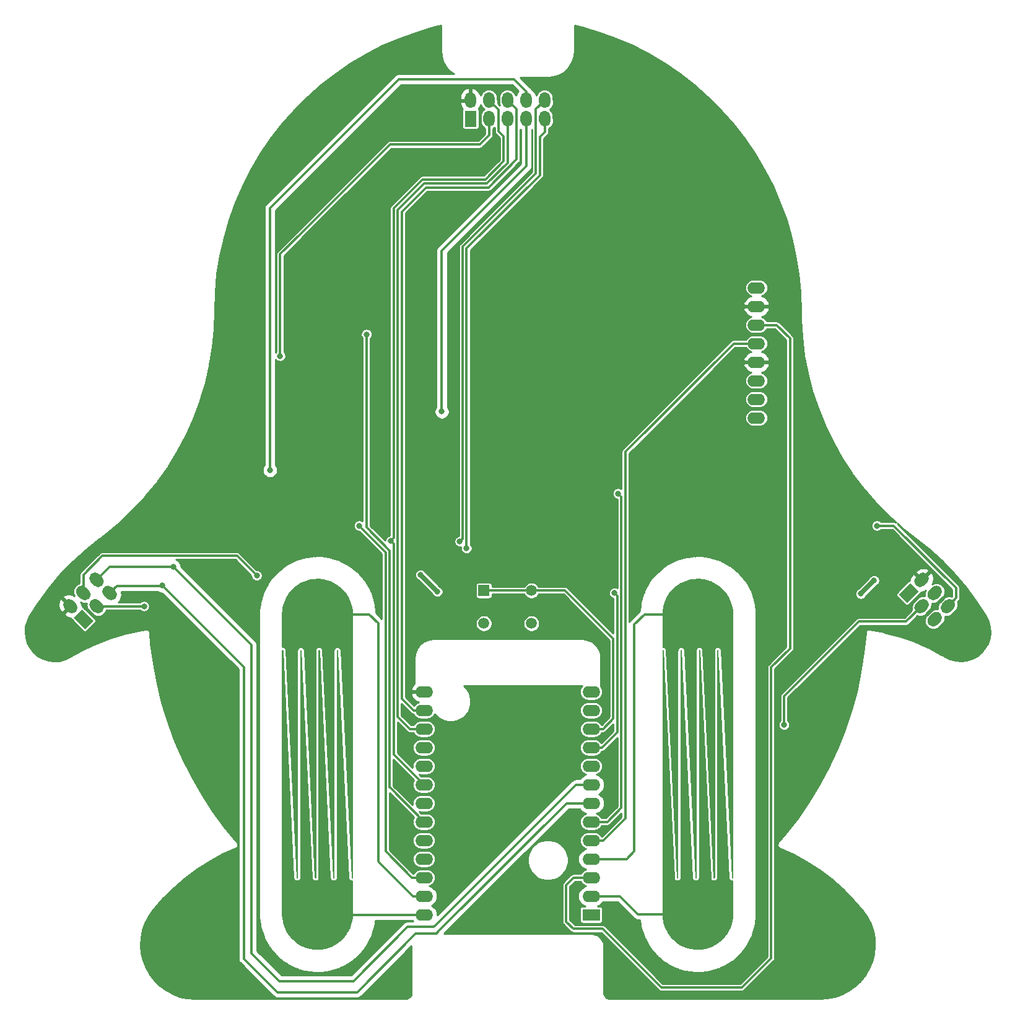
<source format=gbr>
%TF.GenerationSoftware,KiCad,Pcbnew,(5.1.10)-1*%
%TF.CreationDate,2021-11-04T20:19:27+11:00*%
%TF.ProjectId,swag-badge,73776167-2d62-4616-9467-652e6b696361,rev?*%
%TF.SameCoordinates,PX405f7e0PYfa3044a0*%
%TF.FileFunction,Copper,L1,Top*%
%TF.FilePolarity,Positive*%
%FSLAX46Y46*%
G04 Gerber Fmt 4.6, Leading zero omitted, Abs format (unit mm)*
G04 Created by KiCad (PCBNEW (5.1.10)-1) date 2021-11-04 20:19:27*
%MOMM*%
%LPD*%
G01*
G04 APERTURE LIST*
%TA.AperFunction,ComponentPad*%
%ADD10R,1.600000X2.200000*%
%TD*%
%TA.AperFunction,ComponentPad*%
%ADD11C,0.100000*%
%TD*%
%TA.AperFunction,ComponentPad*%
%ADD12O,2.400000X1.600000*%
%TD*%
%TA.AperFunction,SMDPad,CuDef*%
%ADD13C,0.100000*%
%TD*%
%TA.AperFunction,ComponentPad*%
%ADD14C,1.498000*%
%TD*%
%TA.AperFunction,ComponentPad*%
%ADD15R,1.498000X1.498000*%
%TD*%
%TA.AperFunction,ComponentPad*%
%ADD16R,2.400000X1.600000*%
%TD*%
%TA.AperFunction,ViaPad*%
%ADD17C,0.800000*%
%TD*%
%TA.AperFunction,Conductor*%
%ADD18C,0.700000*%
%TD*%
%TA.AperFunction,Conductor*%
%ADD19C,0.300000*%
%TD*%
%TA.AperFunction,Conductor*%
%ADD20C,0.254000*%
%TD*%
%TA.AperFunction,Conductor*%
%ADD21C,0.100000*%
%TD*%
G04 APERTURE END LIST*
%TO.P,P1,1*%
%TO.N,+3V3*%
%TA.AperFunction,ComponentPad*%
G36*
G01*
X-72541610Y124670670D02*
X-72541610Y124670670D01*
G75*
G02*
X-73369043Y125442263I-27920J799513D01*
G01*
X-73389983Y126041897D01*
G75*
G02*
X-72618390Y126869330I799513J27920D01*
G01*
X-72618390Y126869330D01*
G75*
G02*
X-71790957Y126097737I27920J-799513D01*
G01*
X-71770017Y125498103D01*
G75*
G02*
X-72541610Y124670670I-799513J-27920D01*
G01*
G37*
%TD.AperFunction*%
D10*
%TO.P,P1,2*%
%TO.N,GND*%
X-72580000Y123230000D03*
%TO.P,P1,3*%
%TO.N,/GPIO5*%
%TA.AperFunction,ComponentPad*%
G36*
G01*
X-70001610Y124670670D02*
X-70001610Y124670670D01*
G75*
G02*
X-70829043Y125442263I-27920J799513D01*
G01*
X-70849983Y126041897D01*
G75*
G02*
X-70078390Y126869330I799513J27920D01*
G01*
X-70078390Y126869330D01*
G75*
G02*
X-69250957Y126097737I27920J-799513D01*
G01*
X-69230017Y125498103D01*
G75*
G02*
X-70001610Y124670670I-799513J-27920D01*
G01*
G37*
%TD.AperFunction*%
%TO.P,P1,5*%
%TO.N,/GPIO22*%
%TA.AperFunction,ComponentPad*%
G36*
G01*
X-67461610Y124670670D02*
X-67461610Y124670670D01*
G75*
G02*
X-68289043Y125442263I-27920J799513D01*
G01*
X-68309983Y126041897D01*
G75*
G02*
X-67538390Y126869330I799513J27920D01*
G01*
X-67538390Y126869330D01*
G75*
G02*
X-66710957Y126097737I27920J-799513D01*
G01*
X-66690017Y125498103D01*
G75*
G02*
X-67461610Y124670670I-799513J-27920D01*
G01*
G37*
%TD.AperFunction*%
%TO.P,P1,7*%
%TO.N,/GPIO32*%
%TA.AperFunction,ComponentPad*%
G36*
G01*
X-64921610Y124670670D02*
X-64921610Y124670670D01*
G75*
G02*
X-65749043Y125442263I-27920J799513D01*
G01*
X-65769983Y126041897D01*
G75*
G02*
X-64998390Y126869330I799513J27920D01*
G01*
X-64998390Y126869330D01*
G75*
G02*
X-64170957Y126097737I27920J-799513D01*
G01*
X-64150017Y125498103D01*
G75*
G02*
X-64921610Y124670670I-799513J-27920D01*
G01*
G37*
%TD.AperFunction*%
%TO.P,P1,9*%
%TO.N,/GPIO18*%
%TA.AperFunction,ComponentPad*%
G36*
G01*
X-62381610Y124670670D02*
X-62381610Y124670670D01*
G75*
G02*
X-63209043Y125442263I-27920J799513D01*
G01*
X-63229983Y126041897D01*
G75*
G02*
X-62458390Y126869330I799513J27920D01*
G01*
X-62458390Y126869330D01*
G75*
G02*
X-61630957Y126097737I27920J-799513D01*
G01*
X-61610017Y125498103D01*
G75*
G02*
X-62381610Y124670670I-799513J-27920D01*
G01*
G37*
%TD.AperFunction*%
%TO.P,P1,10*%
%TO.N,/GPIO23*%
%TA.AperFunction,ComponentPad*%
G36*
G01*
X-62381610Y122130670D02*
X-62381610Y122130670D01*
G75*
G02*
X-63209043Y122902263I-27920J799513D01*
G01*
X-63229983Y123501897D01*
G75*
G02*
X-62458390Y124329330I799513J27920D01*
G01*
X-62458390Y124329330D01*
G75*
G02*
X-61630957Y123557737I27920J-799513D01*
G01*
X-61610017Y122958103D01*
G75*
G02*
X-62381610Y122130670I-799513J-27920D01*
G01*
G37*
%TD.AperFunction*%
%TO.P,P1,8*%
%TO.N,/GPIO33*%
%TA.AperFunction,ComponentPad*%
G36*
G01*
X-64921610Y122130670D02*
X-64921610Y122130670D01*
G75*
G02*
X-65749043Y122902263I-27920J799513D01*
G01*
X-65769983Y123501897D01*
G75*
G02*
X-64998390Y124329330I799513J27920D01*
G01*
X-64998390Y124329330D01*
G75*
G02*
X-64170957Y123557737I27920J-799513D01*
G01*
X-64150017Y122958103D01*
G75*
G02*
X-64921610Y122130670I-799513J-27920D01*
G01*
G37*
%TD.AperFunction*%
%TO.P,P1,6*%
%TO.N,/GPIO19*%
%TA.AperFunction,ComponentPad*%
G36*
G01*
X-67461610Y122130670D02*
X-67461610Y122130670D01*
G75*
G02*
X-68289043Y122902263I-27920J799513D01*
G01*
X-68309983Y123501897D01*
G75*
G02*
X-67538390Y124329330I799513J27920D01*
G01*
X-67538390Y124329330D01*
G75*
G02*
X-66710957Y123557737I27920J-799513D01*
G01*
X-66690017Y122958103D01*
G75*
G02*
X-67461610Y122130670I-799513J-27920D01*
G01*
G37*
%TD.AperFunction*%
%TO.P,P1,4*%
%TO.N,/GPIO4*%
%TA.AperFunction,ComponentPad*%
G36*
G01*
X-70001610Y122130670D02*
X-70001610Y122130670D01*
G75*
G02*
X-70829043Y122902263I-27920J799513D01*
G01*
X-70849983Y123501897D01*
G75*
G02*
X-70078390Y124329330I799513J27920D01*
G01*
X-70078390Y124329330D01*
G75*
G02*
X-69250957Y123557737I27920J-799513D01*
G01*
X-69230017Y122958103D01*
G75*
G02*
X-70001610Y122130670I-799513J-27920D01*
G01*
G37*
%TD.AperFunction*%
%TD*%
%TO.P,P3,1*%
%TO.N,+3V3*%
%TA.AperFunction,ComponentPad*%
G36*
G01*
X-11675843Y59416260D02*
X-11675843Y59416260D01*
G75*
G02*
X-11675843Y60547630I565685J565685D01*
G01*
X-11251579Y60971894D01*
G75*
G02*
X-10120209Y60971894I565685J-565685D01*
G01*
X-10120209Y60971894D01*
G75*
G02*
X-10120209Y59840524I-565685J-565685D01*
G01*
X-10544473Y59416260D01*
G75*
G02*
X-11675843Y59416260I-565685J565685D01*
G01*
G37*
%TD.AperFunction*%
%TA.AperFunction,ComponentPad*%
D11*
%TO.P,P3,2*%
%TO.N,GND*%
G36*
X-12906209Y57054523D02*
G01*
X-14037580Y58185894D01*
X-12481945Y59741529D01*
X-11350574Y58610158D01*
X-12906209Y57054523D01*
G37*
%TD.AperFunction*%
%TO.P,P3,3*%
%TO.N,/GPIO5*%
%TA.AperFunction,ComponentPad*%
G36*
G01*
X-9879791Y57620209D02*
X-9879791Y57620209D01*
G75*
G02*
X-9879791Y58751579I565685J565685D01*
G01*
X-9455527Y59175843D01*
G75*
G02*
X-8324157Y59175843I565685J-565685D01*
G01*
X-8324157Y59175843D01*
G75*
G02*
X-8324157Y58044473I-565685J-565685D01*
G01*
X-8748421Y57620209D01*
G75*
G02*
X-9879791Y57620209I-565685J565685D01*
G01*
G37*
%TD.AperFunction*%
%TO.P,P3,5*%
%TO.N,/GPIO18*%
%TA.AperFunction,ComponentPad*%
G36*
G01*
X-8083740Y55824157D02*
X-8083740Y55824157D01*
G75*
G02*
X-8083740Y56955527I565685J565685D01*
G01*
X-7659476Y57379791D01*
G75*
G02*
X-6528106Y57379791I565685J-565685D01*
G01*
X-6528106Y57379791D01*
G75*
G02*
X-6528106Y56248421I-565685J-565685D01*
G01*
X-6952370Y55824157D01*
G75*
G02*
X-8083740Y55824157I-565685J565685D01*
G01*
G37*
%TD.AperFunction*%
%TO.P,P3,6*%
%TO.N,/GPIO23*%
%TA.AperFunction,ComponentPad*%
G36*
G01*
X-9879791Y54028106D02*
X-9879791Y54028106D01*
G75*
G02*
X-9879791Y55159476I565685J565685D01*
G01*
X-9455527Y55583740D01*
G75*
G02*
X-8324157Y55583740I565685J-565685D01*
G01*
X-8324157Y55583740D01*
G75*
G02*
X-8324157Y54452370I-565685J-565685D01*
G01*
X-8748421Y54028106D01*
G75*
G02*
X-9879791Y54028106I-565685J565685D01*
G01*
G37*
%TD.AperFunction*%
%TO.P,P3,4*%
%TO.N,/GPIO4*%
%TA.AperFunction,ComponentPad*%
G36*
G01*
X-11675843Y55824157D02*
X-11675843Y55824157D01*
G75*
G02*
X-11675843Y56955527I565685J565685D01*
G01*
X-11251579Y57379791D01*
G75*
G02*
X-10120209Y57379791I565685J-565685D01*
G01*
X-10120209Y57379791D01*
G75*
G02*
X-10120209Y56248421I-565685J-565685D01*
G01*
X-10544473Y55824157D01*
G75*
G02*
X-11675843Y55824157I-565685J565685D01*
G01*
G37*
%TD.AperFunction*%
%TD*%
D12*
%TO.P,S1,8*%
%TO.N,/BCK*%
X-33500000Y82340000D03*
%TO.P,S1,7*%
%TO.N,/CS_DISP*%
X-33500000Y84880000D03*
%TO.P,S1,6*%
%TO.N,/DC*%
X-33500000Y87420000D03*
%TO.P,S1,5*%
%TO.N,+3V3*%
X-33500000Y89960000D03*
%TO.P,S1,4*%
%TO.N,/GPIO26*%
X-33500000Y92500000D03*
%TO.P,S1,3*%
%TO.N,/GPIO14*%
X-33500000Y95040000D03*
%TO.P,S1,2*%
%TO.N,+3V3*%
X-33500000Y97580000D03*
%TO.P,S1,1*%
%TO.N,GND*%
X-33500000Y100120000D03*
%TD*%
%TO.P,P2,4*%
%TO.N,/GPIO4*%
%TA.AperFunction,ComponentPad*%
G36*
G01*
X-122924157Y55824157D02*
X-122924157Y55824157D01*
G75*
G02*
X-124055527Y55824157I-565685J565685D01*
G01*
X-124479791Y56248421D01*
G75*
G02*
X-124479791Y57379791I565685J565685D01*
G01*
X-124479791Y57379791D01*
G75*
G02*
X-123348421Y57379791I565685J-565685D01*
G01*
X-122924157Y56955527D01*
G75*
G02*
X-122924157Y55824157I-565685J-565685D01*
G01*
G37*
%TD.AperFunction*%
%TO.P,P2,6*%
%TO.N,/GPIO33*%
%TA.AperFunction,ComponentPad*%
G36*
G01*
X-121128106Y57620209D02*
X-121128106Y57620209D01*
G75*
G02*
X-122259476Y57620209I-565685J565685D01*
G01*
X-122683740Y58044473D01*
G75*
G02*
X-122683740Y59175843I565685J565685D01*
G01*
X-122683740Y59175843D01*
G75*
G02*
X-121552370Y59175843I565685J-565685D01*
G01*
X-121128106Y58751579D01*
G75*
G02*
X-121128106Y57620209I-565685J-565685D01*
G01*
G37*
%TD.AperFunction*%
%TO.P,P2,5*%
%TO.N,/GPIO32*%
%TA.AperFunction,ComponentPad*%
G36*
G01*
X-122924157Y59416260D02*
X-122924157Y59416260D01*
G75*
G02*
X-124055527Y59416260I-565685J565685D01*
G01*
X-124479791Y59840524D01*
G75*
G02*
X-124479791Y60971894I565685J565685D01*
G01*
X-124479791Y60971894D01*
G75*
G02*
X-123348421Y60971894I565685J-565685D01*
G01*
X-122924157Y60547630D01*
G75*
G02*
X-122924157Y59416260I-565685J-565685D01*
G01*
G37*
%TD.AperFunction*%
%TO.P,P2,3*%
%TO.N,/GPIO5*%
%TA.AperFunction,ComponentPad*%
G36*
G01*
X-124720209Y57620209D02*
X-124720209Y57620209D01*
G75*
G02*
X-125851579Y57620209I-565685J565685D01*
G01*
X-126275843Y58044473D01*
G75*
G02*
X-126275843Y59175843I565685J565685D01*
G01*
X-126275843Y59175843D01*
G75*
G02*
X-125144473Y59175843I565685J-565685D01*
G01*
X-124720209Y58751579D01*
G75*
G02*
X-124720209Y57620209I-565685J-565685D01*
G01*
G37*
%TD.AperFunction*%
%TA.AperFunction,ComponentPad*%
D11*
%TO.P,P2,2*%
%TO.N,GND*%
G36*
X-124154523Y54593791D02*
G01*
X-125285894Y53462420D01*
X-126841529Y55018055D01*
X-125710158Y56149426D01*
X-124154523Y54593791D01*
G37*
%TD.AperFunction*%
%TO.P,P2,1*%
%TO.N,+3V3*%
%TA.AperFunction,ComponentPad*%
G36*
G01*
X-126516260Y55824157D02*
X-126516260Y55824157D01*
G75*
G02*
X-127647630Y55824157I-565685J565685D01*
G01*
X-128071894Y56248421D01*
G75*
G02*
X-128071894Y57379791I565685J565685D01*
G01*
X-128071894Y57379791D01*
G75*
G02*
X-126940524Y57379791I565685J-565685D01*
G01*
X-126516260Y56955527D01*
G75*
G02*
X-126516260Y55824157I-565685J-565685D01*
G01*
G37*
%TD.AperFunction*%
%TD*%
%TA.AperFunction,SMDPad,CuDef*%
D13*
%TO.P,T3,2*%
%TO.N,/GPIO15*%
G36*
X-93065308Y60330362D02*
G01*
X-93065306Y60330362D01*
X-93063913Y60330294D01*
X-93059745Y60329856D01*
X-93055578Y60329477D01*
X-92596024Y60264890D01*
X-92596021Y60264890D01*
X-92596018Y60264889D01*
X-92594641Y60264686D01*
X-92590520Y60263840D01*
X-92586425Y60263059D01*
X-92135368Y60153937D01*
X-92135363Y60153936D01*
X-92135357Y60153934D01*
X-92134009Y60153598D01*
X-92130049Y60152372D01*
X-92125991Y60151178D01*
X-91687738Y59998562D01*
X-91687732Y59998560D01*
X-91687724Y59998557D01*
X-91686418Y59998091D01*
X-91682587Y59996481D01*
X-91678674Y59994900D01*
X-91257406Y59800247D01*
X-91257398Y59800244D01*
X-91257389Y59800239D01*
X-91256136Y59799649D01*
X-91252450Y59797657D01*
X-91248741Y59795717D01*
X-90848471Y59560880D01*
X-90847272Y59560165D01*
X-90843800Y59557824D01*
X-90840297Y59555531D01*
X-90464853Y59282756D01*
X-90463730Y59281927D01*
X-90460534Y59279283D01*
X-90457239Y59276634D01*
X-90110206Y58968524D01*
X-90109169Y58967589D01*
X-90106233Y58964633D01*
X-90103226Y58961688D01*
X-89787916Y58621184D01*
X-89786975Y58620153D01*
X-89784328Y58616908D01*
X-89781636Y58613700D01*
X-89501058Y58244052D01*
X-89500222Y58242934D01*
X-89497925Y58239476D01*
X-89495538Y58235991D01*
X-89252370Y57840727D01*
X-89251647Y57839533D01*
X-89249671Y57835817D01*
X-89247664Y57832166D01*
X-89044236Y57415076D01*
X-89044227Y57415060D01*
X-89044219Y57415040D01*
X-89043625Y57413801D01*
X-89042038Y57409952D01*
X-89040379Y57406080D01*
X-88878623Y56971131D01*
X-88878615Y56971113D01*
X-88878608Y56971091D01*
X-88878139Y56969801D01*
X-88876938Y56965825D01*
X-88875662Y56961801D01*
X-88757120Y56513138D01*
X-88757116Y56513124D01*
X-88757112Y56513107D01*
X-88756770Y56511773D01*
X-88755967Y56507719D01*
X-88755085Y56503568D01*
X-88680888Y56045464D01*
X-88680675Y56044084D01*
X-88680268Y56039940D01*
X-88679799Y56035755D01*
X-88650660Y55572598D01*
X-88650583Y55571204D01*
X-88650583Y55569121D01*
X-88650465Y55567017D01*
X-88650002Y55500697D01*
X-88650002Y55500049D01*
X-88650000Y55499999D01*
X-88650001Y19499999D01*
X-88650011Y19498603D01*
X-88650166Y19496136D01*
X-88650202Y19493666D01*
X-88650472Y19491270D01*
X-88650624Y19488852D01*
X-88651020Y19486407D01*
X-88651296Y19483958D01*
X-88651798Y19481601D01*
X-88652186Y19479208D01*
X-88652820Y19476809D01*
X-88653333Y19474402D01*
X-88654063Y19472104D01*
X-88654682Y19469762D01*
X-88655542Y19467448D01*
X-88656291Y19465092D01*
X-88657244Y19462871D01*
X-88658087Y19460605D01*
X-88659172Y19458380D01*
X-88660145Y19456114D01*
X-88661308Y19454001D01*
X-88662370Y19451824D01*
X-88663667Y19449716D01*
X-88664857Y19447554D01*
X-88666223Y19445561D01*
X-88667490Y19443502D01*
X-88668984Y19441533D01*
X-88670381Y19439496D01*
X-88671934Y19437648D01*
X-88673397Y19435720D01*
X-88675080Y19433902D01*
X-88676665Y19432016D01*
X-88678390Y19430328D01*
X-88680035Y19428552D01*
X-88681879Y19426915D01*
X-88683649Y19425183D01*
X-88685537Y19423667D01*
X-88687341Y19422065D01*
X-88689339Y19420613D01*
X-88691266Y19419066D01*
X-88693291Y19417742D01*
X-88695245Y19416323D01*
X-88697376Y19415073D01*
X-88699444Y19413721D01*
X-88701584Y19412604D01*
X-88703671Y19411379D01*
X-88705913Y19410343D01*
X-88708104Y19409199D01*
X-88710348Y19408294D01*
X-88712540Y19407281D01*
X-88714872Y19406469D01*
X-88717165Y19405544D01*
X-88719489Y19404861D01*
X-88721767Y19404068D01*
X-88724161Y19403489D01*
X-88726539Y19402790D01*
X-88728915Y19402338D01*
X-88731263Y19401770D01*
X-88733714Y19401426D01*
X-88736137Y19400965D01*
X-88738548Y19400747D01*
X-88740938Y19400411D01*
X-88743396Y19400308D01*
X-88745867Y19400084D01*
X-88748287Y19400102D01*
X-88750699Y19400001D01*
X-88753170Y19400139D01*
X-88755637Y19400158D01*
X-88758043Y19400412D01*
X-88760454Y19400547D01*
X-88762889Y19400924D01*
X-88765353Y19401184D01*
X-88767721Y19401671D01*
X-88770109Y19402041D01*
X-88772508Y19402657D01*
X-88774922Y19403154D01*
X-88777223Y19403868D01*
X-88779572Y19404471D01*
X-88781906Y19405321D01*
X-88784254Y19406049D01*
X-88786473Y19406983D01*
X-88788753Y19407813D01*
X-88790983Y19408881D01*
X-88793258Y19409839D01*
X-88795385Y19410990D01*
X-88797563Y19412034D01*
X-88799675Y19413313D01*
X-88801849Y19414490D01*
X-88803848Y19415840D01*
X-88805920Y19417095D01*
X-88807909Y19418583D01*
X-88809946Y19419959D01*
X-88811801Y19421495D01*
X-88813743Y19422948D01*
X-88815566Y19424613D01*
X-88817471Y19426190D01*
X-88819176Y19427909D01*
X-88820958Y19429536D01*
X-88822611Y19431372D01*
X-88824351Y19433126D01*
X-88825876Y19434998D01*
X-88827495Y19436796D01*
X-88828965Y19438789D01*
X-88830522Y19440701D01*
X-88831857Y19442713D01*
X-88833293Y19444660D01*
X-88834556Y19446778D01*
X-88835925Y19448841D01*
X-88837061Y19450981D01*
X-88838296Y19453052D01*
X-88839347Y19455286D01*
X-88840507Y19457470D01*
X-88841426Y19459703D01*
X-88842456Y19461892D01*
X-88843286Y19464223D01*
X-88844225Y19466505D01*
X-88844922Y19468819D01*
X-88845733Y19471096D01*
X-88846331Y19473493D01*
X-88847044Y19475860D01*
X-88847511Y19478228D01*
X-88848097Y19480576D01*
X-88848459Y19483028D01*
X-88848936Y19485444D01*
X-88849170Y19487842D01*
X-88849524Y19490241D01*
X-88849645Y19492717D01*
X-88849884Y19495168D01*
X-90350391Y50517754D01*
X-90352448Y50543498D01*
X-90358812Y50582927D01*
X-90368771Y50620703D01*
X-90382372Y50657335D01*
X-90399478Y50692454D01*
X-90419932Y50725741D01*
X-90443537Y50756875D01*
X-90470063Y50785551D01*
X-90499269Y50811509D01*
X-90530865Y50834490D01*
X-90564548Y50854276D01*
X-90599999Y50870680D01*
X-90636890Y50883549D01*
X-90674866Y50892758D01*
X-90713543Y50898215D01*
X-90752578Y50899873D01*
X-90791587Y50897712D01*
X-90830194Y50891757D01*
X-90868045Y50882060D01*
X-90904769Y50868716D01*
X-90940002Y50851859D01*
X-90973430Y50831638D01*
X-91004728Y50808252D01*
X-91033596Y50781921D01*
X-91059747Y50752908D01*
X-91082952Y50721468D01*
X-91102975Y50687920D01*
X-91119629Y50652579D01*
X-91132751Y50615789D01*
X-91142226Y50577876D01*
X-91147952Y50539239D01*
X-91150000Y50497835D01*
X-91150001Y19500000D01*
X-91150011Y19498604D01*
X-91150166Y19496137D01*
X-91150202Y19493667D01*
X-91150472Y19491271D01*
X-91150624Y19488853D01*
X-91151020Y19486408D01*
X-91151296Y19483959D01*
X-91151798Y19481602D01*
X-91152186Y19479209D01*
X-91152820Y19476810D01*
X-91153333Y19474403D01*
X-91154063Y19472105D01*
X-91154682Y19469763D01*
X-91155542Y19467449D01*
X-91156291Y19465093D01*
X-91157244Y19462872D01*
X-91158087Y19460606D01*
X-91159172Y19458381D01*
X-91160145Y19456115D01*
X-91161308Y19454002D01*
X-91162370Y19451825D01*
X-91163667Y19449717D01*
X-91164857Y19447555D01*
X-91166223Y19445562D01*
X-91167490Y19443503D01*
X-91168984Y19441534D01*
X-91170381Y19439497D01*
X-91171934Y19437649D01*
X-91173397Y19435721D01*
X-91175080Y19433903D01*
X-91176665Y19432017D01*
X-91178390Y19430329D01*
X-91180035Y19428553D01*
X-91181879Y19426916D01*
X-91183649Y19425184D01*
X-91185537Y19423668D01*
X-91187341Y19422066D01*
X-91189339Y19420614D01*
X-91191266Y19419067D01*
X-91193291Y19417743D01*
X-91195245Y19416324D01*
X-91197376Y19415074D01*
X-91199444Y19413722D01*
X-91201584Y19412605D01*
X-91203671Y19411380D01*
X-91205913Y19410344D01*
X-91208104Y19409200D01*
X-91210348Y19408295D01*
X-91212540Y19407282D01*
X-91214872Y19406470D01*
X-91217165Y19405545D01*
X-91219489Y19404862D01*
X-91221767Y19404069D01*
X-91224161Y19403490D01*
X-91226539Y19402791D01*
X-91228915Y19402339D01*
X-91231263Y19401771D01*
X-91233714Y19401427D01*
X-91236137Y19400966D01*
X-91238548Y19400748D01*
X-91240938Y19400412D01*
X-91243396Y19400309D01*
X-91245867Y19400085D01*
X-91248287Y19400103D01*
X-91250699Y19400002D01*
X-91253170Y19400140D01*
X-91255637Y19400159D01*
X-91258043Y19400413D01*
X-91260454Y19400548D01*
X-91262889Y19400925D01*
X-91265353Y19401185D01*
X-91267721Y19401672D01*
X-91270109Y19402042D01*
X-91272508Y19402658D01*
X-91274922Y19403155D01*
X-91277223Y19403869D01*
X-91279572Y19404472D01*
X-91281906Y19405322D01*
X-91284254Y19406050D01*
X-91286473Y19406984D01*
X-91288753Y19407814D01*
X-91290983Y19408882D01*
X-91293258Y19409840D01*
X-91295385Y19410991D01*
X-91297563Y19412035D01*
X-91299675Y19413314D01*
X-91301849Y19414491D01*
X-91303848Y19415841D01*
X-91305920Y19417096D01*
X-91307909Y19418584D01*
X-91309946Y19419960D01*
X-91311801Y19421496D01*
X-91313743Y19422949D01*
X-91315566Y19424614D01*
X-91317471Y19426191D01*
X-91319176Y19427910D01*
X-91320958Y19429537D01*
X-91322611Y19431373D01*
X-91324351Y19433127D01*
X-91325876Y19434999D01*
X-91327495Y19436797D01*
X-91328965Y19438790D01*
X-91330522Y19440702D01*
X-91331857Y19442714D01*
X-91333293Y19444661D01*
X-91334556Y19446779D01*
X-91335925Y19448842D01*
X-91337061Y19450982D01*
X-91338296Y19453053D01*
X-91339347Y19455287D01*
X-91340507Y19457471D01*
X-91341426Y19459704D01*
X-91342456Y19461893D01*
X-91343286Y19464224D01*
X-91344225Y19466506D01*
X-91344922Y19468820D01*
X-91345733Y19471097D01*
X-91346331Y19473494D01*
X-91347044Y19475861D01*
X-91347511Y19478229D01*
X-91348097Y19480577D01*
X-91348459Y19483029D01*
X-91348936Y19485445D01*
X-91349170Y19487843D01*
X-91349524Y19490242D01*
X-91349645Y19492718D01*
X-91349884Y19495169D01*
X-92850391Y50517754D01*
X-92852448Y50543498D01*
X-92858812Y50582927D01*
X-92868771Y50620703D01*
X-92882372Y50657335D01*
X-92899478Y50692454D01*
X-92919934Y50725744D01*
X-92943536Y50756875D01*
X-92970063Y50785552D01*
X-92999264Y50811507D01*
X-93030864Y50834491D01*
X-93064545Y50854276D01*
X-93099998Y50870681D01*
X-93136889Y50883550D01*
X-93174865Y50892759D01*
X-93213542Y50898216D01*
X-93252577Y50899874D01*
X-93291586Y50897713D01*
X-93330193Y50891758D01*
X-93368044Y50882061D01*
X-93404764Y50868719D01*
X-93440006Y50851858D01*
X-93473430Y50831639D01*
X-93504726Y50808253D01*
X-93533595Y50781921D01*
X-93559746Y50752910D01*
X-93582951Y50721470D01*
X-93602974Y50687924D01*
X-93619629Y50652581D01*
X-93632751Y50615791D01*
X-93642226Y50577878D01*
X-93647952Y50539241D01*
X-93649999Y50497858D01*
X-93650000Y19499999D01*
X-93650010Y19498603D01*
X-93650165Y19496136D01*
X-93650201Y19493666D01*
X-93650471Y19491270D01*
X-93650623Y19488852D01*
X-93651019Y19486407D01*
X-93651295Y19483958D01*
X-93651797Y19481601D01*
X-93652185Y19479208D01*
X-93652819Y19476809D01*
X-93653332Y19474402D01*
X-93654062Y19472104D01*
X-93654681Y19469762D01*
X-93655541Y19467448D01*
X-93656290Y19465092D01*
X-93657243Y19462871D01*
X-93658086Y19460605D01*
X-93659171Y19458380D01*
X-93660144Y19456114D01*
X-93661307Y19454001D01*
X-93662369Y19451824D01*
X-93663666Y19449716D01*
X-93664856Y19447554D01*
X-93666222Y19445561D01*
X-93667489Y19443502D01*
X-93668983Y19441533D01*
X-93670380Y19439496D01*
X-93671933Y19437648D01*
X-93673396Y19435720D01*
X-93675079Y19433902D01*
X-93676664Y19432016D01*
X-93678389Y19430328D01*
X-93680034Y19428552D01*
X-93681878Y19426915D01*
X-93683648Y19425183D01*
X-93685536Y19423667D01*
X-93687340Y19422065D01*
X-93689338Y19420613D01*
X-93691265Y19419066D01*
X-93693290Y19417742D01*
X-93695244Y19416323D01*
X-93697375Y19415073D01*
X-93699443Y19413721D01*
X-93701583Y19412604D01*
X-93703670Y19411379D01*
X-93705912Y19410343D01*
X-93708103Y19409199D01*
X-93710347Y19408294D01*
X-93712539Y19407281D01*
X-93714871Y19406469D01*
X-93717164Y19405544D01*
X-93719488Y19404861D01*
X-93721766Y19404068D01*
X-93724160Y19403489D01*
X-93726538Y19402790D01*
X-93728914Y19402338D01*
X-93731262Y19401770D01*
X-93733713Y19401426D01*
X-93736136Y19400965D01*
X-93738547Y19400747D01*
X-93740937Y19400411D01*
X-93743395Y19400308D01*
X-93745866Y19400084D01*
X-93748286Y19400102D01*
X-93750698Y19400001D01*
X-93753169Y19400139D01*
X-93755636Y19400158D01*
X-93758042Y19400412D01*
X-93760453Y19400547D01*
X-93762888Y19400924D01*
X-93765352Y19401184D01*
X-93767720Y19401671D01*
X-93770108Y19402041D01*
X-93772507Y19402657D01*
X-93774921Y19403154D01*
X-93777222Y19403868D01*
X-93779571Y19404471D01*
X-93781905Y19405321D01*
X-93784253Y19406049D01*
X-93786472Y19406983D01*
X-93788752Y19407813D01*
X-93790982Y19408881D01*
X-93793257Y19409839D01*
X-93795384Y19410990D01*
X-93797562Y19412034D01*
X-93799674Y19413313D01*
X-93801848Y19414490D01*
X-93803847Y19415840D01*
X-93805919Y19417095D01*
X-93807908Y19418583D01*
X-93809945Y19419959D01*
X-93811800Y19421495D01*
X-93813742Y19422948D01*
X-93815565Y19424613D01*
X-93817470Y19426190D01*
X-93819175Y19427909D01*
X-93820957Y19429536D01*
X-93822610Y19431372D01*
X-93824350Y19433126D01*
X-93825875Y19434998D01*
X-93827494Y19436796D01*
X-93828964Y19438789D01*
X-93830521Y19440701D01*
X-93831856Y19442713D01*
X-93833292Y19444660D01*
X-93834555Y19446778D01*
X-93835924Y19448841D01*
X-93837060Y19450981D01*
X-93838295Y19453052D01*
X-93839346Y19455286D01*
X-93840506Y19457470D01*
X-93841425Y19459703D01*
X-93842455Y19461892D01*
X-93843285Y19464223D01*
X-93844224Y19466505D01*
X-93844921Y19468819D01*
X-93845732Y19471096D01*
X-93846330Y19473493D01*
X-93847043Y19475860D01*
X-93847510Y19478228D01*
X-93848096Y19480576D01*
X-93848458Y19483028D01*
X-93848935Y19485444D01*
X-93849169Y19487842D01*
X-93849523Y19490241D01*
X-93849644Y19492717D01*
X-93849883Y19495168D01*
X-95350390Y50517754D01*
X-95352447Y50543498D01*
X-95358811Y50582927D01*
X-95368770Y50620703D01*
X-95382371Y50657335D01*
X-95399477Y50692454D01*
X-95419933Y50725744D01*
X-95443535Y50756875D01*
X-95470062Y50785552D01*
X-95499263Y50811507D01*
X-95530863Y50834491D01*
X-95564544Y50854276D01*
X-95599997Y50870681D01*
X-95636888Y50883550D01*
X-95674864Y50892759D01*
X-95713541Y50898216D01*
X-95752576Y50899874D01*
X-95791585Y50897713D01*
X-95830192Y50891758D01*
X-95868043Y50882061D01*
X-95904763Y50868719D01*
X-95940005Y50851858D01*
X-95973429Y50831639D01*
X-96004725Y50808253D01*
X-96033594Y50781921D01*
X-96059745Y50752910D01*
X-96082950Y50721470D01*
X-96102973Y50687924D01*
X-96119628Y50652581D01*
X-96132750Y50615791D01*
X-96142225Y50577878D01*
X-96147951Y50539241D01*
X-96149999Y50497837D01*
X-96150000Y19499999D01*
X-96150010Y19498603D01*
X-96150165Y19496136D01*
X-96150201Y19493666D01*
X-96150471Y19491270D01*
X-96150623Y19488852D01*
X-96151019Y19486407D01*
X-96151295Y19483958D01*
X-96151797Y19481601D01*
X-96152185Y19479208D01*
X-96152819Y19476809D01*
X-96153332Y19474402D01*
X-96154062Y19472104D01*
X-96154681Y19469762D01*
X-96155541Y19467448D01*
X-96156290Y19465092D01*
X-96157243Y19462871D01*
X-96158086Y19460605D01*
X-96159171Y19458380D01*
X-96160144Y19456114D01*
X-96161307Y19454001D01*
X-96162369Y19451824D01*
X-96163666Y19449716D01*
X-96164856Y19447554D01*
X-96166222Y19445561D01*
X-96167489Y19443502D01*
X-96168983Y19441533D01*
X-96170380Y19439496D01*
X-96171933Y19437648D01*
X-96173396Y19435720D01*
X-96175079Y19433902D01*
X-96176664Y19432016D01*
X-96178389Y19430328D01*
X-96180034Y19428552D01*
X-96181878Y19426915D01*
X-96183648Y19425183D01*
X-96185536Y19423667D01*
X-96187340Y19422065D01*
X-96189338Y19420613D01*
X-96191265Y19419066D01*
X-96193290Y19417742D01*
X-96195244Y19416323D01*
X-96197375Y19415073D01*
X-96199443Y19413721D01*
X-96201583Y19412604D01*
X-96203670Y19411379D01*
X-96205912Y19410343D01*
X-96208103Y19409199D01*
X-96210347Y19408294D01*
X-96212539Y19407281D01*
X-96214871Y19406469D01*
X-96217164Y19405544D01*
X-96219488Y19404861D01*
X-96221766Y19404068D01*
X-96224160Y19403489D01*
X-96226538Y19402790D01*
X-96228914Y19402338D01*
X-96231262Y19401770D01*
X-96233713Y19401426D01*
X-96236136Y19400965D01*
X-96238547Y19400747D01*
X-96240937Y19400411D01*
X-96243395Y19400308D01*
X-96245866Y19400084D01*
X-96248286Y19400102D01*
X-96250698Y19400001D01*
X-96253169Y19400139D01*
X-96255636Y19400158D01*
X-96258042Y19400412D01*
X-96260453Y19400547D01*
X-96262888Y19400924D01*
X-96265352Y19401184D01*
X-96267720Y19401671D01*
X-96270108Y19402041D01*
X-96272507Y19402657D01*
X-96274921Y19403154D01*
X-96277222Y19403868D01*
X-96279571Y19404471D01*
X-96281905Y19405321D01*
X-96284253Y19406049D01*
X-96286472Y19406983D01*
X-96288752Y19407813D01*
X-96290982Y19408881D01*
X-96293257Y19409839D01*
X-96295384Y19410990D01*
X-96297562Y19412034D01*
X-96299674Y19413313D01*
X-96301848Y19414490D01*
X-96303847Y19415840D01*
X-96305919Y19417095D01*
X-96307908Y19418583D01*
X-96309945Y19419959D01*
X-96311800Y19421495D01*
X-96313742Y19422948D01*
X-96315565Y19424613D01*
X-96317470Y19426190D01*
X-96319175Y19427909D01*
X-96320957Y19429536D01*
X-96322610Y19431372D01*
X-96324350Y19433126D01*
X-96325875Y19434998D01*
X-96327494Y19436796D01*
X-96328964Y19438789D01*
X-96330521Y19440701D01*
X-96331856Y19442713D01*
X-96333292Y19444660D01*
X-96334555Y19446778D01*
X-96335924Y19448841D01*
X-96337060Y19450981D01*
X-96338295Y19453052D01*
X-96339346Y19455286D01*
X-96340506Y19457470D01*
X-96341425Y19459703D01*
X-96342455Y19461892D01*
X-96343285Y19464223D01*
X-96344224Y19466505D01*
X-96344921Y19468819D01*
X-96345732Y19471096D01*
X-96346330Y19473493D01*
X-96347043Y19475860D01*
X-96347510Y19478228D01*
X-96348096Y19480576D01*
X-96348458Y19483028D01*
X-96348935Y19485444D01*
X-96349169Y19487842D01*
X-96349523Y19490241D01*
X-96349644Y19492717D01*
X-96349883Y19495168D01*
X-97850399Y50517938D01*
X-97852126Y50540544D01*
X-97858242Y50580192D01*
X-97867939Y50618043D01*
X-97881281Y50654763D01*
X-97898142Y50690005D01*
X-97918361Y50723429D01*
X-97941747Y50754725D01*
X-97968079Y50783594D01*
X-97997090Y50809745D01*
X-98028530Y50832950D01*
X-98062076Y50852973D01*
X-98097419Y50869628D01*
X-98134209Y50882750D01*
X-98172122Y50892225D01*
X-98210759Y50897951D01*
X-98254670Y50900123D01*
X-98256063Y50900202D01*
X-98257831Y50900401D01*
X-98260453Y50900548D01*
X-98263988Y50901095D01*
X-98265772Y50901296D01*
X-98267058Y50901570D01*
X-98270108Y50902042D01*
X-98274179Y50903087D01*
X-98275327Y50903332D01*
X-98276149Y50903593D01*
X-98279571Y50904472D01*
X-98284101Y50906121D01*
X-98284639Y50906292D01*
X-98285020Y50906455D01*
X-98288752Y50907814D01*
X-98297562Y50912035D01*
X-98305919Y50917096D01*
X-98313742Y50922949D01*
X-98320957Y50929537D01*
X-98327494Y50936797D01*
X-98333292Y50944661D01*
X-98338295Y50953053D01*
X-98342455Y50961893D01*
X-98345732Y50971097D01*
X-98348096Y50980577D01*
X-98349523Y50990242D01*
X-98350000Y51000000D01*
X-98350000Y55500000D01*
X-98349990Y55501396D01*
X-98349881Y55503130D01*
X-98349881Y55504884D01*
X-98327211Y55968403D01*
X-98327132Y55969797D01*
X-98326668Y55973941D01*
X-98326257Y55978126D01*
X-98258464Y56437220D01*
X-98258250Y56438599D01*
X-98257386Y56442666D01*
X-98256567Y56446804D01*
X-98144298Y56897092D01*
X-98143950Y56898444D01*
X-98142701Y56902383D01*
X-98141474Y56906445D01*
X-97985800Y57343629D01*
X-97985322Y57344940D01*
X-97983689Y57348751D01*
X-97982077Y57352661D01*
X-97784484Y57772567D01*
X-97783880Y57773826D01*
X-97781866Y57777490D01*
X-97779897Y57781193D01*
X-97542277Y58179805D01*
X-97542272Y58179814D01*
X-97542265Y58179824D01*
X-97541548Y58181007D01*
X-97539204Y58184431D01*
X-97536865Y58187951D01*
X-97261475Y58561480D01*
X-97260639Y58562598D01*
X-97257919Y58565840D01*
X-97255300Y58569051D01*
X-96944776Y58913924D01*
X-96943834Y58914955D01*
X-96940827Y58917900D01*
X-96937891Y58920856D01*
X-96595205Y59233772D01*
X-96595194Y59233783D01*
X-96595180Y59233794D01*
X-96594157Y59234716D01*
X-96590887Y59237346D01*
X-96587666Y59240010D01*
X-96216068Y59518000D01*
X-96214944Y59518829D01*
X-96211419Y59521136D01*
X-96207969Y59523463D01*
X-95811033Y59763857D01*
X-95811018Y59763867D01*
X-95811000Y59763877D01*
X-95809819Y59764581D01*
X-95806122Y59766514D01*
X-95802424Y59768513D01*
X-95383923Y59969024D01*
X-95383907Y59969033D01*
X-95383887Y59969041D01*
X-95382644Y59969627D01*
X-95378757Y59971197D01*
X-95374901Y59972818D01*
X-94938833Y60131534D01*
X-94938815Y60131541D01*
X-94938793Y60131548D01*
X-94937500Y60132008D01*
X-94933516Y60133181D01*
X-94929482Y60134429D01*
X-94480008Y60249834D01*
X-94479989Y60249840D01*
X-94479966Y60249845D01*
X-94478634Y60250177D01*
X-94474552Y60250956D01*
X-94470419Y60251804D01*
X-94011809Y60322801D01*
X-94010428Y60323005D01*
X-94006223Y60323388D01*
X-94002092Y60323822D01*
X-93538743Y60349727D01*
X-93537348Y60349795D01*
X-93533161Y60349766D01*
X-93528974Y60349795D01*
X-93065308Y60330362D01*
G37*
%TD.AperFunction*%
%TA.AperFunction,SMDPad,CuDef*%
%TO.P,T3,1*%
%TO.N,/GPIO13*%
G36*
X-90746831Y50599860D02*
G01*
X-90744364Y50599841D01*
X-90741958Y50599587D01*
X-90739547Y50599452D01*
X-90737112Y50599075D01*
X-90734648Y50598815D01*
X-90732280Y50598328D01*
X-90729892Y50597958D01*
X-90727493Y50597342D01*
X-90725079Y50596845D01*
X-90722774Y50596130D01*
X-90720429Y50595528D01*
X-90718109Y50594684D01*
X-90715747Y50593951D01*
X-90713514Y50593011D01*
X-90711248Y50592186D01*
X-90709023Y50591120D01*
X-90706743Y50590160D01*
X-90704616Y50589009D01*
X-90702438Y50587965D01*
X-90700326Y50586686D01*
X-90698152Y50585509D01*
X-90696149Y50584157D01*
X-90694081Y50582904D01*
X-90692102Y50581423D01*
X-90690055Y50580041D01*
X-90688190Y50578497D01*
X-90686258Y50577051D01*
X-90684438Y50575389D01*
X-90682530Y50573809D01*
X-90680825Y50572090D01*
X-90679043Y50570463D01*
X-90677390Y50568627D01*
X-90675650Y50566873D01*
X-90674125Y50565001D01*
X-90672506Y50563203D01*
X-90671036Y50561210D01*
X-90669479Y50559298D01*
X-90668144Y50557286D01*
X-90666708Y50555339D01*
X-90665445Y50553221D01*
X-90664076Y50551158D01*
X-90662940Y50549018D01*
X-90661705Y50546947D01*
X-90660654Y50544713D01*
X-90659494Y50542529D01*
X-90658575Y50540296D01*
X-90657545Y50538107D01*
X-90656715Y50535776D01*
X-90655776Y50533494D01*
X-90655078Y50531179D01*
X-90654268Y50528903D01*
X-90653671Y50526510D01*
X-90652957Y50524140D01*
X-90652489Y50521768D01*
X-90651904Y50519423D01*
X-90651542Y50516972D01*
X-90651065Y50514555D01*
X-90650831Y50512157D01*
X-90650477Y50509758D01*
X-90650356Y50507282D01*
X-90650117Y50504831D01*
X-89149601Y19482064D01*
X-89147874Y19459455D01*
X-89141758Y19419807D01*
X-89132061Y19381956D01*
X-89118719Y19345236D01*
X-89101857Y19309994D01*
X-89081642Y19276573D01*
X-89058249Y19245269D01*
X-89031922Y19216406D01*
X-89002905Y19190250D01*
X-88971473Y19167050D01*
X-88937924Y19147026D01*
X-88902581Y19130372D01*
X-88865786Y19117247D01*
X-88827878Y19107774D01*
X-88789241Y19102048D01*
X-88745330Y19099876D01*
X-88743936Y19099797D01*
X-88742167Y19099598D01*
X-88739547Y19099451D01*
X-88736015Y19098904D01*
X-88734227Y19098703D01*
X-88732938Y19098428D01*
X-88729892Y19097957D01*
X-88725826Y19096913D01*
X-88724672Y19096667D01*
X-88723847Y19096405D01*
X-88720429Y19095527D01*
X-88715899Y19093878D01*
X-88715361Y19093707D01*
X-88714980Y19093544D01*
X-88711248Y19092185D01*
X-88702438Y19087964D01*
X-88694081Y19082903D01*
X-88686258Y19077050D01*
X-88679043Y19070462D01*
X-88672506Y19063202D01*
X-88666708Y19055338D01*
X-88661705Y19046946D01*
X-88657545Y19038106D01*
X-88654268Y19028902D01*
X-88651904Y19019422D01*
X-88650477Y19009757D01*
X-88650000Y18999999D01*
X-88650000Y14500000D01*
X-88650010Y14498604D01*
X-88650119Y14496870D01*
X-88650119Y14495115D01*
X-88672789Y14031596D01*
X-88672868Y14030202D01*
X-88673332Y14026065D01*
X-88673743Y14021872D01*
X-88741536Y13562779D01*
X-88741750Y13561399D01*
X-88742618Y13557313D01*
X-88743433Y13553195D01*
X-88855702Y13102907D01*
X-88856050Y13101555D01*
X-88857302Y13097608D01*
X-88858526Y13093554D01*
X-89014200Y12656371D01*
X-89014678Y12655059D01*
X-89016318Y12651233D01*
X-89017923Y12647338D01*
X-89215516Y12227432D01*
X-89216120Y12226173D01*
X-89218134Y12222509D01*
X-89220103Y12218806D01*
X-89457723Y11820194D01*
X-89457728Y11820185D01*
X-89457735Y11820175D01*
X-89458451Y11818992D01*
X-89460815Y11815539D01*
X-89463135Y11812048D01*
X-89738518Y11438528D01*
X-89738525Y11438518D01*
X-89738534Y11438507D01*
X-89739361Y11437401D01*
X-89742056Y11434190D01*
X-89744700Y11430948D01*
X-90055225Y11086075D01*
X-90056166Y11085044D01*
X-90059168Y11082104D01*
X-90062109Y11079142D01*
X-90404795Y10766227D01*
X-90404806Y10766216D01*
X-90404820Y10766205D01*
X-90405843Y10765283D01*
X-90409113Y10762653D01*
X-90412334Y10759989D01*
X-90783932Y10481999D01*
X-90785056Y10481171D01*
X-90788553Y10478882D01*
X-90792031Y10476536D01*
X-91188967Y10236142D01*
X-91188982Y10236132D01*
X-91189000Y10236122D01*
X-91190181Y10235418D01*
X-91193878Y10233485D01*
X-91197576Y10231486D01*
X-91616085Y10030971D01*
X-91616093Y10030966D01*
X-91616104Y10030962D01*
X-91617356Y10030373D01*
X-91621218Y10028812D01*
X-91625099Y10027181D01*
X-92061167Y9868465D01*
X-92061185Y9868458D01*
X-92061207Y9868451D01*
X-92062500Y9867991D01*
X-92066484Y9866818D01*
X-92070518Y9865570D01*
X-92519992Y9750165D01*
X-92520011Y9750159D01*
X-92520034Y9750154D01*
X-92521366Y9749822D01*
X-92525448Y9749043D01*
X-92529581Y9748195D01*
X-92988191Y9677198D01*
X-92989572Y9676994D01*
X-92993770Y9676612D01*
X-92997907Y9676177D01*
X-93461257Y9650272D01*
X-93462651Y9650204D01*
X-93466839Y9650233D01*
X-93471027Y9650204D01*
X-93934692Y9669637D01*
X-93934694Y9669637D01*
X-93936087Y9669705D01*
X-93940251Y9670143D01*
X-93944423Y9670522D01*
X-94403976Y9735109D01*
X-94403979Y9735109D01*
X-94403982Y9735110D01*
X-94405359Y9735313D01*
X-94409450Y9736153D01*
X-94413575Y9736940D01*
X-94864632Y9846062D01*
X-94864637Y9846063D01*
X-94864643Y9846065D01*
X-94865991Y9846401D01*
X-94869989Y9847638D01*
X-94874009Y9848822D01*
X-95312268Y10001439D01*
X-95313583Y10001908D01*
X-95317413Y10003518D01*
X-95321326Y10005099D01*
X-95742594Y10199752D01*
X-95742602Y10199755D01*
X-95742611Y10199760D01*
X-95743864Y10200350D01*
X-95747550Y10202342D01*
X-95751259Y10204282D01*
X-96151520Y10439114D01*
X-96151529Y10439119D01*
X-96151539Y10439126D01*
X-96152727Y10439834D01*
X-96156180Y10442163D01*
X-96159703Y10444468D01*
X-96535137Y10717236D01*
X-96535147Y10717243D01*
X-96535158Y10717252D01*
X-96536270Y10718072D01*
X-96539466Y10720716D01*
X-96542761Y10723365D01*
X-96889794Y11031475D01*
X-96890831Y11032409D01*
X-96893788Y11035386D01*
X-96896774Y11038311D01*
X-97212084Y11378815D01*
X-97213025Y11379846D01*
X-97215672Y11383091D01*
X-97218364Y11386299D01*
X-97498942Y11755947D01*
X-97499778Y11757065D01*
X-97502075Y11760523D01*
X-97504462Y11764008D01*
X-97747630Y12159271D01*
X-97748353Y12160466D01*
X-97750322Y12164169D01*
X-97752336Y12167833D01*
X-97955764Y12584923D01*
X-97955773Y12584939D01*
X-97955781Y12584959D01*
X-97956375Y12586198D01*
X-97957962Y12590047D01*
X-97959621Y12593919D01*
X-98121377Y13028868D01*
X-98121385Y13028886D01*
X-98121392Y13028908D01*
X-98121861Y13030198D01*
X-98123066Y13034186D01*
X-98124338Y13038199D01*
X-98242878Y13486855D01*
X-98242884Y13486874D01*
X-98242889Y13486897D01*
X-98243230Y13488227D01*
X-98244030Y13492266D01*
X-98244915Y13496431D01*
X-98319112Y13954535D01*
X-98319325Y13955914D01*
X-98319732Y13960063D01*
X-98320201Y13964244D01*
X-98349340Y14427401D01*
X-98349417Y14428795D01*
X-98349417Y14430878D01*
X-98349535Y14432982D01*
X-98349998Y14499302D01*
X-98349998Y14499950D01*
X-98350000Y14500000D01*
X-98349999Y50500000D01*
X-98349989Y50501396D01*
X-98349834Y50503863D01*
X-98349798Y50506333D01*
X-98349528Y50508729D01*
X-98349376Y50511147D01*
X-98348980Y50513592D01*
X-98348704Y50516041D01*
X-98348202Y50518398D01*
X-98347814Y50520791D01*
X-98347180Y50523190D01*
X-98346667Y50525597D01*
X-98345937Y50527895D01*
X-98345318Y50530237D01*
X-98344458Y50532551D01*
X-98343709Y50534907D01*
X-98342756Y50537128D01*
X-98341913Y50539394D01*
X-98340828Y50541619D01*
X-98339855Y50543885D01*
X-98338692Y50545998D01*
X-98337630Y50548175D01*
X-98336333Y50550283D01*
X-98335143Y50552445D01*
X-98333777Y50554438D01*
X-98332510Y50556497D01*
X-98331016Y50558466D01*
X-98329619Y50560503D01*
X-98328066Y50562351D01*
X-98326603Y50564279D01*
X-98324920Y50566097D01*
X-98323335Y50567983D01*
X-98321610Y50569671D01*
X-98319965Y50571447D01*
X-98318121Y50573084D01*
X-98316351Y50574816D01*
X-98314463Y50576332D01*
X-98312659Y50577934D01*
X-98310661Y50579386D01*
X-98308734Y50580933D01*
X-98306709Y50582257D01*
X-98304755Y50583676D01*
X-98302624Y50584926D01*
X-98300556Y50586278D01*
X-98298416Y50587395D01*
X-98296329Y50588620D01*
X-98294087Y50589656D01*
X-98291896Y50590800D01*
X-98289652Y50591705D01*
X-98287460Y50592718D01*
X-98285128Y50593530D01*
X-98282835Y50594455D01*
X-98280511Y50595138D01*
X-98278233Y50595931D01*
X-98275839Y50596510D01*
X-98273461Y50597209D01*
X-98271085Y50597661D01*
X-98268737Y50598229D01*
X-98266286Y50598573D01*
X-98263863Y50599034D01*
X-98261452Y50599252D01*
X-98259062Y50599588D01*
X-98256604Y50599691D01*
X-98254133Y50599915D01*
X-98251713Y50599897D01*
X-98249301Y50599998D01*
X-98246830Y50599860D01*
X-98244363Y50599841D01*
X-98241957Y50599587D01*
X-98239546Y50599452D01*
X-98237111Y50599075D01*
X-98234647Y50598815D01*
X-98232279Y50598328D01*
X-98229891Y50597958D01*
X-98227492Y50597342D01*
X-98225078Y50596845D01*
X-98222773Y50596130D01*
X-98220428Y50595528D01*
X-98218108Y50594684D01*
X-98215746Y50593951D01*
X-98213513Y50593011D01*
X-98211247Y50592186D01*
X-98209022Y50591120D01*
X-98206742Y50590160D01*
X-98204615Y50589009D01*
X-98202437Y50587965D01*
X-98200325Y50586686D01*
X-98198151Y50585509D01*
X-98196148Y50584157D01*
X-98194080Y50582904D01*
X-98192101Y50581423D01*
X-98190054Y50580041D01*
X-98188189Y50578497D01*
X-98186257Y50577051D01*
X-98184437Y50575389D01*
X-98182529Y50573809D01*
X-98180824Y50572090D01*
X-98179042Y50570463D01*
X-98177389Y50568627D01*
X-98175649Y50566873D01*
X-98174124Y50565001D01*
X-98172505Y50563203D01*
X-98171035Y50561210D01*
X-98169478Y50559298D01*
X-98168143Y50557286D01*
X-98166707Y50555339D01*
X-98165444Y50553221D01*
X-98164075Y50551158D01*
X-98162939Y50549018D01*
X-98161704Y50546947D01*
X-98160653Y50544713D01*
X-98159493Y50542529D01*
X-98158574Y50540296D01*
X-98157544Y50538107D01*
X-98156714Y50535776D01*
X-98155775Y50533494D01*
X-98155077Y50531179D01*
X-98154267Y50528903D01*
X-98153670Y50526510D01*
X-98152956Y50524140D01*
X-98152488Y50521768D01*
X-98151903Y50519423D01*
X-98151541Y50516972D01*
X-98151064Y50514555D01*
X-98150830Y50512157D01*
X-98150476Y50509758D01*
X-98150355Y50507282D01*
X-98150116Y50504831D01*
X-96649609Y19482242D01*
X-96647552Y19456501D01*
X-96641187Y19417070D01*
X-96631229Y19379296D01*
X-96617631Y19342671D01*
X-96600526Y19307552D01*
X-96580068Y19274258D01*
X-96556463Y19243124D01*
X-96529937Y19214448D01*
X-96500736Y19188495D01*
X-96469139Y19165511D01*
X-96435456Y19145724D01*
X-96400001Y19129319D01*
X-96363109Y19116449D01*
X-96325142Y19107242D01*
X-96286457Y19101784D01*
X-96247422Y19100126D01*
X-96208413Y19102287D01*
X-96169806Y19108242D01*
X-96131955Y19117939D01*
X-96095232Y19131283D01*
X-96059995Y19148143D01*
X-96026568Y19168362D01*
X-95995269Y19191750D01*
X-95966401Y19218082D01*
X-95940249Y19247096D01*
X-95917052Y19278524D01*
X-95897025Y19312079D01*
X-95880372Y19347420D01*
X-95867247Y19384215D01*
X-95857774Y19422123D01*
X-95852048Y19460760D01*
X-95850000Y19502164D01*
X-95849999Y50499999D01*
X-95849989Y50501395D01*
X-95849834Y50503862D01*
X-95849798Y50506332D01*
X-95849528Y50508728D01*
X-95849376Y50511146D01*
X-95848980Y50513591D01*
X-95848704Y50516040D01*
X-95848202Y50518397D01*
X-95847814Y50520790D01*
X-95847180Y50523189D01*
X-95846667Y50525596D01*
X-95845937Y50527894D01*
X-95845318Y50530236D01*
X-95844458Y50532550D01*
X-95843709Y50534906D01*
X-95842756Y50537127D01*
X-95841913Y50539393D01*
X-95840828Y50541618D01*
X-95839855Y50543884D01*
X-95838692Y50545997D01*
X-95837630Y50548174D01*
X-95836333Y50550282D01*
X-95835143Y50552444D01*
X-95833777Y50554437D01*
X-95832510Y50556496D01*
X-95831016Y50558465D01*
X-95829619Y50560502D01*
X-95828066Y50562350D01*
X-95826603Y50564278D01*
X-95824920Y50566096D01*
X-95823335Y50567982D01*
X-95821610Y50569670D01*
X-95819965Y50571446D01*
X-95818121Y50573083D01*
X-95816351Y50574815D01*
X-95814463Y50576331D01*
X-95812659Y50577933D01*
X-95810661Y50579385D01*
X-95808734Y50580932D01*
X-95806709Y50582256D01*
X-95804755Y50583675D01*
X-95802624Y50584925D01*
X-95800556Y50586277D01*
X-95798416Y50587394D01*
X-95796329Y50588619D01*
X-95794087Y50589655D01*
X-95791896Y50590799D01*
X-95789652Y50591704D01*
X-95787460Y50592717D01*
X-95785128Y50593529D01*
X-95782835Y50594454D01*
X-95780511Y50595137D01*
X-95778233Y50595930D01*
X-95775839Y50596509D01*
X-95773461Y50597208D01*
X-95771085Y50597660D01*
X-95768737Y50598228D01*
X-95766286Y50598572D01*
X-95763863Y50599033D01*
X-95761452Y50599251D01*
X-95759062Y50599587D01*
X-95756604Y50599690D01*
X-95754133Y50599914D01*
X-95751713Y50599896D01*
X-95749301Y50599997D01*
X-95746830Y50599859D01*
X-95744363Y50599840D01*
X-95741957Y50599586D01*
X-95739546Y50599451D01*
X-95737111Y50599074D01*
X-95734647Y50598814D01*
X-95732279Y50598327D01*
X-95729891Y50597957D01*
X-95727492Y50597341D01*
X-95725078Y50596844D01*
X-95722773Y50596129D01*
X-95720428Y50595527D01*
X-95718108Y50594683D01*
X-95715746Y50593950D01*
X-95713513Y50593010D01*
X-95711247Y50592185D01*
X-95709022Y50591119D01*
X-95706742Y50590159D01*
X-95704615Y50589008D01*
X-95702437Y50587964D01*
X-95700325Y50586685D01*
X-95698151Y50585508D01*
X-95696148Y50584156D01*
X-95694080Y50582903D01*
X-95692101Y50581422D01*
X-95690054Y50580040D01*
X-95688189Y50578496D01*
X-95686257Y50577050D01*
X-95684437Y50575388D01*
X-95682529Y50573808D01*
X-95680824Y50572089D01*
X-95679042Y50570462D01*
X-95677389Y50568626D01*
X-95675649Y50566872D01*
X-95674124Y50565000D01*
X-95672505Y50563202D01*
X-95671035Y50561209D01*
X-95669478Y50559297D01*
X-95668143Y50557285D01*
X-95666707Y50555338D01*
X-95665444Y50553220D01*
X-95664075Y50551157D01*
X-95662939Y50549017D01*
X-95661704Y50546946D01*
X-95660653Y50544712D01*
X-95659493Y50542528D01*
X-95658574Y50540295D01*
X-95657544Y50538106D01*
X-95656714Y50535775D01*
X-95655775Y50533493D01*
X-95655077Y50531178D01*
X-95654267Y50528902D01*
X-95653670Y50526509D01*
X-95652956Y50524139D01*
X-95652488Y50521767D01*
X-95651903Y50519422D01*
X-95651541Y50516971D01*
X-95651064Y50514554D01*
X-95650830Y50512156D01*
X-95650476Y50509757D01*
X-95650355Y50507281D01*
X-95650116Y50504830D01*
X-94149609Y19482242D01*
X-94147552Y19456501D01*
X-94141187Y19417070D01*
X-94131229Y19379296D01*
X-94117631Y19342671D01*
X-94100526Y19307552D01*
X-94080067Y19274255D01*
X-94056461Y19243120D01*
X-94029937Y19214447D01*
X-94000736Y19188492D01*
X-93969137Y19165509D01*
X-93935455Y19145723D01*
X-93900002Y19129318D01*
X-93863110Y19116448D01*
X-93825143Y19107241D01*
X-93786458Y19101783D01*
X-93747423Y19100125D01*
X-93708414Y19102286D01*
X-93669807Y19108241D01*
X-93631956Y19117938D01*
X-93595236Y19131280D01*
X-93559994Y19148142D01*
X-93526573Y19168357D01*
X-93495269Y19191750D01*
X-93466406Y19218077D01*
X-93440250Y19247094D01*
X-93417050Y19278526D01*
X-93397026Y19312075D01*
X-93380372Y19347418D01*
X-93367247Y19384213D01*
X-93357774Y19422121D01*
X-93352048Y19460758D01*
X-93350001Y19502142D01*
X-93350000Y50500000D01*
X-93349990Y50501396D01*
X-93349835Y50503863D01*
X-93349799Y50506333D01*
X-93349529Y50508729D01*
X-93349377Y50511147D01*
X-93348981Y50513592D01*
X-93348705Y50516041D01*
X-93348203Y50518398D01*
X-93347815Y50520791D01*
X-93347181Y50523190D01*
X-93346668Y50525597D01*
X-93345938Y50527895D01*
X-93345319Y50530237D01*
X-93344459Y50532551D01*
X-93343710Y50534907D01*
X-93342757Y50537128D01*
X-93341914Y50539394D01*
X-93340829Y50541619D01*
X-93339856Y50543885D01*
X-93338693Y50545998D01*
X-93337631Y50548175D01*
X-93336334Y50550283D01*
X-93335144Y50552445D01*
X-93333778Y50554438D01*
X-93332511Y50556497D01*
X-93331017Y50558466D01*
X-93329620Y50560503D01*
X-93328067Y50562351D01*
X-93326604Y50564279D01*
X-93324921Y50566097D01*
X-93323336Y50567983D01*
X-93321611Y50569671D01*
X-93319966Y50571447D01*
X-93318122Y50573084D01*
X-93316352Y50574816D01*
X-93314464Y50576332D01*
X-93312660Y50577934D01*
X-93310662Y50579386D01*
X-93308735Y50580933D01*
X-93306710Y50582257D01*
X-93304756Y50583676D01*
X-93302625Y50584926D01*
X-93300557Y50586278D01*
X-93298417Y50587395D01*
X-93296330Y50588620D01*
X-93294088Y50589656D01*
X-93291897Y50590800D01*
X-93289653Y50591705D01*
X-93287461Y50592718D01*
X-93285129Y50593530D01*
X-93282836Y50594455D01*
X-93280512Y50595138D01*
X-93278234Y50595931D01*
X-93275840Y50596510D01*
X-93273462Y50597209D01*
X-93271086Y50597661D01*
X-93268738Y50598229D01*
X-93266287Y50598573D01*
X-93263864Y50599034D01*
X-93261453Y50599252D01*
X-93259063Y50599588D01*
X-93256605Y50599691D01*
X-93254134Y50599915D01*
X-93251714Y50599897D01*
X-93249302Y50599998D01*
X-93246831Y50599860D01*
X-93244364Y50599841D01*
X-93241958Y50599587D01*
X-93239547Y50599452D01*
X-93237112Y50599075D01*
X-93234648Y50598815D01*
X-93232280Y50598328D01*
X-93229892Y50597958D01*
X-93227493Y50597342D01*
X-93225079Y50596845D01*
X-93222774Y50596130D01*
X-93220429Y50595528D01*
X-93218109Y50594684D01*
X-93215747Y50593951D01*
X-93213514Y50593011D01*
X-93211248Y50592186D01*
X-93209023Y50591120D01*
X-93206743Y50590160D01*
X-93204616Y50589009D01*
X-93202438Y50587965D01*
X-93200326Y50586686D01*
X-93198152Y50585509D01*
X-93196149Y50584157D01*
X-93194081Y50582904D01*
X-93192102Y50581423D01*
X-93190055Y50580041D01*
X-93188190Y50578497D01*
X-93186258Y50577051D01*
X-93184438Y50575389D01*
X-93182530Y50573809D01*
X-93180825Y50572090D01*
X-93179043Y50570463D01*
X-93177390Y50568627D01*
X-93175650Y50566873D01*
X-93174125Y50565001D01*
X-93172506Y50563203D01*
X-93171036Y50561210D01*
X-93169479Y50559298D01*
X-93168144Y50557286D01*
X-93166708Y50555339D01*
X-93165445Y50553221D01*
X-93164076Y50551158D01*
X-93162940Y50549018D01*
X-93161705Y50546947D01*
X-93160654Y50544713D01*
X-93159494Y50542529D01*
X-93158575Y50540296D01*
X-93157545Y50538107D01*
X-93156715Y50535776D01*
X-93155776Y50533494D01*
X-93155078Y50531179D01*
X-93154268Y50528903D01*
X-93153671Y50526510D01*
X-93152957Y50524140D01*
X-93152489Y50521768D01*
X-93151904Y50519423D01*
X-93151542Y50516972D01*
X-93151065Y50514555D01*
X-93150831Y50512157D01*
X-93150477Y50509758D01*
X-93150356Y50507282D01*
X-93150117Y50504831D01*
X-91649610Y19482242D01*
X-91647553Y19456501D01*
X-91641188Y19417070D01*
X-91631230Y19379296D01*
X-91617632Y19342671D01*
X-91600527Y19307552D01*
X-91580068Y19274255D01*
X-91556462Y19243120D01*
X-91529938Y19214447D01*
X-91500737Y19188492D01*
X-91469138Y19165509D01*
X-91435456Y19145723D01*
X-91400003Y19129318D01*
X-91363111Y19116448D01*
X-91325144Y19107241D01*
X-91286459Y19101783D01*
X-91247424Y19100125D01*
X-91208415Y19102286D01*
X-91169808Y19108241D01*
X-91131957Y19117938D01*
X-91095237Y19131280D01*
X-91059995Y19148142D01*
X-91026574Y19168357D01*
X-90995270Y19191750D01*
X-90966407Y19218077D01*
X-90940251Y19247094D01*
X-90917051Y19278526D01*
X-90897027Y19312075D01*
X-90880373Y19347418D01*
X-90867248Y19384213D01*
X-90857775Y19422121D01*
X-90852049Y19460758D01*
X-90850001Y19502162D01*
X-90850000Y50500000D01*
X-90849990Y50501396D01*
X-90849835Y50503863D01*
X-90849799Y50506333D01*
X-90849529Y50508729D01*
X-90849377Y50511147D01*
X-90848981Y50513592D01*
X-90848705Y50516041D01*
X-90848203Y50518398D01*
X-90847815Y50520791D01*
X-90847181Y50523190D01*
X-90846668Y50525597D01*
X-90845938Y50527895D01*
X-90845319Y50530237D01*
X-90844459Y50532551D01*
X-90843710Y50534907D01*
X-90842757Y50537128D01*
X-90841914Y50539394D01*
X-90840829Y50541619D01*
X-90839856Y50543885D01*
X-90838693Y50545998D01*
X-90837631Y50548175D01*
X-90836334Y50550283D01*
X-90835144Y50552445D01*
X-90833778Y50554438D01*
X-90832511Y50556497D01*
X-90831017Y50558466D01*
X-90829620Y50560503D01*
X-90828067Y50562351D01*
X-90826604Y50564279D01*
X-90824921Y50566097D01*
X-90823336Y50567983D01*
X-90821611Y50569671D01*
X-90819966Y50571447D01*
X-90818122Y50573084D01*
X-90816352Y50574816D01*
X-90814464Y50576332D01*
X-90812660Y50577934D01*
X-90810662Y50579386D01*
X-90808735Y50580933D01*
X-90806710Y50582257D01*
X-90804756Y50583676D01*
X-90802625Y50584926D01*
X-90800557Y50586278D01*
X-90798417Y50587395D01*
X-90796330Y50588620D01*
X-90794088Y50589656D01*
X-90791897Y50590800D01*
X-90789653Y50591705D01*
X-90787461Y50592718D01*
X-90785129Y50593530D01*
X-90782836Y50594455D01*
X-90780512Y50595138D01*
X-90778234Y50595931D01*
X-90775840Y50596510D01*
X-90773462Y50597209D01*
X-90771086Y50597661D01*
X-90768738Y50598229D01*
X-90766287Y50598573D01*
X-90763864Y50599034D01*
X-90761453Y50599252D01*
X-90759063Y50599588D01*
X-90756605Y50599691D01*
X-90754134Y50599915D01*
X-90751714Y50599897D01*
X-90749302Y50599998D01*
X-90746831Y50599860D01*
G37*
%TD.AperFunction*%
%TD*%
%TA.AperFunction,SMDPad,CuDef*%
%TO.P,T4,2*%
%TO.N,/GPIO27*%
G36*
X-41065308Y60330362D02*
G01*
X-41065306Y60330362D01*
X-41063913Y60330294D01*
X-41059745Y60329856D01*
X-41055578Y60329477D01*
X-40596024Y60264890D01*
X-40596021Y60264890D01*
X-40596018Y60264889D01*
X-40594641Y60264686D01*
X-40590520Y60263840D01*
X-40586425Y60263059D01*
X-40135368Y60153937D01*
X-40135363Y60153936D01*
X-40135357Y60153934D01*
X-40134009Y60153598D01*
X-40130049Y60152372D01*
X-40125991Y60151178D01*
X-39687738Y59998562D01*
X-39687732Y59998560D01*
X-39687724Y59998557D01*
X-39686418Y59998091D01*
X-39682587Y59996481D01*
X-39678674Y59994900D01*
X-39257406Y59800247D01*
X-39257398Y59800244D01*
X-39257389Y59800239D01*
X-39256136Y59799649D01*
X-39252450Y59797657D01*
X-39248741Y59795717D01*
X-38848471Y59560880D01*
X-38847272Y59560165D01*
X-38843800Y59557824D01*
X-38840297Y59555531D01*
X-38464853Y59282756D01*
X-38463730Y59281927D01*
X-38460534Y59279283D01*
X-38457239Y59276634D01*
X-38110206Y58968524D01*
X-38109169Y58967589D01*
X-38106233Y58964633D01*
X-38103226Y58961688D01*
X-37787916Y58621184D01*
X-37786975Y58620153D01*
X-37784328Y58616908D01*
X-37781636Y58613700D01*
X-37501058Y58244052D01*
X-37500222Y58242934D01*
X-37497925Y58239476D01*
X-37495538Y58235991D01*
X-37252370Y57840727D01*
X-37251647Y57839533D01*
X-37249671Y57835817D01*
X-37247664Y57832166D01*
X-37044236Y57415076D01*
X-37044227Y57415060D01*
X-37044219Y57415040D01*
X-37043625Y57413801D01*
X-37042038Y57409952D01*
X-37040379Y57406080D01*
X-36878623Y56971131D01*
X-36878615Y56971113D01*
X-36878608Y56971091D01*
X-36878139Y56969801D01*
X-36876938Y56965825D01*
X-36875662Y56961801D01*
X-36757120Y56513138D01*
X-36757116Y56513124D01*
X-36757112Y56513107D01*
X-36756770Y56511773D01*
X-36755967Y56507719D01*
X-36755085Y56503568D01*
X-36680888Y56045464D01*
X-36680675Y56044084D01*
X-36680268Y56039940D01*
X-36679799Y56035755D01*
X-36650660Y55572598D01*
X-36650583Y55571204D01*
X-36650583Y55569121D01*
X-36650465Y55567017D01*
X-36650002Y55500697D01*
X-36650002Y55500049D01*
X-36650000Y55499999D01*
X-36650001Y19499999D01*
X-36650011Y19498603D01*
X-36650166Y19496136D01*
X-36650202Y19493666D01*
X-36650472Y19491270D01*
X-36650624Y19488852D01*
X-36651020Y19486407D01*
X-36651296Y19483958D01*
X-36651798Y19481601D01*
X-36652186Y19479208D01*
X-36652820Y19476809D01*
X-36653333Y19474402D01*
X-36654063Y19472104D01*
X-36654682Y19469762D01*
X-36655542Y19467448D01*
X-36656291Y19465092D01*
X-36657244Y19462871D01*
X-36658087Y19460605D01*
X-36659172Y19458380D01*
X-36660145Y19456114D01*
X-36661308Y19454001D01*
X-36662370Y19451824D01*
X-36663667Y19449716D01*
X-36664857Y19447554D01*
X-36666223Y19445561D01*
X-36667490Y19443502D01*
X-36668984Y19441533D01*
X-36670381Y19439496D01*
X-36671934Y19437648D01*
X-36673397Y19435720D01*
X-36675080Y19433902D01*
X-36676665Y19432016D01*
X-36678390Y19430328D01*
X-36680035Y19428552D01*
X-36681879Y19426915D01*
X-36683649Y19425183D01*
X-36685537Y19423667D01*
X-36687341Y19422065D01*
X-36689339Y19420613D01*
X-36691266Y19419066D01*
X-36693291Y19417742D01*
X-36695245Y19416323D01*
X-36697376Y19415073D01*
X-36699444Y19413721D01*
X-36701584Y19412604D01*
X-36703671Y19411379D01*
X-36705913Y19410343D01*
X-36708104Y19409199D01*
X-36710348Y19408294D01*
X-36712540Y19407281D01*
X-36714872Y19406469D01*
X-36717165Y19405544D01*
X-36719489Y19404861D01*
X-36721767Y19404068D01*
X-36724161Y19403489D01*
X-36726539Y19402790D01*
X-36728915Y19402338D01*
X-36731263Y19401770D01*
X-36733714Y19401426D01*
X-36736137Y19400965D01*
X-36738548Y19400747D01*
X-36740938Y19400411D01*
X-36743396Y19400308D01*
X-36745867Y19400084D01*
X-36748287Y19400102D01*
X-36750699Y19400001D01*
X-36753170Y19400139D01*
X-36755637Y19400158D01*
X-36758043Y19400412D01*
X-36760454Y19400547D01*
X-36762889Y19400924D01*
X-36765353Y19401184D01*
X-36767721Y19401671D01*
X-36770109Y19402041D01*
X-36772508Y19402657D01*
X-36774922Y19403154D01*
X-36777223Y19403868D01*
X-36779572Y19404471D01*
X-36781906Y19405321D01*
X-36784254Y19406049D01*
X-36786473Y19406983D01*
X-36788753Y19407813D01*
X-36790983Y19408881D01*
X-36793258Y19409839D01*
X-36795385Y19410990D01*
X-36797563Y19412034D01*
X-36799675Y19413313D01*
X-36801849Y19414490D01*
X-36803848Y19415840D01*
X-36805920Y19417095D01*
X-36807909Y19418583D01*
X-36809946Y19419959D01*
X-36811801Y19421495D01*
X-36813743Y19422948D01*
X-36815566Y19424613D01*
X-36817471Y19426190D01*
X-36819176Y19427909D01*
X-36820958Y19429536D01*
X-36822611Y19431372D01*
X-36824351Y19433126D01*
X-36825876Y19434998D01*
X-36827495Y19436796D01*
X-36828965Y19438789D01*
X-36830522Y19440701D01*
X-36831857Y19442713D01*
X-36833293Y19444660D01*
X-36834556Y19446778D01*
X-36835925Y19448841D01*
X-36837061Y19450981D01*
X-36838296Y19453052D01*
X-36839347Y19455286D01*
X-36840507Y19457470D01*
X-36841426Y19459703D01*
X-36842456Y19461892D01*
X-36843286Y19464223D01*
X-36844225Y19466505D01*
X-36844922Y19468819D01*
X-36845733Y19471096D01*
X-36846331Y19473493D01*
X-36847044Y19475860D01*
X-36847511Y19478228D01*
X-36848097Y19480576D01*
X-36848459Y19483028D01*
X-36848936Y19485444D01*
X-36849170Y19487842D01*
X-36849524Y19490241D01*
X-36849645Y19492717D01*
X-36849884Y19495168D01*
X-38350391Y50517754D01*
X-38352448Y50543498D01*
X-38358812Y50582927D01*
X-38368771Y50620703D01*
X-38382372Y50657335D01*
X-38399478Y50692454D01*
X-38419932Y50725741D01*
X-38443537Y50756875D01*
X-38470063Y50785551D01*
X-38499269Y50811509D01*
X-38530865Y50834490D01*
X-38564548Y50854276D01*
X-38599999Y50870680D01*
X-38636890Y50883549D01*
X-38674866Y50892758D01*
X-38713543Y50898215D01*
X-38752578Y50899873D01*
X-38791587Y50897712D01*
X-38830194Y50891757D01*
X-38868045Y50882060D01*
X-38904769Y50868716D01*
X-38940002Y50851859D01*
X-38973430Y50831638D01*
X-39004728Y50808252D01*
X-39033596Y50781921D01*
X-39059747Y50752908D01*
X-39082952Y50721468D01*
X-39102975Y50687920D01*
X-39119629Y50652579D01*
X-39132751Y50615789D01*
X-39142226Y50577876D01*
X-39147952Y50539239D01*
X-39150000Y50497835D01*
X-39150001Y19500000D01*
X-39150011Y19498604D01*
X-39150166Y19496137D01*
X-39150202Y19493667D01*
X-39150472Y19491271D01*
X-39150624Y19488853D01*
X-39151020Y19486408D01*
X-39151296Y19483959D01*
X-39151798Y19481602D01*
X-39152186Y19479209D01*
X-39152820Y19476810D01*
X-39153333Y19474403D01*
X-39154063Y19472105D01*
X-39154682Y19469763D01*
X-39155542Y19467449D01*
X-39156291Y19465093D01*
X-39157244Y19462872D01*
X-39158087Y19460606D01*
X-39159172Y19458381D01*
X-39160145Y19456115D01*
X-39161308Y19454002D01*
X-39162370Y19451825D01*
X-39163667Y19449717D01*
X-39164857Y19447555D01*
X-39166223Y19445562D01*
X-39167490Y19443503D01*
X-39168984Y19441534D01*
X-39170381Y19439497D01*
X-39171934Y19437649D01*
X-39173397Y19435721D01*
X-39175080Y19433903D01*
X-39176665Y19432017D01*
X-39178390Y19430329D01*
X-39180035Y19428553D01*
X-39181879Y19426916D01*
X-39183649Y19425184D01*
X-39185537Y19423668D01*
X-39187341Y19422066D01*
X-39189339Y19420614D01*
X-39191266Y19419067D01*
X-39193291Y19417743D01*
X-39195245Y19416324D01*
X-39197376Y19415074D01*
X-39199444Y19413722D01*
X-39201584Y19412605D01*
X-39203671Y19411380D01*
X-39205913Y19410344D01*
X-39208104Y19409200D01*
X-39210348Y19408295D01*
X-39212540Y19407282D01*
X-39214872Y19406470D01*
X-39217165Y19405545D01*
X-39219489Y19404862D01*
X-39221767Y19404069D01*
X-39224161Y19403490D01*
X-39226539Y19402791D01*
X-39228915Y19402339D01*
X-39231263Y19401771D01*
X-39233714Y19401427D01*
X-39236137Y19400966D01*
X-39238548Y19400748D01*
X-39240938Y19400412D01*
X-39243396Y19400309D01*
X-39245867Y19400085D01*
X-39248287Y19400103D01*
X-39250699Y19400002D01*
X-39253170Y19400140D01*
X-39255637Y19400159D01*
X-39258043Y19400413D01*
X-39260454Y19400548D01*
X-39262889Y19400925D01*
X-39265353Y19401185D01*
X-39267721Y19401672D01*
X-39270109Y19402042D01*
X-39272508Y19402658D01*
X-39274922Y19403155D01*
X-39277223Y19403869D01*
X-39279572Y19404472D01*
X-39281906Y19405322D01*
X-39284254Y19406050D01*
X-39286473Y19406984D01*
X-39288753Y19407814D01*
X-39290983Y19408882D01*
X-39293258Y19409840D01*
X-39295385Y19410991D01*
X-39297563Y19412035D01*
X-39299675Y19413314D01*
X-39301849Y19414491D01*
X-39303848Y19415841D01*
X-39305920Y19417096D01*
X-39307909Y19418584D01*
X-39309946Y19419960D01*
X-39311801Y19421496D01*
X-39313743Y19422949D01*
X-39315566Y19424614D01*
X-39317471Y19426191D01*
X-39319176Y19427910D01*
X-39320958Y19429537D01*
X-39322611Y19431373D01*
X-39324351Y19433127D01*
X-39325876Y19434999D01*
X-39327495Y19436797D01*
X-39328965Y19438790D01*
X-39330522Y19440702D01*
X-39331857Y19442714D01*
X-39333293Y19444661D01*
X-39334556Y19446779D01*
X-39335925Y19448842D01*
X-39337061Y19450982D01*
X-39338296Y19453053D01*
X-39339347Y19455287D01*
X-39340507Y19457471D01*
X-39341426Y19459704D01*
X-39342456Y19461893D01*
X-39343286Y19464224D01*
X-39344225Y19466506D01*
X-39344922Y19468820D01*
X-39345733Y19471097D01*
X-39346331Y19473494D01*
X-39347044Y19475861D01*
X-39347511Y19478229D01*
X-39348097Y19480577D01*
X-39348459Y19483029D01*
X-39348936Y19485445D01*
X-39349170Y19487843D01*
X-39349524Y19490242D01*
X-39349645Y19492718D01*
X-39349884Y19495169D01*
X-40850391Y50517754D01*
X-40852448Y50543498D01*
X-40858812Y50582927D01*
X-40868771Y50620703D01*
X-40882372Y50657335D01*
X-40899478Y50692454D01*
X-40919934Y50725744D01*
X-40943536Y50756875D01*
X-40970063Y50785552D01*
X-40999264Y50811507D01*
X-41030864Y50834491D01*
X-41064545Y50854276D01*
X-41099998Y50870681D01*
X-41136889Y50883550D01*
X-41174865Y50892759D01*
X-41213542Y50898216D01*
X-41252577Y50899874D01*
X-41291586Y50897713D01*
X-41330193Y50891758D01*
X-41368044Y50882061D01*
X-41404764Y50868719D01*
X-41440006Y50851858D01*
X-41473430Y50831639D01*
X-41504726Y50808253D01*
X-41533595Y50781921D01*
X-41559746Y50752910D01*
X-41582951Y50721470D01*
X-41602974Y50687924D01*
X-41619629Y50652581D01*
X-41632751Y50615791D01*
X-41642226Y50577878D01*
X-41647952Y50539241D01*
X-41649999Y50497858D01*
X-41650000Y19499999D01*
X-41650010Y19498603D01*
X-41650165Y19496136D01*
X-41650201Y19493666D01*
X-41650471Y19491270D01*
X-41650623Y19488852D01*
X-41651019Y19486407D01*
X-41651295Y19483958D01*
X-41651797Y19481601D01*
X-41652185Y19479208D01*
X-41652819Y19476809D01*
X-41653332Y19474402D01*
X-41654062Y19472104D01*
X-41654681Y19469762D01*
X-41655541Y19467448D01*
X-41656290Y19465092D01*
X-41657243Y19462871D01*
X-41658086Y19460605D01*
X-41659171Y19458380D01*
X-41660144Y19456114D01*
X-41661307Y19454001D01*
X-41662369Y19451824D01*
X-41663666Y19449716D01*
X-41664856Y19447554D01*
X-41666222Y19445561D01*
X-41667489Y19443502D01*
X-41668983Y19441533D01*
X-41670380Y19439496D01*
X-41671933Y19437648D01*
X-41673396Y19435720D01*
X-41675079Y19433902D01*
X-41676664Y19432016D01*
X-41678389Y19430328D01*
X-41680034Y19428552D01*
X-41681878Y19426915D01*
X-41683648Y19425183D01*
X-41685536Y19423667D01*
X-41687340Y19422065D01*
X-41689338Y19420613D01*
X-41691265Y19419066D01*
X-41693290Y19417742D01*
X-41695244Y19416323D01*
X-41697375Y19415073D01*
X-41699443Y19413721D01*
X-41701583Y19412604D01*
X-41703670Y19411379D01*
X-41705912Y19410343D01*
X-41708103Y19409199D01*
X-41710347Y19408294D01*
X-41712539Y19407281D01*
X-41714871Y19406469D01*
X-41717164Y19405544D01*
X-41719488Y19404861D01*
X-41721766Y19404068D01*
X-41724160Y19403489D01*
X-41726538Y19402790D01*
X-41728914Y19402338D01*
X-41731262Y19401770D01*
X-41733713Y19401426D01*
X-41736136Y19400965D01*
X-41738547Y19400747D01*
X-41740937Y19400411D01*
X-41743395Y19400308D01*
X-41745866Y19400084D01*
X-41748286Y19400102D01*
X-41750698Y19400001D01*
X-41753169Y19400139D01*
X-41755636Y19400158D01*
X-41758042Y19400412D01*
X-41760453Y19400547D01*
X-41762888Y19400924D01*
X-41765352Y19401184D01*
X-41767720Y19401671D01*
X-41770108Y19402041D01*
X-41772507Y19402657D01*
X-41774921Y19403154D01*
X-41777222Y19403868D01*
X-41779571Y19404471D01*
X-41781905Y19405321D01*
X-41784253Y19406049D01*
X-41786472Y19406983D01*
X-41788752Y19407813D01*
X-41790982Y19408881D01*
X-41793257Y19409839D01*
X-41795384Y19410990D01*
X-41797562Y19412034D01*
X-41799674Y19413313D01*
X-41801848Y19414490D01*
X-41803847Y19415840D01*
X-41805919Y19417095D01*
X-41807908Y19418583D01*
X-41809945Y19419959D01*
X-41811800Y19421495D01*
X-41813742Y19422948D01*
X-41815565Y19424613D01*
X-41817470Y19426190D01*
X-41819175Y19427909D01*
X-41820957Y19429536D01*
X-41822610Y19431372D01*
X-41824350Y19433126D01*
X-41825875Y19434998D01*
X-41827494Y19436796D01*
X-41828964Y19438789D01*
X-41830521Y19440701D01*
X-41831856Y19442713D01*
X-41833292Y19444660D01*
X-41834555Y19446778D01*
X-41835924Y19448841D01*
X-41837060Y19450981D01*
X-41838295Y19453052D01*
X-41839346Y19455286D01*
X-41840506Y19457470D01*
X-41841425Y19459703D01*
X-41842455Y19461892D01*
X-41843285Y19464223D01*
X-41844224Y19466505D01*
X-41844921Y19468819D01*
X-41845732Y19471096D01*
X-41846330Y19473493D01*
X-41847043Y19475860D01*
X-41847510Y19478228D01*
X-41848096Y19480576D01*
X-41848458Y19483028D01*
X-41848935Y19485444D01*
X-41849169Y19487842D01*
X-41849523Y19490241D01*
X-41849644Y19492717D01*
X-41849883Y19495168D01*
X-43350390Y50517754D01*
X-43352447Y50543498D01*
X-43358811Y50582927D01*
X-43368770Y50620703D01*
X-43382371Y50657335D01*
X-43399477Y50692454D01*
X-43419933Y50725744D01*
X-43443535Y50756875D01*
X-43470062Y50785552D01*
X-43499263Y50811507D01*
X-43530863Y50834491D01*
X-43564544Y50854276D01*
X-43599997Y50870681D01*
X-43636888Y50883550D01*
X-43674864Y50892759D01*
X-43713541Y50898216D01*
X-43752576Y50899874D01*
X-43791585Y50897713D01*
X-43830192Y50891758D01*
X-43868043Y50882061D01*
X-43904763Y50868719D01*
X-43940005Y50851858D01*
X-43973429Y50831639D01*
X-44004725Y50808253D01*
X-44033594Y50781921D01*
X-44059745Y50752910D01*
X-44082950Y50721470D01*
X-44102973Y50687924D01*
X-44119628Y50652581D01*
X-44132750Y50615791D01*
X-44142225Y50577878D01*
X-44147951Y50539241D01*
X-44149999Y50497837D01*
X-44150000Y19499999D01*
X-44150010Y19498603D01*
X-44150165Y19496136D01*
X-44150201Y19493666D01*
X-44150471Y19491270D01*
X-44150623Y19488852D01*
X-44151019Y19486407D01*
X-44151295Y19483958D01*
X-44151797Y19481601D01*
X-44152185Y19479208D01*
X-44152819Y19476809D01*
X-44153332Y19474402D01*
X-44154062Y19472104D01*
X-44154681Y19469762D01*
X-44155541Y19467448D01*
X-44156290Y19465092D01*
X-44157243Y19462871D01*
X-44158086Y19460605D01*
X-44159171Y19458380D01*
X-44160144Y19456114D01*
X-44161307Y19454001D01*
X-44162369Y19451824D01*
X-44163666Y19449716D01*
X-44164856Y19447554D01*
X-44166222Y19445561D01*
X-44167489Y19443502D01*
X-44168983Y19441533D01*
X-44170380Y19439496D01*
X-44171933Y19437648D01*
X-44173396Y19435720D01*
X-44175079Y19433902D01*
X-44176664Y19432016D01*
X-44178389Y19430328D01*
X-44180034Y19428552D01*
X-44181878Y19426915D01*
X-44183648Y19425183D01*
X-44185536Y19423667D01*
X-44187340Y19422065D01*
X-44189338Y19420613D01*
X-44191265Y19419066D01*
X-44193290Y19417742D01*
X-44195244Y19416323D01*
X-44197375Y19415073D01*
X-44199443Y19413721D01*
X-44201583Y19412604D01*
X-44203670Y19411379D01*
X-44205912Y19410343D01*
X-44208103Y19409199D01*
X-44210347Y19408294D01*
X-44212539Y19407281D01*
X-44214871Y19406469D01*
X-44217164Y19405544D01*
X-44219488Y19404861D01*
X-44221766Y19404068D01*
X-44224160Y19403489D01*
X-44226538Y19402790D01*
X-44228914Y19402338D01*
X-44231262Y19401770D01*
X-44233713Y19401426D01*
X-44236136Y19400965D01*
X-44238547Y19400747D01*
X-44240937Y19400411D01*
X-44243395Y19400308D01*
X-44245866Y19400084D01*
X-44248286Y19400102D01*
X-44250698Y19400001D01*
X-44253169Y19400139D01*
X-44255636Y19400158D01*
X-44258042Y19400412D01*
X-44260453Y19400547D01*
X-44262888Y19400924D01*
X-44265352Y19401184D01*
X-44267720Y19401671D01*
X-44270108Y19402041D01*
X-44272507Y19402657D01*
X-44274921Y19403154D01*
X-44277222Y19403868D01*
X-44279571Y19404471D01*
X-44281905Y19405321D01*
X-44284253Y19406049D01*
X-44286472Y19406983D01*
X-44288752Y19407813D01*
X-44290982Y19408881D01*
X-44293257Y19409839D01*
X-44295384Y19410990D01*
X-44297562Y19412034D01*
X-44299674Y19413313D01*
X-44301848Y19414490D01*
X-44303847Y19415840D01*
X-44305919Y19417095D01*
X-44307908Y19418583D01*
X-44309945Y19419959D01*
X-44311800Y19421495D01*
X-44313742Y19422948D01*
X-44315565Y19424613D01*
X-44317470Y19426190D01*
X-44319175Y19427909D01*
X-44320957Y19429536D01*
X-44322610Y19431372D01*
X-44324350Y19433126D01*
X-44325875Y19434998D01*
X-44327494Y19436796D01*
X-44328964Y19438789D01*
X-44330521Y19440701D01*
X-44331856Y19442713D01*
X-44333292Y19444660D01*
X-44334555Y19446778D01*
X-44335924Y19448841D01*
X-44337060Y19450981D01*
X-44338295Y19453052D01*
X-44339346Y19455286D01*
X-44340506Y19457470D01*
X-44341425Y19459703D01*
X-44342455Y19461892D01*
X-44343285Y19464223D01*
X-44344224Y19466505D01*
X-44344921Y19468819D01*
X-44345732Y19471096D01*
X-44346330Y19473493D01*
X-44347043Y19475860D01*
X-44347510Y19478228D01*
X-44348096Y19480576D01*
X-44348458Y19483028D01*
X-44348935Y19485444D01*
X-44349169Y19487842D01*
X-44349523Y19490241D01*
X-44349644Y19492717D01*
X-44349883Y19495168D01*
X-45850399Y50517938D01*
X-45852126Y50540544D01*
X-45858242Y50580192D01*
X-45867939Y50618043D01*
X-45881281Y50654763D01*
X-45898142Y50690005D01*
X-45918361Y50723429D01*
X-45941747Y50754725D01*
X-45968079Y50783594D01*
X-45997090Y50809745D01*
X-46028530Y50832950D01*
X-46062076Y50852973D01*
X-46097419Y50869628D01*
X-46134209Y50882750D01*
X-46172122Y50892225D01*
X-46210759Y50897951D01*
X-46254670Y50900123D01*
X-46256063Y50900202D01*
X-46257831Y50900401D01*
X-46260453Y50900548D01*
X-46263988Y50901095D01*
X-46265772Y50901296D01*
X-46267058Y50901570D01*
X-46270108Y50902042D01*
X-46274179Y50903087D01*
X-46275327Y50903332D01*
X-46276149Y50903593D01*
X-46279571Y50904472D01*
X-46284101Y50906121D01*
X-46284639Y50906292D01*
X-46285020Y50906455D01*
X-46288752Y50907814D01*
X-46297562Y50912035D01*
X-46305919Y50917096D01*
X-46313742Y50922949D01*
X-46320957Y50929537D01*
X-46327494Y50936797D01*
X-46333292Y50944661D01*
X-46338295Y50953053D01*
X-46342455Y50961893D01*
X-46345732Y50971097D01*
X-46348096Y50980577D01*
X-46349523Y50990242D01*
X-46350000Y51000000D01*
X-46350000Y55500000D01*
X-46349990Y55501396D01*
X-46349881Y55503130D01*
X-46349881Y55504884D01*
X-46327211Y55968403D01*
X-46327132Y55969797D01*
X-46326668Y55973941D01*
X-46326257Y55978126D01*
X-46258464Y56437220D01*
X-46258250Y56438599D01*
X-46257386Y56442666D01*
X-46256567Y56446804D01*
X-46144298Y56897092D01*
X-46143950Y56898444D01*
X-46142701Y56902383D01*
X-46141474Y56906445D01*
X-45985800Y57343629D01*
X-45985322Y57344940D01*
X-45983689Y57348751D01*
X-45982077Y57352661D01*
X-45784484Y57772567D01*
X-45783880Y57773826D01*
X-45781866Y57777490D01*
X-45779897Y57781193D01*
X-45542277Y58179805D01*
X-45542272Y58179814D01*
X-45542265Y58179824D01*
X-45541548Y58181007D01*
X-45539204Y58184431D01*
X-45536865Y58187951D01*
X-45261475Y58561480D01*
X-45260639Y58562598D01*
X-45257919Y58565840D01*
X-45255300Y58569051D01*
X-44944776Y58913924D01*
X-44943834Y58914955D01*
X-44940827Y58917900D01*
X-44937891Y58920856D01*
X-44595205Y59233772D01*
X-44595194Y59233783D01*
X-44595180Y59233794D01*
X-44594157Y59234716D01*
X-44590887Y59237346D01*
X-44587666Y59240010D01*
X-44216068Y59518000D01*
X-44214944Y59518829D01*
X-44211419Y59521136D01*
X-44207969Y59523463D01*
X-43811033Y59763857D01*
X-43811018Y59763867D01*
X-43811000Y59763877D01*
X-43809819Y59764581D01*
X-43806122Y59766514D01*
X-43802424Y59768513D01*
X-43383923Y59969024D01*
X-43383907Y59969033D01*
X-43383887Y59969041D01*
X-43382644Y59969627D01*
X-43378757Y59971197D01*
X-43374901Y59972818D01*
X-42938833Y60131534D01*
X-42938815Y60131541D01*
X-42938793Y60131548D01*
X-42937500Y60132008D01*
X-42933516Y60133181D01*
X-42929482Y60134429D01*
X-42480008Y60249834D01*
X-42479989Y60249840D01*
X-42479966Y60249845D01*
X-42478634Y60250177D01*
X-42474552Y60250956D01*
X-42470419Y60251804D01*
X-42011809Y60322801D01*
X-42010428Y60323005D01*
X-42006223Y60323388D01*
X-42002092Y60323822D01*
X-41538743Y60349727D01*
X-41537348Y60349795D01*
X-41533161Y60349766D01*
X-41528974Y60349795D01*
X-41065308Y60330362D01*
G37*
%TD.AperFunction*%
%TA.AperFunction,SMDPad,CuDef*%
%TO.P,T4,1*%
%TO.N,/GPIO12*%
G36*
X-38746831Y50599860D02*
G01*
X-38744364Y50599841D01*
X-38741958Y50599587D01*
X-38739547Y50599452D01*
X-38737112Y50599075D01*
X-38734648Y50598815D01*
X-38732280Y50598328D01*
X-38729892Y50597958D01*
X-38727493Y50597342D01*
X-38725079Y50596845D01*
X-38722774Y50596130D01*
X-38720429Y50595528D01*
X-38718109Y50594684D01*
X-38715747Y50593951D01*
X-38713514Y50593011D01*
X-38711248Y50592186D01*
X-38709023Y50591120D01*
X-38706743Y50590160D01*
X-38704616Y50589009D01*
X-38702438Y50587965D01*
X-38700326Y50586686D01*
X-38698152Y50585509D01*
X-38696149Y50584157D01*
X-38694081Y50582904D01*
X-38692102Y50581423D01*
X-38690055Y50580041D01*
X-38688190Y50578497D01*
X-38686258Y50577051D01*
X-38684438Y50575389D01*
X-38682530Y50573809D01*
X-38680825Y50572090D01*
X-38679043Y50570463D01*
X-38677390Y50568627D01*
X-38675650Y50566873D01*
X-38674125Y50565001D01*
X-38672506Y50563203D01*
X-38671036Y50561210D01*
X-38669479Y50559298D01*
X-38668144Y50557286D01*
X-38666708Y50555339D01*
X-38665445Y50553221D01*
X-38664076Y50551158D01*
X-38662940Y50549018D01*
X-38661705Y50546947D01*
X-38660654Y50544713D01*
X-38659494Y50542529D01*
X-38658575Y50540296D01*
X-38657545Y50538107D01*
X-38656715Y50535776D01*
X-38655776Y50533494D01*
X-38655078Y50531179D01*
X-38654268Y50528903D01*
X-38653671Y50526510D01*
X-38652957Y50524140D01*
X-38652489Y50521768D01*
X-38651904Y50519423D01*
X-38651542Y50516972D01*
X-38651065Y50514555D01*
X-38650831Y50512157D01*
X-38650477Y50509758D01*
X-38650356Y50507282D01*
X-38650117Y50504831D01*
X-37149601Y19482064D01*
X-37147874Y19459455D01*
X-37141758Y19419807D01*
X-37132061Y19381956D01*
X-37118719Y19345236D01*
X-37101857Y19309994D01*
X-37081642Y19276573D01*
X-37058249Y19245269D01*
X-37031922Y19216406D01*
X-37002905Y19190250D01*
X-36971473Y19167050D01*
X-36937924Y19147026D01*
X-36902581Y19130372D01*
X-36865786Y19117247D01*
X-36827878Y19107774D01*
X-36789241Y19102048D01*
X-36745330Y19099876D01*
X-36743936Y19099797D01*
X-36742167Y19099598D01*
X-36739547Y19099451D01*
X-36736015Y19098904D01*
X-36734227Y19098703D01*
X-36732938Y19098428D01*
X-36729892Y19097957D01*
X-36725826Y19096913D01*
X-36724672Y19096667D01*
X-36723847Y19096405D01*
X-36720429Y19095527D01*
X-36715899Y19093878D01*
X-36715361Y19093707D01*
X-36714980Y19093544D01*
X-36711248Y19092185D01*
X-36702438Y19087964D01*
X-36694081Y19082903D01*
X-36686258Y19077050D01*
X-36679043Y19070462D01*
X-36672506Y19063202D01*
X-36666708Y19055338D01*
X-36661705Y19046946D01*
X-36657545Y19038106D01*
X-36654268Y19028902D01*
X-36651904Y19019422D01*
X-36650477Y19009757D01*
X-36650000Y18999999D01*
X-36650000Y14500000D01*
X-36650010Y14498604D01*
X-36650119Y14496870D01*
X-36650119Y14495115D01*
X-36672789Y14031596D01*
X-36672868Y14030202D01*
X-36673332Y14026065D01*
X-36673743Y14021872D01*
X-36741536Y13562779D01*
X-36741750Y13561399D01*
X-36742618Y13557313D01*
X-36743433Y13553195D01*
X-36855702Y13102907D01*
X-36856050Y13101555D01*
X-36857302Y13097608D01*
X-36858526Y13093554D01*
X-37014200Y12656371D01*
X-37014678Y12655059D01*
X-37016318Y12651233D01*
X-37017923Y12647338D01*
X-37215516Y12227432D01*
X-37216120Y12226173D01*
X-37218134Y12222509D01*
X-37220103Y12218806D01*
X-37457723Y11820194D01*
X-37457728Y11820185D01*
X-37457735Y11820175D01*
X-37458451Y11818992D01*
X-37460815Y11815539D01*
X-37463135Y11812048D01*
X-37738518Y11438528D01*
X-37738525Y11438518D01*
X-37738534Y11438507D01*
X-37739361Y11437401D01*
X-37742056Y11434190D01*
X-37744700Y11430948D01*
X-38055225Y11086075D01*
X-38056166Y11085044D01*
X-38059168Y11082104D01*
X-38062109Y11079142D01*
X-38404795Y10766227D01*
X-38404806Y10766216D01*
X-38404820Y10766205D01*
X-38405843Y10765283D01*
X-38409113Y10762653D01*
X-38412334Y10759989D01*
X-38783932Y10481999D01*
X-38785056Y10481171D01*
X-38788553Y10478882D01*
X-38792031Y10476536D01*
X-39188967Y10236142D01*
X-39188982Y10236132D01*
X-39189000Y10236122D01*
X-39190181Y10235418D01*
X-39193878Y10233485D01*
X-39197576Y10231486D01*
X-39616085Y10030971D01*
X-39616093Y10030966D01*
X-39616104Y10030962D01*
X-39617356Y10030373D01*
X-39621218Y10028812D01*
X-39625099Y10027181D01*
X-40061167Y9868465D01*
X-40061185Y9868458D01*
X-40061207Y9868451D01*
X-40062500Y9867991D01*
X-40066484Y9866818D01*
X-40070518Y9865570D01*
X-40519992Y9750165D01*
X-40520011Y9750159D01*
X-40520034Y9750154D01*
X-40521366Y9749822D01*
X-40525448Y9749043D01*
X-40529581Y9748195D01*
X-40988191Y9677198D01*
X-40989572Y9676994D01*
X-40993770Y9676612D01*
X-40997907Y9676177D01*
X-41461257Y9650272D01*
X-41462651Y9650204D01*
X-41466839Y9650233D01*
X-41471027Y9650204D01*
X-41934692Y9669637D01*
X-41934694Y9669637D01*
X-41936087Y9669705D01*
X-41940251Y9670143D01*
X-41944423Y9670522D01*
X-42403976Y9735109D01*
X-42403979Y9735109D01*
X-42403982Y9735110D01*
X-42405359Y9735313D01*
X-42409450Y9736153D01*
X-42413575Y9736940D01*
X-42864632Y9846062D01*
X-42864637Y9846063D01*
X-42864643Y9846065D01*
X-42865991Y9846401D01*
X-42869989Y9847638D01*
X-42874009Y9848822D01*
X-43312268Y10001439D01*
X-43313583Y10001908D01*
X-43317413Y10003518D01*
X-43321326Y10005099D01*
X-43742594Y10199752D01*
X-43742602Y10199755D01*
X-43742611Y10199760D01*
X-43743864Y10200350D01*
X-43747550Y10202342D01*
X-43751259Y10204282D01*
X-44151520Y10439114D01*
X-44151529Y10439119D01*
X-44151539Y10439126D01*
X-44152727Y10439834D01*
X-44156180Y10442163D01*
X-44159703Y10444468D01*
X-44535137Y10717236D01*
X-44535147Y10717243D01*
X-44535158Y10717252D01*
X-44536270Y10718072D01*
X-44539466Y10720716D01*
X-44542761Y10723365D01*
X-44889794Y11031475D01*
X-44890831Y11032409D01*
X-44893788Y11035386D01*
X-44896774Y11038311D01*
X-45212084Y11378815D01*
X-45213025Y11379846D01*
X-45215672Y11383091D01*
X-45218364Y11386299D01*
X-45498942Y11755947D01*
X-45499778Y11757065D01*
X-45502075Y11760523D01*
X-45504462Y11764008D01*
X-45747630Y12159271D01*
X-45748353Y12160466D01*
X-45750322Y12164169D01*
X-45752336Y12167833D01*
X-45955764Y12584923D01*
X-45955773Y12584939D01*
X-45955781Y12584959D01*
X-45956375Y12586198D01*
X-45957962Y12590047D01*
X-45959621Y12593919D01*
X-46121377Y13028868D01*
X-46121385Y13028886D01*
X-46121392Y13028908D01*
X-46121861Y13030198D01*
X-46123066Y13034186D01*
X-46124338Y13038199D01*
X-46242878Y13486855D01*
X-46242884Y13486874D01*
X-46242889Y13486897D01*
X-46243230Y13488227D01*
X-46244030Y13492266D01*
X-46244915Y13496431D01*
X-46319112Y13954535D01*
X-46319325Y13955914D01*
X-46319732Y13960063D01*
X-46320201Y13964244D01*
X-46349340Y14427401D01*
X-46349417Y14428795D01*
X-46349417Y14430878D01*
X-46349535Y14432982D01*
X-46349998Y14499302D01*
X-46349998Y14499950D01*
X-46350000Y14500000D01*
X-46349999Y50500000D01*
X-46349989Y50501396D01*
X-46349834Y50503863D01*
X-46349798Y50506333D01*
X-46349528Y50508729D01*
X-46349376Y50511147D01*
X-46348980Y50513592D01*
X-46348704Y50516041D01*
X-46348202Y50518398D01*
X-46347814Y50520791D01*
X-46347180Y50523190D01*
X-46346667Y50525597D01*
X-46345937Y50527895D01*
X-46345318Y50530237D01*
X-46344458Y50532551D01*
X-46343709Y50534907D01*
X-46342756Y50537128D01*
X-46341913Y50539394D01*
X-46340828Y50541619D01*
X-46339855Y50543885D01*
X-46338692Y50545998D01*
X-46337630Y50548175D01*
X-46336333Y50550283D01*
X-46335143Y50552445D01*
X-46333777Y50554438D01*
X-46332510Y50556497D01*
X-46331016Y50558466D01*
X-46329619Y50560503D01*
X-46328066Y50562351D01*
X-46326603Y50564279D01*
X-46324920Y50566097D01*
X-46323335Y50567983D01*
X-46321610Y50569671D01*
X-46319965Y50571447D01*
X-46318121Y50573084D01*
X-46316351Y50574816D01*
X-46314463Y50576332D01*
X-46312659Y50577934D01*
X-46310661Y50579386D01*
X-46308734Y50580933D01*
X-46306709Y50582257D01*
X-46304755Y50583676D01*
X-46302624Y50584926D01*
X-46300556Y50586278D01*
X-46298416Y50587395D01*
X-46296329Y50588620D01*
X-46294087Y50589656D01*
X-46291896Y50590800D01*
X-46289652Y50591705D01*
X-46287460Y50592718D01*
X-46285128Y50593530D01*
X-46282835Y50594455D01*
X-46280511Y50595138D01*
X-46278233Y50595931D01*
X-46275839Y50596510D01*
X-46273461Y50597209D01*
X-46271085Y50597661D01*
X-46268737Y50598229D01*
X-46266286Y50598573D01*
X-46263863Y50599034D01*
X-46261452Y50599252D01*
X-46259062Y50599588D01*
X-46256604Y50599691D01*
X-46254133Y50599915D01*
X-46251713Y50599897D01*
X-46249301Y50599998D01*
X-46246830Y50599860D01*
X-46244363Y50599841D01*
X-46241957Y50599587D01*
X-46239546Y50599452D01*
X-46237111Y50599075D01*
X-46234647Y50598815D01*
X-46232279Y50598328D01*
X-46229891Y50597958D01*
X-46227492Y50597342D01*
X-46225078Y50596845D01*
X-46222773Y50596130D01*
X-46220428Y50595528D01*
X-46218108Y50594684D01*
X-46215746Y50593951D01*
X-46213513Y50593011D01*
X-46211247Y50592186D01*
X-46209022Y50591120D01*
X-46206742Y50590160D01*
X-46204615Y50589009D01*
X-46202437Y50587965D01*
X-46200325Y50586686D01*
X-46198151Y50585509D01*
X-46196148Y50584157D01*
X-46194080Y50582904D01*
X-46192101Y50581423D01*
X-46190054Y50580041D01*
X-46188189Y50578497D01*
X-46186257Y50577051D01*
X-46184437Y50575389D01*
X-46182529Y50573809D01*
X-46180824Y50572090D01*
X-46179042Y50570463D01*
X-46177389Y50568627D01*
X-46175649Y50566873D01*
X-46174124Y50565001D01*
X-46172505Y50563203D01*
X-46171035Y50561210D01*
X-46169478Y50559298D01*
X-46168143Y50557286D01*
X-46166707Y50555339D01*
X-46165444Y50553221D01*
X-46164075Y50551158D01*
X-46162939Y50549018D01*
X-46161704Y50546947D01*
X-46160653Y50544713D01*
X-46159493Y50542529D01*
X-46158574Y50540296D01*
X-46157544Y50538107D01*
X-46156714Y50535776D01*
X-46155775Y50533494D01*
X-46155077Y50531179D01*
X-46154267Y50528903D01*
X-46153670Y50526510D01*
X-46152956Y50524140D01*
X-46152488Y50521768D01*
X-46151903Y50519423D01*
X-46151541Y50516972D01*
X-46151064Y50514555D01*
X-46150830Y50512157D01*
X-46150476Y50509758D01*
X-46150355Y50507282D01*
X-46150116Y50504831D01*
X-44649609Y19482242D01*
X-44647552Y19456501D01*
X-44641187Y19417070D01*
X-44631229Y19379296D01*
X-44617631Y19342671D01*
X-44600526Y19307552D01*
X-44580068Y19274258D01*
X-44556463Y19243124D01*
X-44529937Y19214448D01*
X-44500736Y19188495D01*
X-44469139Y19165511D01*
X-44435456Y19145724D01*
X-44400001Y19129319D01*
X-44363109Y19116449D01*
X-44325142Y19107242D01*
X-44286457Y19101784D01*
X-44247422Y19100126D01*
X-44208413Y19102287D01*
X-44169806Y19108242D01*
X-44131955Y19117939D01*
X-44095232Y19131283D01*
X-44059995Y19148143D01*
X-44026568Y19168362D01*
X-43995269Y19191750D01*
X-43966401Y19218082D01*
X-43940249Y19247096D01*
X-43917052Y19278524D01*
X-43897025Y19312079D01*
X-43880372Y19347420D01*
X-43867247Y19384215D01*
X-43857774Y19422123D01*
X-43852048Y19460760D01*
X-43850000Y19502164D01*
X-43849999Y50499999D01*
X-43849989Y50501395D01*
X-43849834Y50503862D01*
X-43849798Y50506332D01*
X-43849528Y50508728D01*
X-43849376Y50511146D01*
X-43848980Y50513591D01*
X-43848704Y50516040D01*
X-43848202Y50518397D01*
X-43847814Y50520790D01*
X-43847180Y50523189D01*
X-43846667Y50525596D01*
X-43845937Y50527894D01*
X-43845318Y50530236D01*
X-43844458Y50532550D01*
X-43843709Y50534906D01*
X-43842756Y50537127D01*
X-43841913Y50539393D01*
X-43840828Y50541618D01*
X-43839855Y50543884D01*
X-43838692Y50545997D01*
X-43837630Y50548174D01*
X-43836333Y50550282D01*
X-43835143Y50552444D01*
X-43833777Y50554437D01*
X-43832510Y50556496D01*
X-43831016Y50558465D01*
X-43829619Y50560502D01*
X-43828066Y50562350D01*
X-43826603Y50564278D01*
X-43824920Y50566096D01*
X-43823335Y50567982D01*
X-43821610Y50569670D01*
X-43819965Y50571446D01*
X-43818121Y50573083D01*
X-43816351Y50574815D01*
X-43814463Y50576331D01*
X-43812659Y50577933D01*
X-43810661Y50579385D01*
X-43808734Y50580932D01*
X-43806709Y50582256D01*
X-43804755Y50583675D01*
X-43802624Y50584925D01*
X-43800556Y50586277D01*
X-43798416Y50587394D01*
X-43796329Y50588619D01*
X-43794087Y50589655D01*
X-43791896Y50590799D01*
X-43789652Y50591704D01*
X-43787460Y50592717D01*
X-43785128Y50593529D01*
X-43782835Y50594454D01*
X-43780511Y50595137D01*
X-43778233Y50595930D01*
X-43775839Y50596509D01*
X-43773461Y50597208D01*
X-43771085Y50597660D01*
X-43768737Y50598228D01*
X-43766286Y50598572D01*
X-43763863Y50599033D01*
X-43761452Y50599251D01*
X-43759062Y50599587D01*
X-43756604Y50599690D01*
X-43754133Y50599914D01*
X-43751713Y50599896D01*
X-43749301Y50599997D01*
X-43746830Y50599859D01*
X-43744363Y50599840D01*
X-43741957Y50599586D01*
X-43739546Y50599451D01*
X-43737111Y50599074D01*
X-43734647Y50598814D01*
X-43732279Y50598327D01*
X-43729891Y50597957D01*
X-43727492Y50597341D01*
X-43725078Y50596844D01*
X-43722773Y50596129D01*
X-43720428Y50595527D01*
X-43718108Y50594683D01*
X-43715746Y50593950D01*
X-43713513Y50593010D01*
X-43711247Y50592185D01*
X-43709022Y50591119D01*
X-43706742Y50590159D01*
X-43704615Y50589008D01*
X-43702437Y50587964D01*
X-43700325Y50586685D01*
X-43698151Y50585508D01*
X-43696148Y50584156D01*
X-43694080Y50582903D01*
X-43692101Y50581422D01*
X-43690054Y50580040D01*
X-43688189Y50578496D01*
X-43686257Y50577050D01*
X-43684437Y50575388D01*
X-43682529Y50573808D01*
X-43680824Y50572089D01*
X-43679042Y50570462D01*
X-43677389Y50568626D01*
X-43675649Y50566872D01*
X-43674124Y50565000D01*
X-43672505Y50563202D01*
X-43671035Y50561209D01*
X-43669478Y50559297D01*
X-43668143Y50557285D01*
X-43666707Y50555338D01*
X-43665444Y50553220D01*
X-43664075Y50551157D01*
X-43662939Y50549017D01*
X-43661704Y50546946D01*
X-43660653Y50544712D01*
X-43659493Y50542528D01*
X-43658574Y50540295D01*
X-43657544Y50538106D01*
X-43656714Y50535775D01*
X-43655775Y50533493D01*
X-43655077Y50531178D01*
X-43654267Y50528902D01*
X-43653670Y50526509D01*
X-43652956Y50524139D01*
X-43652488Y50521767D01*
X-43651903Y50519422D01*
X-43651541Y50516971D01*
X-43651064Y50514554D01*
X-43650830Y50512156D01*
X-43650476Y50509757D01*
X-43650355Y50507281D01*
X-43650116Y50504830D01*
X-42149609Y19482242D01*
X-42147552Y19456501D01*
X-42141187Y19417070D01*
X-42131229Y19379296D01*
X-42117631Y19342671D01*
X-42100526Y19307552D01*
X-42080067Y19274255D01*
X-42056461Y19243120D01*
X-42029937Y19214447D01*
X-42000736Y19188492D01*
X-41969137Y19165509D01*
X-41935455Y19145723D01*
X-41900002Y19129318D01*
X-41863110Y19116448D01*
X-41825143Y19107241D01*
X-41786458Y19101783D01*
X-41747423Y19100125D01*
X-41708414Y19102286D01*
X-41669807Y19108241D01*
X-41631956Y19117938D01*
X-41595236Y19131280D01*
X-41559994Y19148142D01*
X-41526573Y19168357D01*
X-41495269Y19191750D01*
X-41466406Y19218077D01*
X-41440250Y19247094D01*
X-41417050Y19278526D01*
X-41397026Y19312075D01*
X-41380372Y19347418D01*
X-41367247Y19384213D01*
X-41357774Y19422121D01*
X-41352048Y19460758D01*
X-41350001Y19502142D01*
X-41350000Y50500000D01*
X-41349990Y50501396D01*
X-41349835Y50503863D01*
X-41349799Y50506333D01*
X-41349529Y50508729D01*
X-41349377Y50511147D01*
X-41348981Y50513592D01*
X-41348705Y50516041D01*
X-41348203Y50518398D01*
X-41347815Y50520791D01*
X-41347181Y50523190D01*
X-41346668Y50525597D01*
X-41345938Y50527895D01*
X-41345319Y50530237D01*
X-41344459Y50532551D01*
X-41343710Y50534907D01*
X-41342757Y50537128D01*
X-41341914Y50539394D01*
X-41340829Y50541619D01*
X-41339856Y50543885D01*
X-41338693Y50545998D01*
X-41337631Y50548175D01*
X-41336334Y50550283D01*
X-41335144Y50552445D01*
X-41333778Y50554438D01*
X-41332511Y50556497D01*
X-41331017Y50558466D01*
X-41329620Y50560503D01*
X-41328067Y50562351D01*
X-41326604Y50564279D01*
X-41324921Y50566097D01*
X-41323336Y50567983D01*
X-41321611Y50569671D01*
X-41319966Y50571447D01*
X-41318122Y50573084D01*
X-41316352Y50574816D01*
X-41314464Y50576332D01*
X-41312660Y50577934D01*
X-41310662Y50579386D01*
X-41308735Y50580933D01*
X-41306710Y50582257D01*
X-41304756Y50583676D01*
X-41302625Y50584926D01*
X-41300557Y50586278D01*
X-41298417Y50587395D01*
X-41296330Y50588620D01*
X-41294088Y50589656D01*
X-41291897Y50590800D01*
X-41289653Y50591705D01*
X-41287461Y50592718D01*
X-41285129Y50593530D01*
X-41282836Y50594455D01*
X-41280512Y50595138D01*
X-41278234Y50595931D01*
X-41275840Y50596510D01*
X-41273462Y50597209D01*
X-41271086Y50597661D01*
X-41268738Y50598229D01*
X-41266287Y50598573D01*
X-41263864Y50599034D01*
X-41261453Y50599252D01*
X-41259063Y50599588D01*
X-41256605Y50599691D01*
X-41254134Y50599915D01*
X-41251714Y50599897D01*
X-41249302Y50599998D01*
X-41246831Y50599860D01*
X-41244364Y50599841D01*
X-41241958Y50599587D01*
X-41239547Y50599452D01*
X-41237112Y50599075D01*
X-41234648Y50598815D01*
X-41232280Y50598328D01*
X-41229892Y50597958D01*
X-41227493Y50597342D01*
X-41225079Y50596845D01*
X-41222774Y50596130D01*
X-41220429Y50595528D01*
X-41218109Y50594684D01*
X-41215747Y50593951D01*
X-41213514Y50593011D01*
X-41211248Y50592186D01*
X-41209023Y50591120D01*
X-41206743Y50590160D01*
X-41204616Y50589009D01*
X-41202438Y50587965D01*
X-41200326Y50586686D01*
X-41198152Y50585509D01*
X-41196149Y50584157D01*
X-41194081Y50582904D01*
X-41192102Y50581423D01*
X-41190055Y50580041D01*
X-41188190Y50578497D01*
X-41186258Y50577051D01*
X-41184438Y50575389D01*
X-41182530Y50573809D01*
X-41180825Y50572090D01*
X-41179043Y50570463D01*
X-41177390Y50568627D01*
X-41175650Y50566873D01*
X-41174125Y50565001D01*
X-41172506Y50563203D01*
X-41171036Y50561210D01*
X-41169479Y50559298D01*
X-41168144Y50557286D01*
X-41166708Y50555339D01*
X-41165445Y50553221D01*
X-41164076Y50551158D01*
X-41162940Y50549018D01*
X-41161705Y50546947D01*
X-41160654Y50544713D01*
X-41159494Y50542529D01*
X-41158575Y50540296D01*
X-41157545Y50538107D01*
X-41156715Y50535776D01*
X-41155776Y50533494D01*
X-41155078Y50531179D01*
X-41154268Y50528903D01*
X-41153671Y50526510D01*
X-41152957Y50524140D01*
X-41152489Y50521768D01*
X-41151904Y50519423D01*
X-41151542Y50516972D01*
X-41151065Y50514555D01*
X-41150831Y50512157D01*
X-41150477Y50509758D01*
X-41150356Y50507282D01*
X-41150117Y50504831D01*
X-39649610Y19482242D01*
X-39647553Y19456501D01*
X-39641188Y19417070D01*
X-39631230Y19379296D01*
X-39617632Y19342671D01*
X-39600527Y19307552D01*
X-39580068Y19274255D01*
X-39556462Y19243120D01*
X-39529938Y19214447D01*
X-39500737Y19188492D01*
X-39469138Y19165509D01*
X-39435456Y19145723D01*
X-39400003Y19129318D01*
X-39363111Y19116448D01*
X-39325144Y19107241D01*
X-39286459Y19101783D01*
X-39247424Y19100125D01*
X-39208415Y19102286D01*
X-39169808Y19108241D01*
X-39131957Y19117938D01*
X-39095237Y19131280D01*
X-39059995Y19148142D01*
X-39026574Y19168357D01*
X-38995270Y19191750D01*
X-38966407Y19218077D01*
X-38940251Y19247094D01*
X-38917051Y19278526D01*
X-38897027Y19312075D01*
X-38880373Y19347418D01*
X-38867248Y19384213D01*
X-38857775Y19422121D01*
X-38852049Y19460758D01*
X-38850001Y19502162D01*
X-38850000Y50500000D01*
X-38849990Y50501396D01*
X-38849835Y50503863D01*
X-38849799Y50506333D01*
X-38849529Y50508729D01*
X-38849377Y50511147D01*
X-38848981Y50513592D01*
X-38848705Y50516041D01*
X-38848203Y50518398D01*
X-38847815Y50520791D01*
X-38847181Y50523190D01*
X-38846668Y50525597D01*
X-38845938Y50527895D01*
X-38845319Y50530237D01*
X-38844459Y50532551D01*
X-38843710Y50534907D01*
X-38842757Y50537128D01*
X-38841914Y50539394D01*
X-38840829Y50541619D01*
X-38839856Y50543885D01*
X-38838693Y50545998D01*
X-38837631Y50548175D01*
X-38836334Y50550283D01*
X-38835144Y50552445D01*
X-38833778Y50554438D01*
X-38832511Y50556497D01*
X-38831017Y50558466D01*
X-38829620Y50560503D01*
X-38828067Y50562351D01*
X-38826604Y50564279D01*
X-38824921Y50566097D01*
X-38823336Y50567983D01*
X-38821611Y50569671D01*
X-38819966Y50571447D01*
X-38818122Y50573084D01*
X-38816352Y50574816D01*
X-38814464Y50576332D01*
X-38812660Y50577934D01*
X-38810662Y50579386D01*
X-38808735Y50580933D01*
X-38806710Y50582257D01*
X-38804756Y50583676D01*
X-38802625Y50584926D01*
X-38800557Y50586278D01*
X-38798417Y50587395D01*
X-38796330Y50588620D01*
X-38794088Y50589656D01*
X-38791897Y50590800D01*
X-38789653Y50591705D01*
X-38787461Y50592718D01*
X-38785129Y50593530D01*
X-38782836Y50594455D01*
X-38780512Y50595138D01*
X-38778234Y50595931D01*
X-38775840Y50596510D01*
X-38773462Y50597209D01*
X-38771086Y50597661D01*
X-38768738Y50598229D01*
X-38766287Y50598573D01*
X-38763864Y50599034D01*
X-38761453Y50599252D01*
X-38759063Y50599588D01*
X-38756605Y50599691D01*
X-38754134Y50599915D01*
X-38751714Y50599897D01*
X-38749302Y50599998D01*
X-38746831Y50599860D01*
G37*
%TD.AperFunction*%
%TD*%
D14*
%TO.P,SW1,2*%
%TO.N,/EN*%
X-64250000Y58750000D03*
%TO.P,SW1,4*%
%TO.N,GND*%
X-64250000Y54250000D03*
D15*
%TO.P,SW1,1*%
%TO.N,/EN*%
X-70750000Y58750000D03*
D14*
%TO.P,SW1,3*%
%TO.N,GND*%
X-70750000Y54250000D03*
%TD*%
D12*
%TO.P,J7,14*%
%TO.N,+3V3*%
X-78930000Y44910000D03*
%TO.P,J7,15*%
%TO.N,/GPIO22*%
X-78930000Y42370000D03*
%TO.P,J7,16*%
%TO.N,/GPIO19*%
X-78930000Y39830000D03*
%TO.P,J7,17*%
%TO.N,/GPIO23*%
X-78930000Y37290000D03*
%TO.P,J7,18*%
%TO.N,/GPIO18*%
X-78930000Y34750000D03*
%TO.P,J7,19*%
%TO.N,/GPIO5*%
X-78930000Y32210000D03*
%TO.P,J7,20*%
%TO.N,/GPIO17*%
X-78930000Y29670000D03*
%TO.P,J7,21*%
%TO.N,/CS_DISP*%
X-78930000Y27130000D03*
%TO.P,J7,22*%
%TO.N,/GPIO4*%
X-78930000Y24590000D03*
%TO.P,J7,23*%
%TO.N,/GPIO0*%
X-78930000Y22050000D03*
%TO.P,J7,24*%
%TO.N,/BCK*%
X-78930000Y19510000D03*
%TO.P,J7,25*%
%TO.N,/GPIO15*%
X-78930000Y16970000D03*
%TO.P,J7,26*%
%TO.N,/GPIO13*%
X-78930000Y14430000D03*
%TO.P,J7,13*%
%TO.N,/VP*%
X-56070000Y44910000D03*
%TO.P,J7,12*%
%TO.N,/VN*%
X-56070000Y42370000D03*
%TO.P,J7,11*%
%TO.N,/EN*%
X-56070000Y39830000D03*
%TO.P,J7,10*%
%TO.N,/GPIO34*%
X-56070000Y37290000D03*
%TO.P,J7,9*%
%TO.N,/GPIO35*%
X-56070000Y34750000D03*
%TO.P,J7,8*%
%TO.N,/GPIO32*%
X-56070000Y32210000D03*
%TO.P,J7,7*%
%TO.N,/GPIO33*%
X-56070000Y29670000D03*
%TO.P,J7,6*%
%TO.N,/DC*%
X-56070000Y27130000D03*
%TO.P,J7,5*%
%TO.N,/GPIO26*%
X-56070000Y24590000D03*
%TO.P,J7,4*%
%TO.N,/GPIO27*%
X-56070000Y22050000D03*
%TO.P,J7,3*%
%TO.N,/GPIO14*%
X-56070000Y19510000D03*
%TO.P,J7,2*%
%TO.N,/GPIO12*%
X-56070000Y16970000D03*
D16*
%TO.P,J7,1*%
%TO.N,GND*%
X-56070000Y14430000D03*
%TD*%
D17*
%TO.N,+3V3*%
X-30200000Y79400000D03*
X-27600000Y79400000D03*
X-78700000Y129900000D03*
X-78700000Y127300000D03*
X-69300000Y118300000D03*
X-61900000Y118300000D03*
%TO.N,GND*%
X-77100000Y58600000D03*
X-79400000Y60900000D03*
X-17400000Y60100000D03*
X-19200000Y58300000D03*
%TO.N,/GPIO4*%
X-29700000Y40400000D03*
X-98600000Y90800000D03*
X-117207974Y56601974D03*
%TO.N,/GPIO5*%
X-83500000Y65500000D03*
X-101800000Y60800000D03*
%TO.N,/GPIO32*%
X-113204000Y61996000D03*
X-100000000Y75200000D03*
%TO.N,/GPIO33*%
X-76500000Y83200000D03*
X-114700000Y59400000D03*
%TO.N,/GPIO18*%
X-17000000Y67600000D03*
X-74041083Y65458917D03*
%TO.N,/GPIO23*%
X-73120000Y64520000D03*
%TO.N,/GPIO34*%
X-52900000Y58400000D03*
%TO.N,/DC*%
X-52400000Y72000000D03*
%TO.N,/BCK*%
X-87800000Y67600000D03*
%TO.N,/CS_DISP*%
X-86804000Y93762000D03*
%TD*%
D18*
%TO.N,+3V3*%
X-120840000Y67092000D02*
X-101028000Y67092000D01*
X-126194077Y61737923D02*
X-120840000Y67092000D01*
X-78930000Y58763998D02*
X-80708000Y60541998D01*
%TO.N,GND*%
X-79400000Y60900000D02*
X-77100000Y58600000D01*
X-17400000Y60100000D02*
X-19200000Y58300000D01*
D19*
%TO.N,/GPIO4*%
X-70040000Y120960000D02*
X-71300000Y119700000D01*
X-70040000Y123230000D02*
X-70040000Y120960000D01*
X-29700000Y44300000D02*
X-29700000Y40400000D01*
X-13000000Y54500000D02*
X-19500000Y54500000D01*
X-19500000Y54500000D02*
X-29700000Y44300000D01*
X-10898026Y56601974D02*
X-13000000Y54500000D01*
X-82600000Y119700000D02*
X-83577831Y119700000D01*
X-89887524Y113390307D02*
X-89909693Y113390307D01*
X-83577831Y119700000D02*
X-89887524Y113390307D01*
X-82600000Y119700000D02*
X-71300000Y119700000D01*
X-89909693Y113390307D02*
X-95700000Y107600000D01*
X-95700000Y107600000D02*
X-98600000Y104700000D01*
X-98600000Y104700000D02*
X-98600000Y90800000D01*
X-117207974Y56601974D02*
X-123701974Y56601974D01*
%TO.N,/GPIO5*%
X-68727095Y124457095D02*
X-68727095Y121495074D01*
X-70040000Y125770000D02*
X-68727095Y124457095D01*
X-83078020Y36358020D02*
X-83060000Y36340000D01*
X-83078020Y65078020D02*
X-83078020Y36358020D01*
X-78930000Y32210000D02*
X-83060000Y36340000D01*
X-83500000Y65500000D02*
X-83078020Y65078020D01*
X-68050010Y120817989D02*
X-68727095Y121495074D01*
X-68050010Y117427820D02*
X-68050010Y120817989D01*
X-70549810Y114928020D02*
X-68050010Y117427820D01*
X-79131642Y114928020D02*
X-70549810Y114928020D01*
X-82259661Y111800000D02*
X-79131642Y114928020D01*
X-83078020Y110981642D02*
X-82259661Y111800000D01*
X-83078020Y65921980D02*
X-83078020Y110981642D01*
X-83500000Y65500000D02*
X-83078020Y65921980D01*
X-125498026Y60909974D02*
X-125498026Y58398026D01*
X-122908000Y63500000D02*
X-125498026Y60909974D01*
X-104500000Y63500000D02*
X-122908000Y63500000D01*
X-101800000Y60800000D02*
X-104500000Y63500000D01*
%TO.N,/GPIO32*%
X-102552000Y9180000D02*
X-102552000Y51344000D01*
X-58186000Y32210000D02*
X-77406000Y12990000D01*
X-56070000Y32210000D02*
X-58186000Y32210000D01*
X-102552000Y51344000D02*
X-113204000Y61996000D01*
X-88582000Y5370000D02*
X-98742000Y5370000D01*
X-98742000Y5370000D02*
X-102552000Y9180000D01*
X-77406000Y12990000D02*
X-77410000Y12990000D01*
X-77624000Y12776000D02*
X-81176000Y12776000D01*
X-81176000Y12776000D02*
X-88582000Y5370000D01*
X-77410000Y12990000D02*
X-77624000Y12776000D01*
X-64960000Y125770000D02*
X-64960000Y126960000D01*
X-64960000Y126960000D02*
X-66600000Y128600000D01*
X-66600000Y128600000D02*
X-82400000Y128600000D01*
X-82400000Y128600000D02*
X-100000000Y111000000D01*
X-100000000Y111000000D02*
X-100000000Y93500000D01*
X-100000000Y93500000D02*
X-100000000Y75200000D01*
X-100000000Y75200000D02*
X-100000000Y75200000D01*
X-113220000Y62012000D02*
X-113204000Y61996000D01*
X-121888000Y62012000D02*
X-113220000Y62012000D01*
X-123701974Y60198026D02*
X-121888000Y62012000D01*
X-123701974Y60194077D02*
X-123701974Y60198026D01*
%TO.N,/GPIO33*%
X-64960000Y123230000D02*
X-64960000Y116740000D01*
X-64960000Y116740000D02*
X-76500000Y105200000D01*
X-76500000Y105200000D02*
X-76500000Y83200000D01*
X-76500000Y83200000D02*
X-76500000Y83200000D01*
X-114670026Y59398026D02*
X-120905923Y59398026D01*
X-120905923Y59398026D02*
X-121905923Y58398026D01*
X-103568000Y48296000D02*
X-114670026Y59398026D01*
X-103568000Y8418000D02*
X-103568000Y48296000D01*
X-98996000Y3846000D02*
X-103568000Y8418000D01*
X-88074000Y3846000D02*
X-98996000Y3846000D01*
X-77234990Y11865010D02*
X-80054990Y11865010D01*
X-76924178Y12175822D02*
X-77234990Y11865010D01*
X-76924178Y12185990D02*
X-76924178Y12175822D01*
X-80054990Y11865010D02*
X-88074000Y3846000D01*
X-59440168Y29670000D02*
X-76924178Y12185990D01*
X-56070000Y29670000D02*
X-59440168Y29670000D01*
%TO.N,/GPIO18*%
X-17000000Y67600000D02*
X-14700000Y67600000D01*
X-14700000Y67600000D02*
X-6200000Y59100000D01*
X-6200000Y57707897D02*
X-7305923Y56601974D01*
X-6200000Y59100000D02*
X-6200000Y57707897D01*
X-63647095Y124542905D02*
X-62420000Y125770000D01*
X-63647095Y115752905D02*
X-63647095Y124542905D01*
X-63647095Y115752905D02*
X-73670010Y105729991D01*
X-73670010Y65829990D02*
X-74041083Y65458917D01*
X-73670010Y105729991D02*
X-73670010Y65829990D01*
%TO.N,/GPIO23*%
X-73120000Y64520000D02*
X-73120000Y105502170D01*
X-73120000Y105502170D02*
X-63097085Y115525084D01*
X-63097085Y115525084D02*
X-63097085Y120702915D01*
X-62420000Y121380000D02*
X-62420000Y123230000D01*
X-63097085Y120702915D02*
X-62420000Y121380000D01*
%TO.N,/GPIO19*%
X-78930000Y39830000D02*
X-80878000Y39830000D01*
X-82528010Y41480010D02*
X-82524000Y41476000D01*
X-78903821Y114378010D02*
X-82528010Y110753821D01*
X-70321990Y114378010D02*
X-78903821Y114378010D01*
X-82528010Y110753821D02*
X-82528010Y41480010D01*
X-67500000Y117200000D02*
X-70321990Y114378010D01*
X-67500000Y123230000D02*
X-67500000Y117200000D01*
X-80878000Y39830000D02*
X-82524000Y41476000D01*
%TO.N,/GPIO22*%
X-81978000Y84364000D02*
X-81978000Y84110000D01*
X-81978000Y84110000D02*
X-81978000Y43978000D01*
X-80370000Y42370000D02*
X-78930000Y42370000D01*
X-81978000Y43978000D02*
X-80370000Y42370000D01*
X-66272905Y124542905D02*
X-67500000Y125770000D01*
X-66272905Y117649265D02*
X-66272905Y124542905D01*
X-70094170Y113828000D02*
X-66272905Y117649265D01*
X-78676000Y113828000D02*
X-70094170Y113828000D01*
X-81978000Y110526000D02*
X-78676000Y113828000D01*
X-81978000Y84110000D02*
X-81978000Y110526000D01*
%TO.N,/GPIO15*%
X-80430000Y16970000D02*
X-78930000Y16970000D01*
X-85200000Y54300000D02*
X-85200000Y21740000D01*
X-86400000Y55500000D02*
X-85200000Y54300000D01*
X-85200000Y21740000D02*
X-85080000Y21620000D01*
X-93500000Y55500000D02*
X-86400000Y55500000D01*
X-85080000Y21620000D02*
X-80430000Y16970000D01*
%TO.N,/GPIO27*%
X-50200000Y54100000D02*
X-50200000Y23100000D01*
X-48800000Y55500000D02*
X-50200000Y54100000D01*
X-51250000Y22050000D02*
X-56070000Y22050000D01*
X-50200000Y23100000D02*
X-51250000Y22050000D01*
X-41500000Y55500000D02*
X-48800000Y55500000D01*
%TO.N,/GPIO14*%
X-28900000Y93200000D02*
X-30740000Y95040000D01*
X-28900000Y50827996D02*
X-28900000Y93200000D01*
X-31500000Y48227996D02*
X-28900000Y50827996D01*
X-31500000Y8500000D02*
X-31500000Y48227996D01*
X-35500000Y4500000D02*
X-31500000Y8500000D01*
X-30740000Y95040000D02*
X-33500000Y95040000D01*
X-58500000Y12500000D02*
X-54500000Y12500000D01*
X-59500000Y13500000D02*
X-58500000Y12500000D01*
X-46500000Y4500000D02*
X-35500000Y4500000D01*
X-59500000Y18500000D02*
X-59500000Y13500000D01*
X-58490000Y19510000D02*
X-59500000Y18500000D01*
X-54500000Y12500000D02*
X-46500000Y4500000D01*
X-56070000Y19510000D02*
X-58490000Y19510000D01*
%TO.N,/GPIO12*%
X-56070000Y16970000D02*
X-52176000Y16970000D01*
X-49706000Y14500000D02*
X-41500000Y14500000D01*
X-52176000Y16970000D02*
X-49706000Y14500000D01*
%TO.N,/GPIO13*%
X-93430000Y14430000D02*
X-93500000Y14500000D01*
X-78930000Y14430000D02*
X-93430000Y14430000D01*
%TO.N,/GPIO34*%
X-52514000Y39346000D02*
X-52514000Y58014000D01*
X-54570000Y37290000D02*
X-52514000Y39346000D01*
X-56070000Y37290000D02*
X-54570000Y37290000D01*
X-52514000Y58014000D02*
X-52900000Y58400000D01*
X-52900000Y58400000D02*
X-52900000Y58400000D01*
%TO.N,/GPIO26*%
X-33500000Y92500000D02*
X-36600000Y92500000D01*
X-54410000Y24590000D02*
X-51413980Y27586020D01*
X-56070000Y24590000D02*
X-54410000Y24590000D01*
X-51413980Y77686020D02*
X-51350000Y77750000D01*
X-51413980Y27586020D02*
X-51413980Y77686020D01*
X-36600000Y92500000D02*
X-51350000Y77750000D01*
%TO.N,/EN*%
X-64250000Y58750000D02*
X-70750000Y58750000D01*
X-59666000Y58750000D02*
X-64250000Y58750000D01*
X-53064010Y52148010D02*
X-59666000Y58750000D01*
X-53064010Y41235990D02*
X-53064010Y52148010D01*
X-54470000Y39830000D02*
X-53064010Y41235990D01*
X-56070000Y39830000D02*
X-54470000Y39830000D01*
%TO.N,/DC*%
X-51963990Y29034010D02*
X-51963990Y71496010D01*
X-56070000Y27130000D02*
X-53868000Y27130000D01*
X-53868000Y27130000D02*
X-51963990Y29034010D01*
X-51963990Y71496010D02*
X-51963990Y71563990D01*
X-51963990Y71563990D02*
X-52400000Y72000000D01*
X-52400000Y72000000D02*
X-52400000Y72000000D01*
%TO.N,/BCK*%
X-78930000Y19510000D02*
X-80610000Y19510000D01*
X-84178040Y23078040D02*
X-84100000Y23000000D01*
X-87800010Y67588176D02*
X-84178040Y63966206D01*
X-87800010Y67600010D02*
X-87800010Y67588176D01*
X-84178040Y63966206D02*
X-84178040Y23078040D01*
X-80610000Y19510000D02*
X-84100000Y23000000D01*
%TO.N,/CS_DISP*%
X-83628030Y31828030D02*
X-83600000Y31800000D01*
X-83628030Y64194026D02*
X-83628030Y31828030D01*
X-86804000Y67369996D02*
X-83628030Y64194026D01*
X-86804000Y93762000D02*
X-86804000Y67369996D01*
X-78930000Y27130000D02*
X-83600000Y31800000D01*
%TD*%
D20*
%TO.N,+3V3*%
X-57541518Y135785725D02*
X-55125795Y135083892D01*
X-52758892Y134231755D01*
X-50450197Y133232693D01*
X-48208758Y132090624D01*
X-46043479Y130810080D01*
X-43962863Y129396095D01*
X-41975140Y127854260D01*
X-40088154Y126190658D01*
X-38309349Y124411854D01*
X-36645745Y122524866D01*
X-35103911Y120537146D01*
X-33689919Y118456520D01*
X-32409375Y116291241D01*
X-31267306Y114049802D01*
X-30268240Y111741096D01*
X-29416107Y109374204D01*
X-28714273Y106958477D01*
X-28165511Y104503457D01*
X-27771982Y102018810D01*
X-27535242Y99514371D01*
X-27455896Y96989541D01*
X-27439683Y95877871D01*
X-27439630Y95876732D01*
X-27439644Y95875598D01*
X-27438870Y95856515D01*
X-27287192Y93391529D01*
X-27286709Y93386386D01*
X-27286440Y93381210D01*
X-27284445Y93362303D01*
X-27284437Y93362216D01*
X-27284432Y93362186D01*
X-26974003Y90912156D01*
X-26973186Y90907039D01*
X-26972586Y90901907D01*
X-26969376Y90883168D01*
X-26969362Y90883082D01*
X-26969355Y90883052D01*
X-26501467Y88458162D01*
X-26500324Y88453120D01*
X-26499392Y88448026D01*
X-26494959Y88429448D01*
X-25871554Y86039777D01*
X-25870086Y86034813D01*
X-25868829Y86029796D01*
X-25863238Y86011648D01*
X-25863207Y86011543D01*
X-25863194Y86011506D01*
X-25086890Y83667083D01*
X-25085108Y83662233D01*
X-25083527Y83657299D01*
X-25076738Y83639447D01*
X-24150747Y81349971D01*
X-24148651Y81345236D01*
X-24146759Y81340424D01*
X-24138832Y81323048D01*
X-23067025Y79098099D01*
X-23064624Y79093501D01*
X-23062429Y79088830D01*
X-23053417Y79072037D01*
X-23053398Y79072000D01*
X-23053390Y79071987D01*
X-21840245Y76920857D01*
X-21837552Y76916423D01*
X-21835060Y76911903D01*
X-21824986Y76895732D01*
X-21824962Y76895692D01*
X-21824952Y76895678D01*
X-20475519Y74827320D01*
X-20472550Y74823075D01*
X-20469768Y74818720D01*
X-20458673Y74803236D01*
X-20458644Y74803194D01*
X-20458632Y74803180D01*
X-18978537Y72826216D01*
X-18975300Y72822171D01*
X-18972242Y72818004D01*
X-18960140Y72803229D01*
X-17355539Y70925886D01*
X-17352050Y70922062D01*
X-17348728Y70918098D01*
X-17335697Y70904134D01*
X-15613291Y69134252D01*
X-15609552Y69130650D01*
X-15605991Y69126920D01*
X-15592087Y69113826D01*
X-14411532Y68047904D01*
X-14495812Y68092953D01*
X-14595906Y68123317D01*
X-14673916Y68131000D01*
X-14673926Y68131000D01*
X-14700000Y68133568D01*
X-14726074Y68131000D01*
X-16426499Y68131000D01*
X-16502141Y68206642D01*
X-16630058Y68292113D01*
X-16772191Y68350987D01*
X-16923078Y68381000D01*
X-17076922Y68381000D01*
X-17227809Y68350987D01*
X-17369942Y68292113D01*
X-17497859Y68206642D01*
X-17606642Y68097859D01*
X-17692113Y67969942D01*
X-17750987Y67827809D01*
X-17781000Y67676922D01*
X-17781000Y67523078D01*
X-17750987Y67372191D01*
X-17692113Y67230058D01*
X-17606642Y67102141D01*
X-17497859Y66993358D01*
X-17369942Y66907887D01*
X-17227809Y66849013D01*
X-17076922Y66819000D01*
X-16923078Y66819000D01*
X-16772191Y66849013D01*
X-16630058Y66907887D01*
X-16502141Y66993358D01*
X-16426499Y67069000D01*
X-14919946Y67069000D01*
X-6731000Y58880053D01*
X-6730999Y57938195D01*
X-6862275Y57978017D01*
X-7093791Y58000820D01*
X-7325308Y57978017D01*
X-7547926Y57910487D01*
X-7753094Y57800822D01*
X-7887860Y57690222D01*
X-8394171Y57183911D01*
X-8504771Y57049145D01*
X-8614436Y56843977D01*
X-8681966Y56621358D01*
X-8704769Y56389842D01*
X-8684549Y56184549D01*
X-8889842Y56204769D01*
X-9121359Y56181966D01*
X-9343977Y56114436D01*
X-9549145Y56004771D01*
X-9683911Y55894171D01*
X-10190222Y55387860D01*
X-10300822Y55253094D01*
X-10410487Y55047926D01*
X-10478017Y54825307D01*
X-10500820Y54593791D01*
X-10478017Y54362275D01*
X-10410487Y54139656D01*
X-10300822Y53934488D01*
X-10153239Y53754658D01*
X-9973409Y53607075D01*
X-9768241Y53497410D01*
X-9545622Y53429880D01*
X-9314106Y53407077D01*
X-9082590Y53429880D01*
X-8859971Y53497410D01*
X-8654803Y53607075D01*
X-8520037Y53717675D01*
X-8013726Y54223986D01*
X-7903126Y54358752D01*
X-7793461Y54563920D01*
X-7725931Y54786538D01*
X-7703128Y55018055D01*
X-7723348Y55223348D01*
X-7518055Y55203128D01*
X-7286539Y55225931D01*
X-7063920Y55293461D01*
X-6858752Y55403126D01*
X-6723986Y55513726D01*
X-6217675Y56020037D01*
X-6107075Y56154803D01*
X-5997410Y56359971D01*
X-5929880Y56582589D01*
X-5907077Y56814106D01*
X-5929880Y57045622D01*
X-5972111Y57184839D01*
X-5842970Y57313980D01*
X-5822710Y57330607D01*
X-5806083Y57350867D01*
X-5756354Y57411461D01*
X-5729274Y57462126D01*
X-5707047Y57503709D01*
X-5676683Y57603803D01*
X-5669000Y57681813D01*
X-5669000Y57681822D01*
X-5666432Y57707896D01*
X-5669000Y57733970D01*
X-5669000Y59073927D01*
X-5666432Y59100001D01*
X-5669000Y59126075D01*
X-5669000Y59126084D01*
X-5676683Y59204094D01*
X-5707047Y59304188D01*
X-5754372Y59392727D01*
X-5756354Y59396436D01*
X-5806083Y59457030D01*
X-5822710Y59477290D01*
X-5842970Y59493917D01*
X-14261448Y67912394D01*
X-13759056Y67458785D01*
X-13755108Y67455446D01*
X-13751299Y67451939D01*
X-13736578Y67439770D01*
X-11800566Y65906468D01*
X-11800551Y65906457D01*
X-9921591Y64418341D01*
X-8153481Y62821916D01*
X-6492088Y61114729D01*
X-4944332Y59303893D01*
X-3516649Y57396939D01*
X-2211343Y55396216D01*
X-2114237Y55235265D01*
X-1774773Y54523124D01*
X-1581419Y53780090D01*
X-1532058Y53013896D01*
X-1628470Y52252189D01*
X-1867178Y51522459D01*
X-2239566Y50851035D01*
X-2732202Y50262138D01*
X-3327305Y49777023D01*
X-4003411Y49413188D01*
X-4736115Y49183767D01*
X-5498977Y49097036D01*
X-6264485Y49156125D01*
X-7006228Y49359235D01*
X-7676334Y49684583D01*
X-8150015Y49963126D01*
X-8157101Y49966950D01*
X-8168605Y49973481D01*
X-10005988Y50941536D01*
X-10008135Y50942569D01*
X-10010224Y50943740D01*
X-10036105Y50956020D01*
X-11939451Y51786909D01*
X-11941685Y51787788D01*
X-11943838Y51788796D01*
X-11970549Y51799148D01*
X-13929638Y52488407D01*
X-13931917Y52489116D01*
X-13934150Y52489968D01*
X-13961547Y52498335D01*
X-15965854Y53042264D01*
X-15968178Y53042804D01*
X-15970470Y53043491D01*
X-15998406Y53049829D01*
X-18037167Y53445505D01*
X-18042228Y53446296D01*
X-18050691Y53447919D01*
X-18064444Y53449768D01*
X-18070186Y53450666D01*
X-18072570Y53450861D01*
X-18075929Y53451313D01*
X-18101315Y53453292D01*
X-18102588Y53453320D01*
X-18103493Y53453394D01*
X-18107519Y53453428D01*
X-18126774Y53453850D01*
X-18132903Y53453642D01*
X-18136910Y53453676D01*
X-18142377Y53453321D01*
X-18152224Y53452987D01*
X-18164417Y53451889D01*
X-18170259Y53451510D01*
X-18173247Y53451095D01*
X-18177586Y53450704D01*
X-18202781Y53447009D01*
X-18203096Y53446945D01*
X-18203360Y53446908D01*
X-18205000Y53446556D01*
X-18227730Y53441914D01*
X-18232666Y53440615D01*
X-18236034Y53439892D01*
X-18241540Y53438280D01*
X-18252357Y53435434D01*
X-18262637Y53432105D01*
X-18268108Y53430503D01*
X-18271495Y53429235D01*
X-18276582Y53427588D01*
X-18297089Y53419659D01*
X-18299407Y53418791D01*
X-18299800Y53418610D01*
X-18300333Y53418404D01*
X-18323534Y53407907D01*
X-18327158Y53406017D01*
X-18329765Y53404817D01*
X-18334934Y53401962D01*
X-18346112Y53396132D01*
X-18354267Y53391282D01*
X-18359017Y53388658D01*
X-18362509Y53386380D01*
X-18367999Y53383115D01*
X-18383194Y53372887D01*
X-18387008Y53370399D01*
X-18387898Y53369721D01*
X-18389123Y53368896D01*
X-18409422Y53353521D01*
X-18411817Y53351486D01*
X-18413585Y53350139D01*
X-18417873Y53346343D01*
X-18428831Y53337036D01*
X-18434861Y53331305D01*
X-18438608Y53327988D01*
X-18441868Y53324645D01*
X-18447289Y53319493D01*
X-18458157Y53307943D01*
X-18461941Y53304063D01*
X-18463069Y53302723D01*
X-18464739Y53300948D01*
X-18481126Y53281458D01*
X-18482428Y53279721D01*
X-18483460Y53278495D01*
X-18486574Y53274191D01*
X-18496401Y53261082D01*
X-18500372Y53255118D01*
X-18503049Y53251418D01*
X-18505748Y53247044D01*
X-18510514Y53239887D01*
X-18517558Y53227908D01*
X-18520600Y53222979D01*
X-18521701Y53220863D01*
X-18523422Y53217936D01*
X-18535084Y53195299D01*
X-18535594Y53194157D01*
X-18536023Y53193332D01*
X-18537649Y53189552D01*
X-18545465Y53172046D01*
X-18547642Y53166332D01*
X-18549233Y53162635D01*
X-18551033Y53157433D01*
X-18554531Y53148251D01*
X-18558240Y53136599D01*
X-18560159Y53131052D01*
X-18560934Y53128136D01*
X-18562255Y53123986D01*
X-18568612Y53099327D01*
X-18568676Y53099008D01*
X-18568743Y53098754D01*
X-18569050Y53097125D01*
X-18573583Y53074353D01*
X-18574296Y53069317D01*
X-18574938Y53065914D01*
X-18575588Y53060190D01*
X-18577153Y53049140D01*
X-18577824Y53042808D01*
X-18849053Y50304698D01*
X-19270738Y47598609D01*
X-19842835Y44920232D01*
X-20563538Y42278009D01*
X-21430618Y39680119D01*
X-22441361Y37134683D01*
X-23592622Y34649633D01*
X-24880802Y32232731D01*
X-26301899Y29891488D01*
X-27851464Y27633235D01*
X-29526336Y25462849D01*
X-30534863Y24268055D01*
X-30538935Y24262949D01*
X-30541697Y24259762D01*
X-30544898Y24255471D01*
X-30550739Y24248145D01*
X-30558180Y24237661D01*
X-30561677Y24232973D01*
X-30563167Y24230636D01*
X-30565478Y24227380D01*
X-30579036Y24205824D01*
X-30579374Y24205213D01*
X-30579642Y24204793D01*
X-30580930Y24202403D01*
X-30591369Y24183546D01*
X-30593760Y24178594D01*
X-30595495Y24175373D01*
X-30597806Y24170210D01*
X-30602439Y24160613D01*
X-30606795Y24150132D01*
X-30609150Y24144872D01*
X-30610296Y24141709D01*
X-30612212Y24137099D01*
X-30620194Y24114389D01*
X-30620534Y24113451D01*
X-30620575Y24113306D01*
X-30620656Y24113075D01*
X-30627747Y24088618D01*
X-30628754Y24084245D01*
X-30629588Y24081282D01*
X-30630751Y24075573D01*
X-30633462Y24063802D01*
X-30635161Y24053928D01*
X-30636260Y24048536D01*
X-30636762Y24044629D01*
X-30637781Y24038707D01*
X-30640025Y24019222D01*
X-30640517Y24015389D01*
X-30640563Y24014551D01*
X-30640694Y24013410D01*
X-30642190Y23987989D01*
X-30642200Y23984476D01*
X-30642334Y23982019D01*
X-30642224Y23976207D01*
X-30642264Y23962525D01*
X-30641801Y23953778D01*
X-30641703Y23948606D01*
X-30641290Y23944142D01*
X-30640917Y23937096D01*
X-30639100Y23920454D01*
X-30638626Y23915329D01*
X-30638379Y23913848D01*
X-30638153Y23911782D01*
X-30633980Y23886661D01*
X-30633420Y23884161D01*
X-30633120Y23882367D01*
X-30631830Y23877067D01*
X-30628411Y23861813D01*
X-30626328Y23854469D01*
X-30625215Y23849895D01*
X-30623701Y23845203D01*
X-30621464Y23837314D01*
X-30616692Y23823481D01*
X-30614953Y23818092D01*
X-30614150Y23816111D01*
X-30613160Y23813243D01*
X-30603525Y23789671D01*
X-30602835Y23788219D01*
X-30602390Y23787123D01*
X-30600331Y23782953D01*
X-30592590Y23766674D01*
X-30589459Y23760940D01*
X-30587592Y23757159D01*
X-30584871Y23752537D01*
X-30580387Y23744324D01*
X-30573615Y23733415D01*
X-30570639Y23728359D01*
X-30569062Y23726080D01*
X-30566957Y23722689D01*
X-30552339Y23701838D01*
X-30551914Y23701299D01*
X-30551623Y23700878D01*
X-30549865Y23698698D01*
X-30536580Y23681836D01*
X-30532965Y23677740D01*
X-30530645Y23674863D01*
X-30526752Y23670700D01*
X-30519729Y23662743D01*
X-30511779Y23654691D01*
X-30507818Y23650455D01*
X-30505328Y23648156D01*
X-30501839Y23644622D01*
X-30483995Y23628460D01*
X-30483264Y23627785D01*
X-30483147Y23627692D01*
X-30482965Y23627527D01*
X-30463167Y23611513D01*
X-30459522Y23608887D01*
X-30457117Y23606973D01*
X-30452301Y23603686D01*
X-30442505Y23596629D01*
X-30434079Y23591247D01*
X-30429515Y23588132D01*
X-30426096Y23586149D01*
X-30421044Y23582922D01*
X-30403913Y23573281D01*
X-30400607Y23571363D01*
X-30399795Y23570963D01*
X-30398853Y23570433D01*
X-30375998Y23559204D01*
X-30375404Y23558952D01*
X-30374908Y23558708D01*
X-28463757Y22691070D01*
X-26635952Y21693797D01*
X-24886091Y20565335D01*
X-23223591Y19311757D01*
X-21657358Y17939782D01*
X-20195322Y16456285D01*
X-18960255Y15013149D01*
X-18360708Y14143495D01*
X-17893465Y13205643D01*
X-17563026Y12211304D01*
X-17375988Y11180332D01*
X-17336082Y10133290D01*
X-17444103Y9091071D01*
X-17697898Y8074466D01*
X-18092397Y7103772D01*
X-18619735Y6198342D01*
X-19269387Y5376250D01*
X-20028393Y4653895D01*
X-20881613Y4045687D01*
X-21812009Y3563771D01*
X-22801038Y3217754D01*
X-23830836Y3014171D01*
X-24764214Y2955998D01*
X-52477601Y2956000D01*
X-53507695Y2956000D01*
X-53687685Y2973648D01*
X-53839355Y3019441D01*
X-53979252Y3093825D01*
X-54102033Y3193962D01*
X-54203023Y3316039D01*
X-54278380Y3455407D01*
X-54325233Y3606765D01*
X-54344000Y3785326D01*
X-54344000Y10142399D01*
X-54345962Y10162320D01*
X-54345907Y10170193D01*
X-54346529Y10176530D01*
X-54372437Y10423033D01*
X-54380752Y10463544D01*
X-54388492Y10504118D01*
X-54390332Y10510213D01*
X-54463627Y10746989D01*
X-54479649Y10785104D01*
X-54495124Y10823408D01*
X-54498110Y10829021D01*
X-54498114Y10829031D01*
X-54498119Y10829039D01*
X-54616002Y11047059D01*
X-54639128Y11081346D01*
X-54661744Y11115907D01*
X-54665761Y11120832D01*
X-54665767Y11120840D01*
X-54665774Y11120847D01*
X-54823762Y11311821D01*
X-54853092Y11340948D01*
X-54882004Y11370472D01*
X-54886904Y11374525D01*
X-54886910Y11374531D01*
X-54886917Y11374535D01*
X-55078988Y11531185D01*
X-55113417Y11554060D01*
X-55147514Y11577407D01*
X-55153110Y11580432D01*
X-55153114Y11580435D01*
X-55153118Y11580437D01*
X-55371963Y11696798D01*
X-55410179Y11712549D01*
X-55448159Y11728828D01*
X-55454241Y11730710D01*
X-55454239Y11730710D01*
X-55454247Y11730712D01*
X-55691522Y11802350D01*
X-55732033Y11810372D01*
X-55772492Y11818972D01*
X-55778822Y11819637D01*
X-55778824Y11819637D01*
X-56025502Y11843824D01*
X-56025507Y11843824D01*
X-56047601Y11846000D01*
X-76165325Y11846000D01*
X-65837420Y22173905D01*
X-64781000Y22173905D01*
X-64781000Y21626095D01*
X-64674128Y21088812D01*
X-64464490Y20582703D01*
X-64160144Y20127216D01*
X-63772784Y19739856D01*
X-63317297Y19435510D01*
X-62811188Y19225872D01*
X-62273905Y19119000D01*
X-61726095Y19119000D01*
X-61188812Y19225872D01*
X-60682703Y19435510D01*
X-60227216Y19739856D01*
X-59839856Y20127216D01*
X-59535510Y20582703D01*
X-59325872Y21088812D01*
X-59219000Y21626095D01*
X-59219000Y22173905D01*
X-59325872Y22711188D01*
X-59535510Y23217297D01*
X-59839856Y23672784D01*
X-60227216Y24060144D01*
X-60682703Y24364490D01*
X-61188812Y24574128D01*
X-61726095Y24681000D01*
X-62273905Y24681000D01*
X-62811188Y24574128D01*
X-63317297Y24364490D01*
X-63772784Y24060144D01*
X-64160144Y23672784D01*
X-64464490Y23217297D01*
X-64674128Y22711188D01*
X-64781000Y22173905D01*
X-65837420Y22173905D01*
X-59118324Y28893000D01*
X-57672743Y28893000D01*
X-57662248Y28873366D01*
X-57483923Y28656077D01*
X-57266634Y28477752D01*
X-57018731Y28345245D01*
X-56775512Y28271466D01*
X-56924136Y28226381D01*
X-57129303Y28116717D01*
X-57309134Y27969134D01*
X-57456717Y27789303D01*
X-57566381Y27584136D01*
X-57633912Y27361516D01*
X-57656714Y27130000D01*
X-57633912Y26898484D01*
X-57566381Y26675864D01*
X-57456717Y26470697D01*
X-57309134Y26290866D01*
X-57129303Y26143283D01*
X-56924136Y26033619D01*
X-56701516Y25966088D01*
X-56528016Y25949000D01*
X-55611984Y25949000D01*
X-55438484Y25966088D01*
X-55215864Y26033619D01*
X-55010697Y26143283D01*
X-54830866Y26290866D01*
X-54683283Y26470697D01*
X-54614704Y26599000D01*
X-53894074Y26599000D01*
X-53868000Y26596432D01*
X-53841926Y26599000D01*
X-53841916Y26599000D01*
X-53763906Y26606683D01*
X-53663812Y26637047D01*
X-53571565Y26686354D01*
X-53490710Y26752710D01*
X-53474079Y26772975D01*
X-51944980Y28302072D01*
X-51944980Y27805967D01*
X-54620013Y25130933D01*
X-54683283Y25249303D01*
X-54830866Y25429134D01*
X-55010697Y25576717D01*
X-55215864Y25686381D01*
X-55438484Y25753912D01*
X-55611984Y25771000D01*
X-56528016Y25771000D01*
X-56701516Y25753912D01*
X-56924136Y25686381D01*
X-57129303Y25576717D01*
X-57309134Y25429134D01*
X-57456717Y25249303D01*
X-57566381Y25044136D01*
X-57633912Y24821516D01*
X-57656714Y24590000D01*
X-57633912Y24358484D01*
X-57566381Y24135864D01*
X-57456717Y23930697D01*
X-57309134Y23750866D01*
X-57129303Y23603283D01*
X-56924136Y23493619D01*
X-56775512Y23448534D01*
X-57018731Y23374755D01*
X-57266634Y23242248D01*
X-57483923Y23063923D01*
X-57662248Y22846634D01*
X-57794755Y22598731D01*
X-57876352Y22329741D01*
X-57903904Y22050000D01*
X-57876352Y21770259D01*
X-57794755Y21501269D01*
X-57662248Y21253366D01*
X-57483923Y21036077D01*
X-57266634Y20857752D01*
X-57018731Y20725245D01*
X-56775512Y20651466D01*
X-56924136Y20606381D01*
X-57129303Y20496717D01*
X-57309134Y20349134D01*
X-57456717Y20169303D01*
X-57525296Y20041000D01*
X-58463926Y20041000D01*
X-58490000Y20043568D01*
X-58516074Y20041000D01*
X-58516084Y20041000D01*
X-58594094Y20033317D01*
X-58694188Y20002953D01*
X-58786436Y19953646D01*
X-58847030Y19903918D01*
X-58847036Y19903912D01*
X-58867290Y19887290D01*
X-58883913Y19867035D01*
X-59857025Y18893921D01*
X-59877290Y18877290D01*
X-59943646Y18796435D01*
X-59992953Y18704187D01*
X-60023317Y18604093D01*
X-60031000Y18526083D01*
X-60031000Y18526074D01*
X-60033568Y18500000D01*
X-60031000Y18473926D01*
X-60030999Y13526084D01*
X-60033568Y13500000D01*
X-60030999Y13473916D01*
X-60023316Y13395906D01*
X-60014105Y13365543D01*
X-59992953Y13295813D01*
X-59943646Y13203565D01*
X-59900524Y13151022D01*
X-59877289Y13122710D01*
X-59857030Y13106084D01*
X-58893913Y12142965D01*
X-58877290Y12122710D01*
X-58857036Y12106088D01*
X-58857030Y12106082D01*
X-58796436Y12056354D01*
X-58719688Y12015332D01*
X-58704188Y12007047D01*
X-58604094Y11976683D01*
X-58526084Y11969000D01*
X-58526074Y11969000D01*
X-58500000Y11966432D01*
X-58473926Y11969000D01*
X-54719946Y11969000D01*
X-46893917Y4142970D01*
X-46877290Y4122710D01*
X-46857030Y4106083D01*
X-46796436Y4056354D01*
X-46747129Y4029999D01*
X-46704188Y4007047D01*
X-46604094Y3976683D01*
X-46526084Y3969000D01*
X-46526073Y3969000D01*
X-46500001Y3966432D01*
X-46473929Y3969000D01*
X-35526074Y3969000D01*
X-35500000Y3966432D01*
X-35473926Y3969000D01*
X-35473916Y3969000D01*
X-35395906Y3976683D01*
X-35295812Y4007047D01*
X-35203565Y4056354D01*
X-35122710Y4122710D01*
X-35106079Y4142975D01*
X-31142970Y8106083D01*
X-31122710Y8122710D01*
X-31106083Y8142970D01*
X-31056354Y8203564D01*
X-31035898Y8241835D01*
X-31007047Y8295812D01*
X-30976683Y8395906D01*
X-30969000Y8473916D01*
X-30969000Y8473925D01*
X-30966432Y8499999D01*
X-30969000Y8526073D01*
X-30969000Y40476922D01*
X-30481000Y40476922D01*
X-30481000Y40323078D01*
X-30450987Y40172191D01*
X-30392113Y40030058D01*
X-30306642Y39902141D01*
X-30197859Y39793358D01*
X-30069942Y39707887D01*
X-29927809Y39649013D01*
X-29776922Y39619000D01*
X-29623078Y39619000D01*
X-29472191Y39649013D01*
X-29330058Y39707887D01*
X-29202141Y39793358D01*
X-29093358Y39902141D01*
X-29007887Y40030058D01*
X-28949013Y40172191D01*
X-28919000Y40323078D01*
X-28919000Y40476922D01*
X-28949013Y40627809D01*
X-29007887Y40769942D01*
X-29093358Y40897859D01*
X-29169000Y40973501D01*
X-29169000Y44080054D01*
X-19280053Y53969000D01*
X-13026074Y53969000D01*
X-13000000Y53966432D01*
X-12973926Y53969000D01*
X-12973916Y53969000D01*
X-12895906Y53976683D01*
X-12795812Y54007047D01*
X-12703565Y54056354D01*
X-12622710Y54122710D01*
X-12606079Y54142975D01*
X-11480892Y55268162D01*
X-11341674Y55225931D01*
X-11110158Y55203128D01*
X-10878642Y55225931D01*
X-10656023Y55293461D01*
X-10450855Y55403126D01*
X-10316089Y55513726D01*
X-9809778Y56020037D01*
X-9699178Y56154803D01*
X-9589513Y56359971D01*
X-9521983Y56582589D01*
X-9499180Y56814106D01*
X-9519400Y57019400D01*
X-9314106Y56999180D01*
X-9082590Y57021983D01*
X-8859971Y57089513D01*
X-8654803Y57199178D01*
X-8520037Y57309778D01*
X-8013726Y57816089D01*
X-7903126Y57950855D01*
X-7793461Y58156023D01*
X-7725931Y58378641D01*
X-7703128Y58610158D01*
X-7725931Y58841674D01*
X-7793461Y59064293D01*
X-7903126Y59269461D01*
X-8050709Y59449291D01*
X-8230539Y59596874D01*
X-8435707Y59706539D01*
X-8658326Y59774069D01*
X-8889842Y59796872D01*
X-9121359Y59774069D01*
X-9343977Y59706539D01*
X-9475723Y59636119D01*
X-9422178Y59714562D01*
X-9311527Y59974391D01*
X-9253692Y60250814D01*
X-9250895Y60533209D01*
X-9303245Y60810723D01*
X-9408728Y61072692D01*
X-9454861Y61143626D01*
X-9698126Y61214372D01*
X-10718421Y60194077D01*
X-10704278Y60179935D01*
X-10883883Y60000330D01*
X-10898026Y60014472D01*
X-10912168Y60000330D01*
X-11091773Y60179935D01*
X-11077631Y60194077D01*
X-12002527Y61118973D01*
X-12214659Y60906841D01*
X-12373874Y60673592D01*
X-12484525Y60413763D01*
X-12542360Y60137340D01*
X-12542548Y60118403D01*
X-12556634Y60117016D01*
X-12628453Y60095230D01*
X-12694641Y60059851D01*
X-12752656Y60012240D01*
X-14308291Y58456605D01*
X-14355902Y58398590D01*
X-14391281Y58332402D01*
X-14413067Y58260583D01*
X-14420423Y58185894D01*
X-14413067Y58111205D01*
X-14391281Y58039386D01*
X-14355902Y57973198D01*
X-14308291Y57915183D01*
X-13176920Y56783812D01*
X-13118905Y56736201D01*
X-13052717Y56700822D01*
X-12980898Y56679036D01*
X-12906209Y56671680D01*
X-12831520Y56679036D01*
X-12759701Y56700822D01*
X-12693513Y56736201D01*
X-12635498Y56783812D01*
X-11079863Y58339447D01*
X-11032252Y58397462D01*
X-10996873Y58463650D01*
X-10975087Y58535469D01*
X-10973700Y58549555D01*
X-10954763Y58549743D01*
X-10678340Y58607578D01*
X-10418511Y58718229D01*
X-10340067Y58771774D01*
X-10410487Y58640029D01*
X-10478017Y58417410D01*
X-10500820Y58185894D01*
X-10480600Y57980600D01*
X-10685894Y58000820D01*
X-10917411Y57978017D01*
X-11140029Y57910487D01*
X-11345197Y57800822D01*
X-11479963Y57690222D01*
X-11986274Y57183911D01*
X-12096874Y57049145D01*
X-12206539Y56843977D01*
X-12274069Y56621358D01*
X-12296872Y56389842D01*
X-12274069Y56158326D01*
X-12231838Y56019108D01*
X-13219946Y55031000D01*
X-19473927Y55031000D01*
X-19500001Y55033568D01*
X-19526075Y55031000D01*
X-19526084Y55031000D01*
X-19604094Y55023317D01*
X-19704188Y54992953D01*
X-19746507Y54970333D01*
X-19796436Y54943646D01*
X-19857030Y54893917D01*
X-19877290Y54877290D01*
X-19893917Y54857030D01*
X-30057025Y44693921D01*
X-30077290Y44677290D01*
X-30143646Y44596435D01*
X-30192953Y44504187D01*
X-30223317Y44404093D01*
X-30231000Y44326083D01*
X-30231000Y44326074D01*
X-30233568Y44300000D01*
X-30231000Y44273926D01*
X-30230999Y40973502D01*
X-30306642Y40897859D01*
X-30392113Y40769942D01*
X-30450987Y40627809D01*
X-30481000Y40476922D01*
X-30969000Y40476922D01*
X-30969000Y48008050D01*
X-28542970Y50434079D01*
X-28522710Y50450706D01*
X-28479585Y50503254D01*
X-28456354Y50531560D01*
X-28434228Y50572956D01*
X-28407047Y50623808D01*
X-28376683Y50723902D01*
X-28369000Y50801912D01*
X-28369000Y50801921D01*
X-28366432Y50827995D01*
X-28369000Y50854069D01*
X-28369000Y58376922D01*
X-19981000Y58376922D01*
X-19981000Y58223078D01*
X-19950987Y58072191D01*
X-19892113Y57930058D01*
X-19806642Y57802141D01*
X-19697859Y57693358D01*
X-19569942Y57607887D01*
X-19427809Y57549013D01*
X-19276922Y57519000D01*
X-19123078Y57519000D01*
X-18972191Y57549013D01*
X-18830058Y57607887D01*
X-18702141Y57693358D01*
X-18593358Y57802141D01*
X-18507887Y57930058D01*
X-18487900Y57978311D01*
X-17078310Y59387900D01*
X-17030058Y59407887D01*
X-16902141Y59493358D01*
X-16793358Y59602141D01*
X-16707887Y59730058D01*
X-16649013Y59872191D01*
X-16619000Y60023078D01*
X-16619000Y60176922D01*
X-16649013Y60327809D01*
X-16707887Y60469942D01*
X-16793358Y60597859D01*
X-16902141Y60706642D01*
X-17030058Y60792113D01*
X-17172191Y60850987D01*
X-17323078Y60881000D01*
X-17476922Y60881000D01*
X-17627809Y60850987D01*
X-17769942Y60792113D01*
X-17897859Y60706642D01*
X-18006642Y60597859D01*
X-18092113Y60469942D01*
X-18112100Y60421690D01*
X-19521689Y59012100D01*
X-19569942Y58992113D01*
X-19697859Y58906642D01*
X-19806642Y58797859D01*
X-19892113Y58669942D01*
X-19950987Y58527809D01*
X-19981000Y58376922D01*
X-28369000Y58376922D01*
X-28369000Y61298578D01*
X-11822922Y61298578D01*
X-10898026Y60373682D01*
X-9877731Y61393977D01*
X-9948477Y61637242D01*
X-10019411Y61683375D01*
X-10281380Y61788858D01*
X-10558894Y61841208D01*
X-10841289Y61838411D01*
X-11117712Y61780576D01*
X-11377541Y61669925D01*
X-11610790Y61510710D01*
X-11822922Y61298578D01*
X-28369000Y61298578D01*
X-28369000Y93173926D01*
X-28366432Y93200000D01*
X-28369000Y93226074D01*
X-28369000Y93226084D01*
X-28376683Y93304094D01*
X-28407047Y93404188D01*
X-28410481Y93410612D01*
X-28456354Y93496436D01*
X-28506083Y93557030D01*
X-28522710Y93577290D01*
X-28542970Y93593917D01*
X-30346079Y95397025D01*
X-30362710Y95417290D01*
X-30443565Y95483646D01*
X-30535812Y95532953D01*
X-30635906Y95563317D01*
X-30713916Y95571000D01*
X-30713926Y95571000D01*
X-30740000Y95573568D01*
X-30766074Y95571000D01*
X-32044704Y95571000D01*
X-32113283Y95699303D01*
X-32260866Y95879134D01*
X-32440697Y96026717D01*
X-32645864Y96136381D01*
X-32788815Y96179745D01*
X-32695486Y96197350D01*
X-32433517Y96302834D01*
X-32197161Y96457399D01*
X-31995500Y96655105D01*
X-31836285Y96888354D01*
X-31725633Y97148182D01*
X-31708096Y97230961D01*
X-31830085Y97453000D01*
X-33373000Y97453000D01*
X-33373000Y97433000D01*
X-33627000Y97433000D01*
X-33627000Y97453000D01*
X-35169915Y97453000D01*
X-35291904Y97230961D01*
X-35274367Y97148182D01*
X-35163715Y96888354D01*
X-35004500Y96655105D01*
X-34802839Y96457399D01*
X-34566483Y96302834D01*
X-34304514Y96197350D01*
X-34211185Y96179745D01*
X-34354136Y96136381D01*
X-34559303Y96026717D01*
X-34739134Y95879134D01*
X-34886717Y95699303D01*
X-34996381Y95494136D01*
X-35063912Y95271516D01*
X-35086714Y95040000D01*
X-35063912Y94808484D01*
X-34996381Y94585864D01*
X-34886717Y94380697D01*
X-34739134Y94200866D01*
X-34559303Y94053283D01*
X-34354136Y93943619D01*
X-34131516Y93876088D01*
X-33958016Y93859000D01*
X-33041984Y93859000D01*
X-32868484Y93876088D01*
X-32645864Y93943619D01*
X-32440697Y94053283D01*
X-32260866Y94200866D01*
X-32113283Y94380697D01*
X-32044704Y94509000D01*
X-30959946Y94509000D01*
X-29430999Y92980052D01*
X-29431000Y51047943D01*
X-31857029Y48621913D01*
X-31877289Y48605286D01*
X-31893916Y48585026D01*
X-31893917Y48585025D01*
X-31943646Y48524431D01*
X-31992953Y48432183D01*
X-32012262Y48368530D01*
X-32023316Y48332090D01*
X-32026870Y48296000D01*
X-32033568Y48227996D01*
X-32030999Y48201912D01*
X-32031000Y8719947D01*
X-35719946Y5031000D01*
X-46280053Y5031000D01*
X-54106079Y12857025D01*
X-54122710Y12877290D01*
X-54203565Y12943646D01*
X-54295812Y12992953D01*
X-54395906Y13023317D01*
X-54473916Y13031000D01*
X-54473926Y13031000D01*
X-54500000Y13033568D01*
X-54526074Y13031000D01*
X-58280052Y13031000D01*
X-58969000Y13719946D01*
X-58969000Y18280054D01*
X-58270052Y18979000D01*
X-57525296Y18979000D01*
X-57456717Y18850697D01*
X-57309134Y18670866D01*
X-57129303Y18523283D01*
X-56924136Y18413619D01*
X-56775512Y18368534D01*
X-57018731Y18294755D01*
X-57266634Y18162248D01*
X-57483923Y17983923D01*
X-57662248Y17766634D01*
X-57794755Y17518731D01*
X-57876352Y17249741D01*
X-57903904Y16970000D01*
X-57876352Y16690259D01*
X-57794755Y16421269D01*
X-57662248Y16173366D01*
X-57483923Y15956077D01*
X-57266634Y15777752D01*
X-57018731Y15645245D01*
X-56911916Y15612843D01*
X-57270000Y15612843D01*
X-57344689Y15605487D01*
X-57416508Y15583701D01*
X-57482696Y15548322D01*
X-57540711Y15500711D01*
X-57588322Y15442696D01*
X-57623701Y15376508D01*
X-57645487Y15304689D01*
X-57652843Y15230000D01*
X-57652843Y13630000D01*
X-57645487Y13555311D01*
X-57623701Y13483492D01*
X-57588322Y13417304D01*
X-57540711Y13359289D01*
X-57482696Y13311678D01*
X-57416508Y13276299D01*
X-57344689Y13254513D01*
X-57270000Y13247157D01*
X-54870000Y13247157D01*
X-54795311Y13254513D01*
X-54723492Y13276299D01*
X-54657304Y13311678D01*
X-54599289Y13359289D01*
X-54551678Y13417304D01*
X-54516299Y13483492D01*
X-54494513Y13555311D01*
X-54487157Y13630000D01*
X-54487157Y15230000D01*
X-54494513Y15304689D01*
X-54516299Y15376508D01*
X-54551678Y15442696D01*
X-54599289Y15500711D01*
X-54657304Y15548322D01*
X-54723492Y15583701D01*
X-54795311Y15605487D01*
X-54870000Y15612843D01*
X-55228084Y15612843D01*
X-55121269Y15645245D01*
X-54873366Y15777752D01*
X-54656077Y15956077D01*
X-54477752Y16173366D01*
X-54467257Y16193000D01*
X-52497843Y16193000D01*
X-50282410Y13977566D01*
X-50258080Y13947920D01*
X-50228436Y13923592D01*
X-50228435Y13923591D01*
X-50139767Y13850823D01*
X-50072786Y13815021D01*
X-50004784Y13778673D01*
X-49858319Y13734243D01*
X-49744166Y13723000D01*
X-49744154Y13723000D01*
X-49706001Y13719242D01*
X-49667848Y13723000D01*
X-49432284Y13723000D01*
X-49368126Y13151022D01*
X-49324600Y12882248D01*
X-49325959Y12881979D01*
X-49324202Y12873107D01*
X-49321191Y12861201D01*
X-49319070Y12848103D01*
X-49317182Y12839219D01*
X-49315711Y12839532D01*
X-49260127Y12619732D01*
X-49262756Y12618981D01*
X-49262754Y12618974D01*
X-49254697Y12598261D01*
X-49243839Y12555325D01*
X-49243429Y12553999D01*
X-49238119Y12555641D01*
X-49229795Y12534241D01*
X-49236567Y12532093D01*
X-48956261Y11648455D01*
X-48861302Y11393095D01*
X-48862576Y11392570D01*
X-48859134Y11384221D01*
X-48853900Y11373191D01*
X-48849321Y11360877D01*
X-48845738Y11352516D01*
X-48844368Y11353103D01*
X-48719077Y11089059D01*
X-48718414Y11087831D01*
X-48706993Y11066867D01*
X-48260389Y10254498D01*
X-48117761Y10022663D01*
X-48118923Y10021891D01*
X-48113914Y10014352D01*
X-48106532Y10004411D01*
X-48099506Y9992991D01*
X-48094378Y9985502D01*
X-48093126Y9986359D01*
X-47917996Y9750528D01*
X-47917106Y9749452D01*
X-47902905Y9732407D01*
X-47307018Y9022256D01*
X-47121986Y8822431D01*
X-47122968Y8821456D01*
X-47116594Y8815038D01*
X-47107516Y8806804D01*
X-47098528Y8797098D01*
X-47092039Y8790743D01*
X-47090989Y8791815D01*
X-46873794Y8594825D01*
X-46872712Y8593942D01*
X-46854930Y8579539D01*
X-46132454Y7998654D01*
X-45912307Y7838707D01*
X-45913088Y7837550D01*
X-45905588Y7832491D01*
X-45894962Y7826105D01*
X-45884102Y7818215D01*
X-45876504Y7813243D01*
X-45875673Y7814513D01*
X-45810604Y7775410D01*
X-45812589Y7772233D01*
X-45812581Y7772228D01*
X-45771793Y7752087D01*
X-45623959Y7663245D01*
X-45622735Y7662594D01*
X-45616043Y7675176D01*
X-45596110Y7665332D01*
X-45602986Y7652180D01*
X-44781449Y7222690D01*
X-44534287Y7108479D01*
X-44534824Y7107202D01*
X-44526490Y7103699D01*
X-44514995Y7099564D01*
X-44502916Y7093982D01*
X-44494492Y7090578D01*
X-44493924Y7091983D01*
X-44473719Y7084714D01*
X-44474583Y7082555D01*
X-44474573Y7082551D01*
X-44435033Y7070797D01*
X-44215787Y6991922D01*
X-44214460Y6991522D01*
X-44210669Y7004100D01*
X-44191047Y6998267D01*
X-44194759Y6985654D01*
X-43305450Y6723916D01*
X-43041003Y6659939D01*
X-43041284Y6658570D01*
X-43032419Y6656750D01*
X-43020150Y6654894D01*
X-43007070Y6651730D01*
X-42998153Y6650029D01*
X-42997868Y6651524D01*
X-42915062Y6639000D01*
X-42915700Y6635171D01*
X-42915688Y6635169D01*
X-42858356Y6630424D01*
X-42707096Y6607547D01*
X-42705719Y6607412D01*
X-42704710Y6617708D01*
X-42682933Y6615906D01*
X-42683894Y6605349D01*
X-41760683Y6521330D01*
X-41488717Y6509923D01*
X-41488727Y6508537D01*
X-41479697Y6508474D01*
X-41467428Y6509030D01*
X-41456397Y6508568D01*
X-41456397Y6508533D01*
X-41456387Y6508533D01*
X-41456162Y6508558D01*
X-41454143Y6508473D01*
X-41445046Y6508536D01*
X-41445055Y6509777D01*
X-41440902Y6510233D01*
X-41151634Y6523347D01*
X-41150255Y6523482D01*
X-41152062Y6541939D01*
X-41129893Y6544373D01*
X-41127935Y6525748D01*
X-40205985Y6622649D01*
X-39937051Y6664286D01*
X-39936789Y6662911D01*
X-39927872Y6664612D01*
X-39915776Y6667580D01*
X-39902523Y6669632D01*
X-39893658Y6671452D01*
X-39893962Y6672933D01*
X-39609840Y6742652D01*
X-39608503Y6743055D01*
X-39586156Y6749881D01*
X-38700578Y7024013D01*
X-38444570Y7117178D01*
X-38444056Y7115905D01*
X-38435665Y7119296D01*
X-38424698Y7124409D01*
X-38412402Y7128884D01*
X-38404033Y7132401D01*
X-38404610Y7133775D01*
X-38337111Y7165247D01*
X-38335608Y7161865D01*
X-38335599Y7161869D01*
X-38296826Y7184030D01*
X-38138327Y7257930D01*
X-38137104Y7258580D01*
X-38143928Y7271419D01*
X-38124464Y7282544D01*
X-38117259Y7269219D01*
X-37301798Y7710137D01*
X-37068942Y7851162D01*
X-37068179Y7849996D01*
X-37060665Y7854913D01*
X-37050646Y7862243D01*
X-37039167Y7869195D01*
X-37031584Y7874310D01*
X-37032432Y7875568D01*
X-36993358Y7904155D01*
X-36991572Y7901576D01*
X-36991559Y7901585D01*
X-36953825Y7933077D01*
X-36796173Y8048415D01*
X-36795103Y8049287D01*
X-36802988Y8058962D01*
X-36785287Y8073735D01*
X-36777214Y8063976D01*
X-36062929Y8654883D01*
X-35861800Y8838540D01*
X-35860829Y8837548D01*
X-35854379Y8843865D01*
X-35846037Y8852934D01*
X-35836218Y8861900D01*
X-35829807Y8868356D01*
X-35829873Y8868422D01*
X-35820487Y8880711D01*
X-35632601Y9084972D01*
X-35631716Y9086041D01*
X-35651283Y9102240D01*
X-35637382Y9120440D01*
X-35617066Y9103871D01*
X-35031156Y9822266D01*
X-34943779Y9940773D01*
X-34941628Y9939160D01*
X-34941625Y9939164D01*
X-34924318Y9967167D01*
X-34869566Y10041426D01*
X-34868425Y10040645D01*
X-34863297Y10048135D01*
X-34856947Y10058540D01*
X-34849106Y10069175D01*
X-34844097Y10076713D01*
X-34845349Y10077545D01*
X-34691764Y10329220D01*
X-34691103Y10330443D01*
X-34697623Y10333967D01*
X-34686374Y10352169D01*
X-34680990Y10349306D01*
X-34245774Y11167829D01*
X-34129791Y11414285D01*
X-34128524Y11413742D01*
X-34124960Y11422059D01*
X-34120758Y11433479D01*
X-34115147Y11445403D01*
X-34111687Y11453796D01*
X-34113073Y11454368D01*
X-34011515Y11730407D01*
X-34011102Y11731741D01*
X-34004651Y11752838D01*
X-33736708Y12640309D01*
X-33670879Y12904329D01*
X-33669514Y12904039D01*
X-33667631Y12912897D01*
X-33665695Y12925117D01*
X-33662452Y12938125D01*
X-33660690Y12947023D01*
X-33662179Y12947318D01*
X-33616171Y13237775D01*
X-33616025Y13239164D01*
X-33613806Y13261010D01*
X-33523343Y14183622D01*
X-33514019Y14374266D01*
X-33507961Y14476096D01*
X-33507951Y14477492D01*
X-33507870Y14500000D01*
X-33507870Y18999999D01*
X-33520341Y19254964D01*
X-33515479Y19284872D01*
X-33515013Y19292212D01*
X-33518884Y19292458D01*
X-33507962Y19476095D01*
X-33507952Y19477491D01*
X-33507871Y19499999D01*
X-33507870Y55499999D01*
X-33507872Y55500049D01*
X-33507872Y55500697D01*
X-33507949Y55522633D01*
X-33508412Y55588953D01*
X-33523996Y55867589D01*
X-33525817Y55902550D01*
X-33525962Y55903938D01*
X-33528538Y55927716D01*
X-33631874Y56848977D01*
X-33675383Y57117619D01*
X-33674016Y57117890D01*
X-33675770Y57126749D01*
X-33677601Y57133982D01*
X-33677365Y57134029D01*
X-33677367Y57134039D01*
X-33678583Y57137865D01*
X-33678802Y57138727D01*
X-33680947Y57151974D01*
X-33682838Y57160871D01*
X-33684326Y57160555D01*
X-33756557Y57445954D01*
X-33756967Y57447278D01*
X-33775159Y57441645D01*
X-33781670Y57462126D01*
X-33763434Y57467911D01*
X-34043739Y58351545D01*
X-34138618Y58606659D01*
X-34137326Y58607191D01*
X-34140778Y58615566D01*
X-34146095Y58626763D01*
X-34150769Y58639331D01*
X-34154342Y58647667D01*
X-34155737Y58647069D01*
X-34281864Y58912684D01*
X-34282528Y58913912D01*
X-34293007Y58933131D01*
X-34739610Y59745499D01*
X-34882334Y59977505D01*
X-34881184Y59978269D01*
X-34886193Y59985807D01*
X-34893466Y59995602D01*
X-34900384Y60006847D01*
X-34905512Y60014337D01*
X-34906749Y60013490D01*
X-34950237Y60072053D01*
X-34947245Y60074190D01*
X-34947250Y60074197D01*
X-34970148Y60098867D01*
X-35081771Y60249188D01*
X-35082655Y60250257D01*
X-35098499Y60237155D01*
X-35113770Y60253607D01*
X-35097099Y60267596D01*
X-35692982Y60977743D01*
X-35878014Y61177568D01*
X-35877032Y61178543D01*
X-35883405Y61184960D01*
X-35892506Y61193218D01*
X-35901473Y61202902D01*
X-35907962Y61209257D01*
X-35909007Y61208190D01*
X-36125104Y61404273D01*
X-36126185Y61405156D01*
X-36145070Y61420462D01*
X-36867547Y62001347D01*
X-37087858Y62161419D01*
X-37087085Y62162566D01*
X-37094601Y62167635D01*
X-37105072Y62173926D01*
X-37115784Y62181709D01*
X-37123366Y62186671D01*
X-37124190Y62185412D01*
X-37376488Y62336992D01*
X-37377720Y62337647D01*
X-37397008Y62347816D01*
X-38218552Y62777309D01*
X-38465688Y62891512D01*
X-38465152Y62892786D01*
X-38473481Y62896287D01*
X-38485018Y62900444D01*
X-38497032Y62905996D01*
X-38505463Y62909403D01*
X-38506024Y62908014D01*
X-38699787Y62977835D01*
X-38698752Y62980939D01*
X-38698758Y62980941D01*
X-38773337Y63004338D01*
X-38781124Y63007144D01*
X-38782456Y63007547D01*
X-38782552Y63007229D01*
X-38805238Y63014346D01*
X-39694556Y63276085D01*
X-39959256Y63340135D01*
X-39958979Y63341483D01*
X-39967838Y63343301D01*
X-39979850Y63345118D01*
X-39992646Y63348214D01*
X-40001569Y63349917D01*
X-40001850Y63348445D01*
X-40084936Y63361011D01*
X-40084300Y63364828D01*
X-40084312Y63364830D01*
X-40141459Y63369560D01*
X-40292684Y63392431D01*
X-40294060Y63392566D01*
X-40295070Y63382273D01*
X-40317067Y63384093D01*
X-40316106Y63394650D01*
X-41239318Y63478669D01*
X-41511284Y63490076D01*
X-41511274Y63491462D01*
X-41520304Y63491525D01*
X-41532568Y63490969D01*
X-41543603Y63491431D01*
X-41543603Y63491466D01*
X-41543613Y63491466D01*
X-41543838Y63491441D01*
X-41545858Y63491526D01*
X-41554955Y63491463D01*
X-41554946Y63490222D01*
X-41559119Y63489764D01*
X-41848587Y63476630D01*
X-41849965Y63476495D01*
X-41848157Y63458036D01*
X-41870106Y63455626D01*
X-41872064Y63474251D01*
X-42794015Y63377350D01*
X-43062963Y63335716D01*
X-43063224Y63337085D01*
X-43072115Y63335389D01*
X-43084135Y63332438D01*
X-43097366Y63330390D01*
X-43106257Y63328565D01*
X-43105953Y63327082D01*
X-43390783Y63257160D01*
X-43392119Y63256757D01*
X-43413843Y63250118D01*
X-44299422Y62975986D01*
X-44555300Y62882850D01*
X-44555822Y62884143D01*
X-44564214Y62880752D01*
X-44575438Y62875520D01*
X-44587970Y62870959D01*
X-44596336Y62867442D01*
X-44595752Y62866052D01*
X-44861120Y62742363D01*
X-44862353Y62741708D01*
X-44882736Y62730783D01*
X-45698203Y62289861D01*
X-45930979Y62148884D01*
X-45931745Y62150054D01*
X-45939343Y62145082D01*
X-45949341Y62137764D01*
X-45960829Y62130806D01*
X-45968329Y62125747D01*
X-45967479Y62124487D01*
X-46043883Y62068559D01*
X-46046227Y62071840D01*
X-46046234Y62071835D01*
X-46089640Y62035064D01*
X-46205086Y61950558D01*
X-46206161Y61949681D01*
X-46199733Y61941802D01*
X-46216095Y61927941D01*
X-46222783Y61936026D01*
X-46937072Y61345115D01*
X-47138258Y61161418D01*
X-47139222Y61162402D01*
X-47145691Y61156066D01*
X-47153930Y61147109D01*
X-47163631Y61138251D01*
X-47170024Y61131814D01*
X-47169998Y61131788D01*
X-47241438Y61051970D01*
X-47367399Y60915027D01*
X-47368284Y60913958D01*
X-47366378Y60912380D01*
X-47381773Y60895180D01*
X-47382936Y60896128D01*
X-47968847Y60177730D01*
X-48056221Y60059226D01*
X-48058372Y60060839D01*
X-48058375Y60060835D01*
X-48069757Y60040869D01*
X-48130434Y59958573D01*
X-48131575Y59959354D01*
X-48136703Y59951864D01*
X-48143053Y59941459D01*
X-48150894Y59930824D01*
X-48155903Y59923286D01*
X-48154651Y59922454D01*
X-48308236Y59670779D01*
X-48308897Y59669556D01*
X-48287892Y59658203D01*
X-48298413Y59639747D01*
X-48319007Y59650697D01*
X-48754225Y58832171D01*
X-48870128Y58585862D01*
X-48871409Y58586411D01*
X-48874968Y58578107D01*
X-48879245Y58566486D01*
X-48884947Y58554369D01*
X-48888412Y58545962D01*
X-48887012Y58545385D01*
X-48988288Y58270227D01*
X-48988701Y58268894D01*
X-48995349Y58247161D01*
X-49263292Y57359690D01*
X-49329148Y57095579D01*
X-49330505Y57095868D01*
X-49332385Y57087023D01*
X-49334308Y57074882D01*
X-49337533Y57061950D01*
X-49339298Y57053038D01*
X-49337816Y57052744D01*
X-49383804Y56762457D01*
X-49383950Y56761069D01*
X-49386194Y56738988D01*
X-49465154Y55933690D01*
X-50722431Y54676412D01*
X-50752080Y54652080D01*
X-50789108Y54606960D01*
X-50849177Y54533766D01*
X-50882980Y54470525D01*
X-50882980Y77466074D01*
X-46009054Y82340000D01*
X-35086714Y82340000D01*
X-35063912Y82108484D01*
X-34996381Y81885864D01*
X-34886717Y81680697D01*
X-34739134Y81500866D01*
X-34559303Y81353283D01*
X-34354136Y81243619D01*
X-34131516Y81176088D01*
X-33958016Y81159000D01*
X-33041984Y81159000D01*
X-32868484Y81176088D01*
X-32645864Y81243619D01*
X-32440697Y81353283D01*
X-32260866Y81500866D01*
X-32113283Y81680697D01*
X-32003619Y81885864D01*
X-31936088Y82108484D01*
X-31913286Y82340000D01*
X-31936088Y82571516D01*
X-32003619Y82794136D01*
X-32113283Y82999303D01*
X-32260866Y83179134D01*
X-32440697Y83326717D01*
X-32645864Y83436381D01*
X-32868484Y83503912D01*
X-33041984Y83521000D01*
X-33958016Y83521000D01*
X-34131516Y83503912D01*
X-34354136Y83436381D01*
X-34559303Y83326717D01*
X-34739134Y83179134D01*
X-34886717Y82999303D01*
X-34996381Y82794136D01*
X-35063912Y82571516D01*
X-35086714Y82340000D01*
X-46009054Y82340000D01*
X-43469054Y84880000D01*
X-35086714Y84880000D01*
X-35063912Y84648484D01*
X-34996381Y84425864D01*
X-34886717Y84220697D01*
X-34739134Y84040866D01*
X-34559303Y83893283D01*
X-34354136Y83783619D01*
X-34131516Y83716088D01*
X-33958016Y83699000D01*
X-33041984Y83699000D01*
X-32868484Y83716088D01*
X-32645864Y83783619D01*
X-32440697Y83893283D01*
X-32260866Y84040866D01*
X-32113283Y84220697D01*
X-32003619Y84425864D01*
X-31936088Y84648484D01*
X-31913286Y84880000D01*
X-31936088Y85111516D01*
X-32003619Y85334136D01*
X-32113283Y85539303D01*
X-32260866Y85719134D01*
X-32440697Y85866717D01*
X-32645864Y85976381D01*
X-32868484Y86043912D01*
X-33041984Y86061000D01*
X-33958016Y86061000D01*
X-34131516Y86043912D01*
X-34354136Y85976381D01*
X-34559303Y85866717D01*
X-34739134Y85719134D01*
X-34886717Y85539303D01*
X-34996381Y85334136D01*
X-35063912Y85111516D01*
X-35086714Y84880000D01*
X-43469054Y84880000D01*
X-38738093Y89610961D01*
X-35291904Y89610961D01*
X-35274367Y89528182D01*
X-35163715Y89268354D01*
X-35004500Y89035105D01*
X-34802839Y88837399D01*
X-34566483Y88682834D01*
X-34304514Y88577350D01*
X-34211185Y88559745D01*
X-34354136Y88516381D01*
X-34559303Y88406717D01*
X-34739134Y88259134D01*
X-34886717Y88079303D01*
X-34996381Y87874136D01*
X-35063912Y87651516D01*
X-35086714Y87420000D01*
X-35063912Y87188484D01*
X-34996381Y86965864D01*
X-34886717Y86760697D01*
X-34739134Y86580866D01*
X-34559303Y86433283D01*
X-34354136Y86323619D01*
X-34131516Y86256088D01*
X-33958016Y86239000D01*
X-33041984Y86239000D01*
X-32868484Y86256088D01*
X-32645864Y86323619D01*
X-32440697Y86433283D01*
X-32260866Y86580866D01*
X-32113283Y86760697D01*
X-32003619Y86965864D01*
X-31936088Y87188484D01*
X-31913286Y87420000D01*
X-31936088Y87651516D01*
X-32003619Y87874136D01*
X-32113283Y88079303D01*
X-32260866Y88259134D01*
X-32440697Y88406717D01*
X-32645864Y88516381D01*
X-32788815Y88559745D01*
X-32695486Y88577350D01*
X-32433517Y88682834D01*
X-32197161Y88837399D01*
X-31995500Y89035105D01*
X-31836285Y89268354D01*
X-31725633Y89528182D01*
X-31708096Y89610961D01*
X-31830085Y89833000D01*
X-33373000Y89833000D01*
X-33373000Y89813000D01*
X-33627000Y89813000D01*
X-33627000Y89833000D01*
X-35169915Y89833000D01*
X-35291904Y89610961D01*
X-38738093Y89610961D01*
X-36380053Y91969000D01*
X-34955296Y91969000D01*
X-34886717Y91840697D01*
X-34739134Y91660866D01*
X-34559303Y91513283D01*
X-34354136Y91403619D01*
X-34211185Y91360255D01*
X-34304514Y91342650D01*
X-34566483Y91237166D01*
X-34802839Y91082601D01*
X-35004500Y90884895D01*
X-35163715Y90651646D01*
X-35274367Y90391818D01*
X-35291904Y90309039D01*
X-35169915Y90087000D01*
X-33627000Y90087000D01*
X-33627000Y90107000D01*
X-33373000Y90107000D01*
X-33373000Y90087000D01*
X-31830085Y90087000D01*
X-31708096Y90309039D01*
X-31725633Y90391818D01*
X-31836285Y90651646D01*
X-31995500Y90884895D01*
X-32197161Y91082601D01*
X-32433517Y91237166D01*
X-32695486Y91342650D01*
X-32788815Y91360255D01*
X-32645864Y91403619D01*
X-32440697Y91513283D01*
X-32260866Y91660866D01*
X-32113283Y91840697D01*
X-32003619Y92045864D01*
X-31936088Y92268484D01*
X-31913286Y92500000D01*
X-31936088Y92731516D01*
X-32003619Y92954136D01*
X-32113283Y93159303D01*
X-32260866Y93339134D01*
X-32440697Y93486717D01*
X-32645864Y93596381D01*
X-32868484Y93663912D01*
X-33041984Y93681000D01*
X-33958016Y93681000D01*
X-34131516Y93663912D01*
X-34354136Y93596381D01*
X-34559303Y93486717D01*
X-34739134Y93339134D01*
X-34886717Y93159303D01*
X-34955296Y93031000D01*
X-36573927Y93031000D01*
X-36600001Y93033568D01*
X-36626075Y93031000D01*
X-36626084Y93031000D01*
X-36704094Y93023317D01*
X-36794760Y92995813D01*
X-36804188Y92992953D01*
X-36896436Y92943646D01*
X-36945274Y92903565D01*
X-36977290Y92877290D01*
X-36993917Y92857030D01*
X-51707029Y78143917D01*
X-51771009Y78079937D01*
X-51791269Y78063310D01*
X-51807896Y78043050D01*
X-51807897Y78043049D01*
X-51857626Y77982455D01*
X-51906933Y77890207D01*
X-51925557Y77828812D01*
X-51937296Y77790114D01*
X-51939828Y77764409D01*
X-51947548Y77686020D01*
X-51944979Y77659936D01*
X-51944979Y72635265D01*
X-52030058Y72692113D01*
X-52172191Y72750987D01*
X-52323078Y72781000D01*
X-52476922Y72781000D01*
X-52627809Y72750987D01*
X-52769942Y72692113D01*
X-52897859Y72606642D01*
X-53006642Y72497859D01*
X-53092113Y72369942D01*
X-53150987Y72227809D01*
X-53181000Y72076922D01*
X-53181000Y71923078D01*
X-53150987Y71772191D01*
X-53092113Y71630058D01*
X-53006642Y71502141D01*
X-52897859Y71393358D01*
X-52769942Y71307887D01*
X-52627809Y71249013D01*
X-52494989Y71222594D01*
X-52494989Y59068681D01*
X-52530058Y59092113D01*
X-52672191Y59150987D01*
X-52823078Y59181000D01*
X-52976922Y59181000D01*
X-53127809Y59150987D01*
X-53269942Y59092113D01*
X-53397859Y59006642D01*
X-53506642Y58897859D01*
X-53592113Y58769942D01*
X-53650987Y58627809D01*
X-53681000Y58476922D01*
X-53681000Y58323078D01*
X-53650987Y58172191D01*
X-53592113Y58030058D01*
X-53506642Y57902141D01*
X-53397859Y57793358D01*
X-53269942Y57707887D01*
X-53127809Y57649013D01*
X-53044999Y57632541D01*
X-53044999Y52879947D01*
X-59272079Y59107025D01*
X-59288710Y59127290D01*
X-59369565Y59193646D01*
X-59461812Y59242953D01*
X-59561906Y59273317D01*
X-59639916Y59281000D01*
X-59639926Y59281000D01*
X-59666000Y59283568D01*
X-59692074Y59281000D01*
X-63246844Y59281000D01*
X-63248607Y59285256D01*
X-63372271Y59470333D01*
X-63529667Y59627729D01*
X-63714744Y59751393D01*
X-63920391Y59836575D01*
X-64138705Y59880000D01*
X-64361295Y59880000D01*
X-64579609Y59836575D01*
X-64785256Y59751393D01*
X-64970333Y59627729D01*
X-65127729Y59470333D01*
X-65251393Y59285256D01*
X-65253156Y59281000D01*
X-69618157Y59281000D01*
X-69618157Y59499000D01*
X-69625513Y59573689D01*
X-69647299Y59645508D01*
X-69682678Y59711696D01*
X-69730289Y59769711D01*
X-69788304Y59817322D01*
X-69854492Y59852701D01*
X-69926311Y59874487D01*
X-70001000Y59881843D01*
X-71499000Y59881843D01*
X-71573689Y59874487D01*
X-71645508Y59852701D01*
X-71711696Y59817322D01*
X-71769711Y59769711D01*
X-71817322Y59711696D01*
X-71852701Y59645508D01*
X-71874487Y59573689D01*
X-71881843Y59499000D01*
X-71881843Y58001000D01*
X-71874487Y57926311D01*
X-71852701Y57854492D01*
X-71817322Y57788304D01*
X-71769711Y57730289D01*
X-71711696Y57682678D01*
X-71645508Y57647299D01*
X-71573689Y57625513D01*
X-71499000Y57618157D01*
X-70001000Y57618157D01*
X-69926311Y57625513D01*
X-69854492Y57647299D01*
X-69788304Y57682678D01*
X-69730289Y57730289D01*
X-69682678Y57788304D01*
X-69647299Y57854492D01*
X-69625513Y57926311D01*
X-69618157Y58001000D01*
X-69618157Y58219000D01*
X-65253156Y58219000D01*
X-65251393Y58214744D01*
X-65127729Y58029667D01*
X-64970333Y57872271D01*
X-64785256Y57748607D01*
X-64579609Y57663425D01*
X-64361295Y57620000D01*
X-64138705Y57620000D01*
X-63920391Y57663425D01*
X-63714744Y57748607D01*
X-63529667Y57872271D01*
X-63372271Y58029667D01*
X-63248607Y58214744D01*
X-63246844Y58219000D01*
X-59885946Y58219000D01*
X-53595009Y51928061D01*
X-53595010Y41455937D01*
X-54640913Y40410034D01*
X-54683283Y40489303D01*
X-54830866Y40669134D01*
X-55010697Y40816717D01*
X-55215864Y40926381D01*
X-55438484Y40993912D01*
X-55611984Y41011000D01*
X-56528016Y41011000D01*
X-56701516Y40993912D01*
X-56924136Y40926381D01*
X-57129303Y40816717D01*
X-57309134Y40669134D01*
X-57456717Y40489303D01*
X-57566381Y40284136D01*
X-57633912Y40061516D01*
X-57656714Y39830000D01*
X-57633912Y39598484D01*
X-57566381Y39375864D01*
X-57456717Y39170697D01*
X-57309134Y38990866D01*
X-57129303Y38843283D01*
X-56924136Y38733619D01*
X-56701516Y38666088D01*
X-56528016Y38649000D01*
X-55611984Y38649000D01*
X-55438484Y38666088D01*
X-55215864Y38733619D01*
X-55010697Y38843283D01*
X-54830866Y38990866D01*
X-54683283Y39170697D01*
X-54614704Y39299000D01*
X-54496074Y39299000D01*
X-54470000Y39296432D01*
X-54443926Y39299000D01*
X-54443916Y39299000D01*
X-54365906Y39306683D01*
X-54265812Y39337047D01*
X-54173565Y39386354D01*
X-54092710Y39452710D01*
X-54076079Y39472975D01*
X-53045000Y40504053D01*
X-53045000Y39565947D01*
X-54675745Y37935201D01*
X-54683283Y37949303D01*
X-54830866Y38129134D01*
X-55010697Y38276717D01*
X-55215864Y38386381D01*
X-55438484Y38453912D01*
X-55611984Y38471000D01*
X-56528016Y38471000D01*
X-56701516Y38453912D01*
X-56924136Y38386381D01*
X-57129303Y38276717D01*
X-57309134Y38129134D01*
X-57456717Y37949303D01*
X-57566381Y37744136D01*
X-57633912Y37521516D01*
X-57656714Y37290000D01*
X-57633912Y37058484D01*
X-57566381Y36835864D01*
X-57456717Y36630697D01*
X-57309134Y36450866D01*
X-57129303Y36303283D01*
X-56924136Y36193619D01*
X-56701516Y36126088D01*
X-56528016Y36109000D01*
X-55611984Y36109000D01*
X-55438484Y36126088D01*
X-55215864Y36193619D01*
X-55010697Y36303283D01*
X-54830866Y36450866D01*
X-54683283Y36630697D01*
X-54614704Y36759000D01*
X-54596074Y36759000D01*
X-54570000Y36756432D01*
X-54543926Y36759000D01*
X-54543916Y36759000D01*
X-54465906Y36766683D01*
X-54365812Y36797047D01*
X-54273565Y36846354D01*
X-54192710Y36912710D01*
X-54176079Y36932975D01*
X-52494990Y38614063D01*
X-52494990Y29253958D01*
X-54087946Y27661000D01*
X-54614704Y27661000D01*
X-54683283Y27789303D01*
X-54830866Y27969134D01*
X-55010697Y28116717D01*
X-55215864Y28226381D01*
X-55364488Y28271466D01*
X-55121269Y28345245D01*
X-54873366Y28477752D01*
X-54656077Y28656077D01*
X-54477752Y28873366D01*
X-54345245Y29121269D01*
X-54263648Y29390259D01*
X-54236096Y29670000D01*
X-54263648Y29949741D01*
X-54345245Y30218731D01*
X-54477752Y30466634D01*
X-54656077Y30683923D01*
X-54873366Y30862248D01*
X-55018830Y30940000D01*
X-54873366Y31017752D01*
X-54656077Y31196077D01*
X-54477752Y31413366D01*
X-54345245Y31661269D01*
X-54263648Y31930259D01*
X-54236096Y32210000D01*
X-54263648Y32489741D01*
X-54345245Y32758731D01*
X-54477752Y33006634D01*
X-54656077Y33223923D01*
X-54873366Y33402248D01*
X-55121269Y33534755D01*
X-55364488Y33608534D01*
X-55215864Y33653619D01*
X-55010697Y33763283D01*
X-54830866Y33910866D01*
X-54683283Y34090697D01*
X-54573619Y34295864D01*
X-54506088Y34518484D01*
X-54483286Y34750000D01*
X-54506088Y34981516D01*
X-54573619Y35204136D01*
X-54683283Y35409303D01*
X-54830866Y35589134D01*
X-55010697Y35736717D01*
X-55215864Y35846381D01*
X-55438484Y35913912D01*
X-55611984Y35931000D01*
X-56528016Y35931000D01*
X-56701516Y35913912D01*
X-56924136Y35846381D01*
X-57129303Y35736717D01*
X-57309134Y35589134D01*
X-57456717Y35409303D01*
X-57566381Y35204136D01*
X-57633912Y34981516D01*
X-57656714Y34750000D01*
X-57633912Y34518484D01*
X-57566381Y34295864D01*
X-57456717Y34090697D01*
X-57309134Y33910866D01*
X-57129303Y33763283D01*
X-56924136Y33653619D01*
X-56775512Y33608534D01*
X-57018731Y33534755D01*
X-57266634Y33402248D01*
X-57483923Y33223923D01*
X-57662248Y33006634D01*
X-57672743Y32987000D01*
X-58147837Y32987000D01*
X-58186000Y32990759D01*
X-58224164Y32987000D01*
X-58224166Y32987000D01*
X-58338319Y32975757D01*
X-58484784Y32931327D01*
X-58593585Y32873171D01*
X-58619766Y32859177D01*
X-58706559Y32787948D01*
X-58738080Y32762080D01*
X-58762408Y32732436D01*
X-77099510Y14395333D01*
X-77096096Y14430000D01*
X-77123648Y14709741D01*
X-77205245Y14978731D01*
X-77337752Y15226634D01*
X-77516077Y15443923D01*
X-77733366Y15622248D01*
X-77878830Y15700000D01*
X-77733366Y15777752D01*
X-77516077Y15956077D01*
X-77337752Y16173366D01*
X-77205245Y16421269D01*
X-77123648Y16690259D01*
X-77096096Y16970000D01*
X-77123648Y17249741D01*
X-77205245Y17518731D01*
X-77337752Y17766634D01*
X-77516077Y17983923D01*
X-77733366Y18162248D01*
X-77981269Y18294755D01*
X-78224488Y18368534D01*
X-78075864Y18413619D01*
X-77870697Y18523283D01*
X-77690866Y18670866D01*
X-77543283Y18850697D01*
X-77433619Y19055864D01*
X-77366088Y19278484D01*
X-77343286Y19510000D01*
X-77366088Y19741516D01*
X-77433619Y19964136D01*
X-77543283Y20169303D01*
X-77690866Y20349134D01*
X-77870697Y20496717D01*
X-78075864Y20606381D01*
X-78298484Y20673912D01*
X-78471984Y20691000D01*
X-79388016Y20691000D01*
X-79561516Y20673912D01*
X-79784136Y20606381D01*
X-79989303Y20496717D01*
X-80169134Y20349134D01*
X-80316717Y20169303D01*
X-80385296Y20041000D01*
X-80390053Y20041000D01*
X-82399053Y22050000D01*
X-80516714Y22050000D01*
X-80493912Y21818484D01*
X-80426381Y21595864D01*
X-80316717Y21390697D01*
X-80169134Y21210866D01*
X-79989303Y21063283D01*
X-79784136Y20953619D01*
X-79561516Y20886088D01*
X-79388016Y20869000D01*
X-78471984Y20869000D01*
X-78298484Y20886088D01*
X-78075864Y20953619D01*
X-77870697Y21063283D01*
X-77690866Y21210866D01*
X-77543283Y21390697D01*
X-77433619Y21595864D01*
X-77366088Y21818484D01*
X-77343286Y22050000D01*
X-77366088Y22281516D01*
X-77433619Y22504136D01*
X-77543283Y22709303D01*
X-77690866Y22889134D01*
X-77870697Y23036717D01*
X-78075864Y23146381D01*
X-78298484Y23213912D01*
X-78471984Y23231000D01*
X-79388016Y23231000D01*
X-79561516Y23213912D01*
X-79784136Y23146381D01*
X-79989303Y23036717D01*
X-80169134Y22889134D01*
X-80316717Y22709303D01*
X-80426381Y22504136D01*
X-80493912Y22281516D01*
X-80516714Y22050000D01*
X-82399053Y22050000D01*
X-83647040Y23297986D01*
X-83647040Y24590000D01*
X-80516714Y24590000D01*
X-80493912Y24358484D01*
X-80426381Y24135864D01*
X-80316717Y23930697D01*
X-80169134Y23750866D01*
X-79989303Y23603283D01*
X-79784136Y23493619D01*
X-79561516Y23426088D01*
X-79388016Y23409000D01*
X-78471984Y23409000D01*
X-78298484Y23426088D01*
X-78075864Y23493619D01*
X-77870697Y23603283D01*
X-77690866Y23750866D01*
X-77543283Y23930697D01*
X-77433619Y24135864D01*
X-77366088Y24358484D01*
X-77343286Y24590000D01*
X-77366088Y24821516D01*
X-77433619Y25044136D01*
X-77543283Y25249303D01*
X-77690866Y25429134D01*
X-77870697Y25576717D01*
X-78075864Y25686381D01*
X-78298484Y25753912D01*
X-78471984Y25771000D01*
X-79388016Y25771000D01*
X-79561516Y25753912D01*
X-79784136Y25686381D01*
X-79989303Y25576717D01*
X-80169134Y25429134D01*
X-80316717Y25249303D01*
X-80426381Y25044136D01*
X-80493912Y24821516D01*
X-80516714Y24590000D01*
X-83647040Y24590000D01*
X-83647040Y31096094D01*
X-80324914Y27773967D01*
X-80426381Y27584136D01*
X-80493912Y27361516D01*
X-80516714Y27130000D01*
X-80493912Y26898484D01*
X-80426381Y26675864D01*
X-80316717Y26470697D01*
X-80169134Y26290866D01*
X-79989303Y26143283D01*
X-79784136Y26033619D01*
X-79561516Y25966088D01*
X-79388016Y25949000D01*
X-78471984Y25949000D01*
X-78298484Y25966088D01*
X-78075864Y26033619D01*
X-77870697Y26143283D01*
X-77690866Y26290866D01*
X-77543283Y26470697D01*
X-77433619Y26675864D01*
X-77366088Y26898484D01*
X-77343286Y27130000D01*
X-77366088Y27361516D01*
X-77433619Y27584136D01*
X-77543283Y27789303D01*
X-77690866Y27969134D01*
X-77870697Y28116717D01*
X-78075864Y28226381D01*
X-78298484Y28293912D01*
X-78471984Y28311000D01*
X-79360053Y28311000D01*
X-79554445Y28505392D01*
X-79388016Y28489000D01*
X-78471984Y28489000D01*
X-78298484Y28506088D01*
X-78075864Y28573619D01*
X-77870697Y28683283D01*
X-77690866Y28830866D01*
X-77543283Y29010697D01*
X-77433619Y29215864D01*
X-77366088Y29438484D01*
X-77343286Y29670000D01*
X-77366088Y29901516D01*
X-77433619Y30124136D01*
X-77543283Y30329303D01*
X-77690866Y30509134D01*
X-77870697Y30656717D01*
X-78075864Y30766381D01*
X-78298484Y30833912D01*
X-78471984Y30851000D01*
X-79388016Y30851000D01*
X-79561516Y30833912D01*
X-79784136Y30766381D01*
X-79989303Y30656717D01*
X-80169134Y30509134D01*
X-80316717Y30329303D01*
X-80426381Y30124136D01*
X-80493912Y29901516D01*
X-80516714Y29670000D01*
X-80494608Y29445555D01*
X-83097030Y32047976D01*
X-83097030Y35626084D01*
X-80324914Y32853967D01*
X-80426381Y32664136D01*
X-80493912Y32441516D01*
X-80516714Y32210000D01*
X-80493912Y31978484D01*
X-80426381Y31755864D01*
X-80316717Y31550697D01*
X-80169134Y31370866D01*
X-79989303Y31223283D01*
X-79784136Y31113619D01*
X-79561516Y31046088D01*
X-79388016Y31029000D01*
X-78471984Y31029000D01*
X-78298484Y31046088D01*
X-78075864Y31113619D01*
X-77870697Y31223283D01*
X-77690866Y31370866D01*
X-77543283Y31550697D01*
X-77433619Y31755864D01*
X-77366088Y31978484D01*
X-77343286Y32210000D01*
X-77366088Y32441516D01*
X-77433619Y32664136D01*
X-77543283Y32869303D01*
X-77690866Y33049134D01*
X-77870697Y33196717D01*
X-78075864Y33306381D01*
X-78298484Y33373912D01*
X-78471984Y33391000D01*
X-79360053Y33391000D01*
X-79554445Y33585392D01*
X-79388016Y33569000D01*
X-78471984Y33569000D01*
X-78298484Y33586088D01*
X-78075864Y33653619D01*
X-77870697Y33763283D01*
X-77690866Y33910866D01*
X-77543283Y34090697D01*
X-77433619Y34295864D01*
X-77366088Y34518484D01*
X-77343286Y34750000D01*
X-77366088Y34981516D01*
X-77433619Y35204136D01*
X-77543283Y35409303D01*
X-77690866Y35589134D01*
X-77870697Y35736717D01*
X-78075864Y35846381D01*
X-78298484Y35913912D01*
X-78471984Y35931000D01*
X-79388016Y35931000D01*
X-79561516Y35913912D01*
X-79784136Y35846381D01*
X-79989303Y35736717D01*
X-80169134Y35589134D01*
X-80316717Y35409303D01*
X-80426381Y35204136D01*
X-80493912Y34981516D01*
X-80516714Y34750000D01*
X-80494608Y34525555D01*
X-82547020Y36577966D01*
X-82547020Y37290000D01*
X-80516714Y37290000D01*
X-80493912Y37058484D01*
X-80426381Y36835864D01*
X-80316717Y36630697D01*
X-80169134Y36450866D01*
X-79989303Y36303283D01*
X-79784136Y36193619D01*
X-79561516Y36126088D01*
X-79388016Y36109000D01*
X-78471984Y36109000D01*
X-78298484Y36126088D01*
X-78075864Y36193619D01*
X-77870697Y36303283D01*
X-77690866Y36450866D01*
X-77543283Y36630697D01*
X-77433619Y36835864D01*
X-77366088Y37058484D01*
X-77343286Y37290000D01*
X-77366088Y37521516D01*
X-77433619Y37744136D01*
X-77543283Y37949303D01*
X-77690866Y38129134D01*
X-77870697Y38276717D01*
X-78075864Y38386381D01*
X-78298484Y38453912D01*
X-78471984Y38471000D01*
X-79388016Y38471000D01*
X-79561516Y38453912D01*
X-79784136Y38386381D01*
X-79989303Y38276717D01*
X-80169134Y38129134D01*
X-80316717Y37949303D01*
X-80426381Y37744136D01*
X-80493912Y37521516D01*
X-80516714Y37290000D01*
X-82547020Y37290000D01*
X-82547020Y40748074D01*
X-81271912Y39472964D01*
X-81255290Y39452710D01*
X-81235036Y39436088D01*
X-81235030Y39436082D01*
X-81174436Y39386354D01*
X-81116487Y39355380D01*
X-81082188Y39337047D01*
X-80982094Y39306683D01*
X-80904084Y39299000D01*
X-80904074Y39299000D01*
X-80878000Y39296432D01*
X-80851926Y39299000D01*
X-80385296Y39299000D01*
X-80316717Y39170697D01*
X-80169134Y38990866D01*
X-79989303Y38843283D01*
X-79784136Y38733619D01*
X-79561516Y38666088D01*
X-79388016Y38649000D01*
X-78471984Y38649000D01*
X-78298484Y38666088D01*
X-78075864Y38733619D01*
X-77870697Y38843283D01*
X-77690866Y38990866D01*
X-77543283Y39170697D01*
X-77433619Y39375864D01*
X-77366088Y39598484D01*
X-77343286Y39830000D01*
X-77366088Y40061516D01*
X-77433619Y40284136D01*
X-77543283Y40489303D01*
X-77690866Y40669134D01*
X-77870697Y40816717D01*
X-78075864Y40926381D01*
X-78298484Y40993912D01*
X-78471984Y41011000D01*
X-79388016Y41011000D01*
X-79561516Y40993912D01*
X-79784136Y40926381D01*
X-79989303Y40816717D01*
X-80169134Y40669134D01*
X-80316717Y40489303D01*
X-80385296Y40361000D01*
X-80658052Y40361000D01*
X-81997010Y41699956D01*
X-81997010Y43246064D01*
X-80763917Y42012970D01*
X-80747290Y41992710D01*
X-80727030Y41976083D01*
X-80666436Y41926354D01*
X-80646810Y41915864D01*
X-80574188Y41877047D01*
X-80474094Y41846683D01*
X-80396084Y41839000D01*
X-80396075Y41839000D01*
X-80384697Y41837879D01*
X-80316717Y41710697D01*
X-80169134Y41530866D01*
X-79989303Y41383283D01*
X-79784136Y41273619D01*
X-79561516Y41206088D01*
X-79388016Y41189000D01*
X-78471984Y41189000D01*
X-78298484Y41206088D01*
X-78075864Y41273619D01*
X-77870697Y41383283D01*
X-77690866Y41530866D01*
X-77543283Y41710697D01*
X-77471732Y41844559D01*
X-77460144Y41827216D01*
X-77072784Y41439856D01*
X-76617297Y41135510D01*
X-76111188Y40925872D01*
X-75573905Y40819000D01*
X-75026095Y40819000D01*
X-74488812Y40925872D01*
X-73982703Y41135510D01*
X-73527216Y41439856D01*
X-73139856Y41827216D01*
X-72835510Y42282703D01*
X-72799351Y42370000D01*
X-57656714Y42370000D01*
X-57633912Y42138484D01*
X-57566381Y41915864D01*
X-57456717Y41710697D01*
X-57309134Y41530866D01*
X-57129303Y41383283D01*
X-56924136Y41273619D01*
X-56701516Y41206088D01*
X-56528016Y41189000D01*
X-55611984Y41189000D01*
X-55438484Y41206088D01*
X-55215864Y41273619D01*
X-55010697Y41383283D01*
X-54830866Y41530866D01*
X-54683283Y41710697D01*
X-54573619Y41915864D01*
X-54506088Y42138484D01*
X-54483286Y42370000D01*
X-54506088Y42601516D01*
X-54573619Y42824136D01*
X-54683283Y43029303D01*
X-54830866Y43209134D01*
X-55010697Y43356717D01*
X-55215864Y43466381D01*
X-55438484Y43533912D01*
X-55611984Y43551000D01*
X-56528016Y43551000D01*
X-56701516Y43533912D01*
X-56924136Y43466381D01*
X-57129303Y43356717D01*
X-57309134Y43209134D01*
X-57456717Y43029303D01*
X-57566381Y42824136D01*
X-57633912Y42601516D01*
X-57656714Y42370000D01*
X-72799351Y42370000D01*
X-72625872Y42788812D01*
X-72519000Y43326095D01*
X-72519000Y43873905D01*
X-72625872Y44411188D01*
X-72835510Y44917297D01*
X-73139856Y45372784D01*
X-73475473Y45708401D01*
X-57342563Y45708401D01*
X-57456717Y45569303D01*
X-57566381Y45364136D01*
X-57633912Y45141516D01*
X-57656714Y44910000D01*
X-57633912Y44678484D01*
X-57566381Y44455864D01*
X-57456717Y44250697D01*
X-57309134Y44070866D01*
X-57129303Y43923283D01*
X-56924136Y43813619D01*
X-56701516Y43746088D01*
X-56528016Y43729000D01*
X-55611984Y43729000D01*
X-55438484Y43746088D01*
X-55215864Y43813619D01*
X-55010697Y43923283D01*
X-54830866Y44070866D01*
X-54683283Y44250697D01*
X-54573619Y44455864D01*
X-54506088Y44678484D01*
X-54483286Y44910000D01*
X-54506088Y45141516D01*
X-54573619Y45364136D01*
X-54683283Y45569303D01*
X-54809703Y45723346D01*
X-54797621Y45729804D01*
X-54778375Y45745598D01*
X-54762581Y45764844D01*
X-54750845Y45786800D01*
X-54743618Y45810624D01*
X-54741178Y45835401D01*
X-54741177Y49557394D01*
X-54741178Y49557834D01*
X-54741224Y49571114D01*
X-54741919Y49583949D01*
X-54792374Y50063996D01*
X-54797358Y50088276D01*
X-54938862Y50545400D01*
X-54948467Y50568249D01*
X-55176063Y50989178D01*
X-55189923Y51009727D01*
X-55494944Y51378435D01*
X-55512531Y51395900D01*
X-55883363Y51698343D01*
X-55904008Y51712059D01*
X-56326519Y51936711D01*
X-56349435Y51946157D01*
X-56807534Y52084465D01*
X-56831848Y52089279D01*
X-57312360Y52136394D01*
X-57324753Y52137000D01*
X-77640455Y52137000D01*
X-77640895Y52136999D01*
X-77653889Y52136954D01*
X-77666724Y52136259D01*
X-78146771Y52085804D01*
X-78171051Y52080820D01*
X-78628174Y51939316D01*
X-78651023Y51929711D01*
X-79071952Y51702116D01*
X-79092501Y51688256D01*
X-79461209Y51383234D01*
X-79478674Y51365647D01*
X-79781117Y50994815D01*
X-79794833Y50974170D01*
X-80019485Y50551659D01*
X-80028931Y50528743D01*
X-80167239Y50070645D01*
X-80172053Y50046331D01*
X-80219170Y49565799D01*
X-80219776Y49553406D01*
X-80219776Y46041144D01*
X-80232839Y46032601D01*
X-80434500Y45834895D01*
X-80593715Y45601646D01*
X-80704367Y45341818D01*
X-80721904Y45259039D01*
X-80599915Y45037000D01*
X-79057000Y45037000D01*
X-79057000Y45057000D01*
X-78803000Y45057000D01*
X-78803000Y45037000D01*
X-78783000Y45037000D01*
X-78783000Y44783000D01*
X-78803000Y44783000D01*
X-78803000Y44763000D01*
X-79057000Y44763000D01*
X-79057000Y44783000D01*
X-80599915Y44783000D01*
X-80721904Y44560961D01*
X-80704367Y44478182D01*
X-80593715Y44218354D01*
X-80434500Y43985105D01*
X-80232839Y43787399D01*
X-79996483Y43632834D01*
X-79734514Y43527350D01*
X-79641185Y43509745D01*
X-79784136Y43466381D01*
X-79989303Y43356717D01*
X-80169134Y43209134D01*
X-80299426Y43050373D01*
X-81447000Y44197946D01*
X-81447000Y54361295D01*
X-71880000Y54361295D01*
X-71880000Y54138705D01*
X-71836575Y53920391D01*
X-71751393Y53714744D01*
X-71627729Y53529667D01*
X-71470333Y53372271D01*
X-71285256Y53248607D01*
X-71079609Y53163425D01*
X-70861295Y53120000D01*
X-70638705Y53120000D01*
X-70420391Y53163425D01*
X-70214744Y53248607D01*
X-70029667Y53372271D01*
X-69872271Y53529667D01*
X-69748607Y53714744D01*
X-69663425Y53920391D01*
X-69620000Y54138705D01*
X-69620000Y54361295D01*
X-65380000Y54361295D01*
X-65380000Y54138705D01*
X-65336575Y53920391D01*
X-65251393Y53714744D01*
X-65127729Y53529667D01*
X-64970333Y53372271D01*
X-64785256Y53248607D01*
X-64579609Y53163425D01*
X-64361295Y53120000D01*
X-64138705Y53120000D01*
X-63920391Y53163425D01*
X-63714744Y53248607D01*
X-63529667Y53372271D01*
X-63372271Y53529667D01*
X-63248607Y53714744D01*
X-63163425Y53920391D01*
X-63120000Y54138705D01*
X-63120000Y54361295D01*
X-63163425Y54579609D01*
X-63248607Y54785256D01*
X-63372271Y54970333D01*
X-63529667Y55127729D01*
X-63714744Y55251393D01*
X-63920391Y55336575D01*
X-64138705Y55380000D01*
X-64361295Y55380000D01*
X-64579609Y55336575D01*
X-64785256Y55251393D01*
X-64970333Y55127729D01*
X-65127729Y54970333D01*
X-65251393Y54785256D01*
X-65336575Y54579609D01*
X-65380000Y54361295D01*
X-69620000Y54361295D01*
X-69663425Y54579609D01*
X-69748607Y54785256D01*
X-69872271Y54970333D01*
X-70029667Y55127729D01*
X-70214744Y55251393D01*
X-70420391Y55336575D01*
X-70638705Y55380000D01*
X-70861295Y55380000D01*
X-71079609Y55336575D01*
X-71285256Y55251393D01*
X-71470333Y55127729D01*
X-71627729Y54970333D01*
X-71751393Y54785256D01*
X-71836575Y54579609D01*
X-71880000Y54361295D01*
X-81447000Y54361295D01*
X-81447000Y60976922D01*
X-80181000Y60976922D01*
X-80181000Y60823078D01*
X-80150987Y60672191D01*
X-80092113Y60530058D01*
X-80006642Y60402141D01*
X-79897859Y60293358D01*
X-79769942Y60207887D01*
X-79721689Y60187900D01*
X-77812100Y58278310D01*
X-77792113Y58230058D01*
X-77706642Y58102141D01*
X-77597859Y57993358D01*
X-77469942Y57907887D01*
X-77327809Y57849013D01*
X-77176922Y57819000D01*
X-77023078Y57819000D01*
X-76872191Y57849013D01*
X-76730058Y57907887D01*
X-76602141Y57993358D01*
X-76493358Y58102141D01*
X-76407887Y58230058D01*
X-76349013Y58372191D01*
X-76319000Y58523078D01*
X-76319000Y58676922D01*
X-76349013Y58827809D01*
X-76407887Y58969942D01*
X-76493358Y59097859D01*
X-76602141Y59206642D01*
X-76730058Y59292113D01*
X-76778310Y59312100D01*
X-78687900Y61221689D01*
X-78707887Y61269942D01*
X-78793358Y61397859D01*
X-78902141Y61506642D01*
X-79030058Y61592113D01*
X-79172191Y61650987D01*
X-79323078Y61681000D01*
X-79476922Y61681000D01*
X-79627809Y61650987D01*
X-79769942Y61592113D01*
X-79897859Y61506642D01*
X-80006642Y61397859D01*
X-80092113Y61269942D01*
X-80150987Y61127809D01*
X-80181000Y60976922D01*
X-81447000Y60976922D01*
X-81447000Y110306054D01*
X-78456053Y113297000D01*
X-70120244Y113297000D01*
X-70094170Y113294432D01*
X-70068096Y113297000D01*
X-70068086Y113297000D01*
X-69990076Y113304683D01*
X-69889982Y113335047D01*
X-69797735Y113384354D01*
X-69716880Y113450710D01*
X-69700249Y113470975D01*
X-65915869Y117255353D01*
X-65895615Y117271975D01*
X-65878993Y117292229D01*
X-65878987Y117292235D01*
X-65829259Y117352829D01*
X-65779952Y117445077D01*
X-65779952Y117445078D01*
X-65749588Y117545171D01*
X-65741905Y117623181D01*
X-65741905Y117623191D01*
X-65739337Y117649265D01*
X-65741905Y117675339D01*
X-65741905Y121739761D01*
X-65737000Y121736014D01*
X-65736999Y117061845D01*
X-77022430Y105776413D01*
X-77052080Y105752080D01*
X-77076409Y105722434D01*
X-77149177Y105633766D01*
X-77205574Y105528254D01*
X-77221327Y105498783D01*
X-77265757Y105352318D01*
X-77277000Y105238166D01*
X-77280759Y105200000D01*
X-77277000Y105161837D01*
X-77276999Y83875398D01*
X-77297723Y83854674D01*
X-77410115Y83686467D01*
X-77487533Y83499565D01*
X-77527000Y83301151D01*
X-77527000Y83098849D01*
X-77487533Y82900435D01*
X-77410115Y82713533D01*
X-77297723Y82545326D01*
X-77154674Y82402277D01*
X-76986467Y82289885D01*
X-76799565Y82212467D01*
X-76601151Y82173000D01*
X-76398849Y82173000D01*
X-76200435Y82212467D01*
X-76013533Y82289885D01*
X-75845326Y82402277D01*
X-75702277Y82545326D01*
X-75589885Y82713533D01*
X-75512467Y82900435D01*
X-75473000Y83098849D01*
X-75473000Y83301151D01*
X-75512467Y83499565D01*
X-75589885Y83686467D01*
X-75702277Y83854674D01*
X-75723000Y83875397D01*
X-75723000Y104878157D01*
X-64437564Y116163592D01*
X-64407920Y116187920D01*
X-64383591Y116217565D01*
X-64310822Y116306234D01*
X-64263805Y116394199D01*
X-64238673Y116441216D01*
X-64194243Y116587681D01*
X-64183000Y116701834D01*
X-64183000Y116701836D01*
X-64179241Y116740000D01*
X-64183000Y116778163D01*
X-64183000Y121725133D01*
X-64178094Y121727980D01*
X-64178095Y115972853D01*
X-74027035Y106123912D01*
X-74047300Y106107281D01*
X-74113656Y106026426D01*
X-74162963Y105934178D01*
X-74193327Y105834084D01*
X-74201010Y105756074D01*
X-74201010Y105756065D01*
X-74203578Y105729991D01*
X-74201010Y105703917D01*
X-74201009Y66223407D01*
X-74268892Y66209904D01*
X-74411025Y66151030D01*
X-74538942Y66065559D01*
X-74647725Y65956776D01*
X-74733196Y65828859D01*
X-74792070Y65686726D01*
X-74822083Y65535839D01*
X-74822083Y65381995D01*
X-74792070Y65231108D01*
X-74733196Y65088975D01*
X-74647725Y64961058D01*
X-74538942Y64852275D01*
X-74411025Y64766804D01*
X-74268892Y64707930D01*
X-74118005Y64677917D01*
X-73964161Y64677917D01*
X-73881624Y64694335D01*
X-73901000Y64596922D01*
X-73901000Y64443078D01*
X-73870987Y64292191D01*
X-73812113Y64150058D01*
X-73726642Y64022141D01*
X-73617859Y63913358D01*
X-73489942Y63827887D01*
X-73347809Y63769013D01*
X-73196922Y63739000D01*
X-73043078Y63739000D01*
X-72892191Y63769013D01*
X-72750058Y63827887D01*
X-72622141Y63913358D01*
X-72513358Y64022141D01*
X-72427887Y64150058D01*
X-72369013Y64292191D01*
X-72339000Y64443078D01*
X-72339000Y64596922D01*
X-72369013Y64747809D01*
X-72427887Y64889942D01*
X-72513358Y65017859D01*
X-72589000Y65093501D01*
X-72589000Y97929039D01*
X-35291904Y97929039D01*
X-35169915Y97707000D01*
X-33627000Y97707000D01*
X-33627000Y97727000D01*
X-33373000Y97727000D01*
X-33373000Y97707000D01*
X-31830085Y97707000D01*
X-31708096Y97929039D01*
X-31725633Y98011818D01*
X-31836285Y98271646D01*
X-31995500Y98504895D01*
X-32197161Y98702601D01*
X-32433517Y98857166D01*
X-32695486Y98962650D01*
X-32788815Y98980255D01*
X-32645864Y99023619D01*
X-32440697Y99133283D01*
X-32260866Y99280866D01*
X-32113283Y99460697D01*
X-32003619Y99665864D01*
X-31936088Y99888484D01*
X-31913286Y100120000D01*
X-31936088Y100351516D01*
X-32003619Y100574136D01*
X-32113283Y100779303D01*
X-32260866Y100959134D01*
X-32440697Y101106717D01*
X-32645864Y101216381D01*
X-32868484Y101283912D01*
X-33041984Y101301000D01*
X-33958016Y101301000D01*
X-34131516Y101283912D01*
X-34354136Y101216381D01*
X-34559303Y101106717D01*
X-34739134Y100959134D01*
X-34886717Y100779303D01*
X-34996381Y100574136D01*
X-35063912Y100351516D01*
X-35086714Y100120000D01*
X-35063912Y99888484D01*
X-34996381Y99665864D01*
X-34886717Y99460697D01*
X-34739134Y99280866D01*
X-34559303Y99133283D01*
X-34354136Y99023619D01*
X-34211185Y98980255D01*
X-34304514Y98962650D01*
X-34566483Y98857166D01*
X-34802839Y98702601D01*
X-35004500Y98504895D01*
X-35163715Y98271646D01*
X-35274367Y98011818D01*
X-35291904Y97929039D01*
X-72589000Y97929039D01*
X-72589000Y105282224D01*
X-62740049Y115131172D01*
X-62719795Y115147794D01*
X-62703173Y115168048D01*
X-62703167Y115168054D01*
X-62653439Y115228648D01*
X-62604132Y115320896D01*
X-62587533Y115375615D01*
X-62573768Y115420990D01*
X-62566085Y115499000D01*
X-62566085Y115499010D01*
X-62563517Y115525084D01*
X-62566085Y115551158D01*
X-62566085Y120482969D01*
X-62062965Y120986087D01*
X-62042710Y121002710D01*
X-62026088Y121022964D01*
X-62026082Y121022970D01*
X-61976354Y121083564D01*
X-61927047Y121175812D01*
X-61920377Y121197800D01*
X-61896683Y121275906D01*
X-61889000Y121353916D01*
X-61889000Y121353926D01*
X-61886432Y121380000D01*
X-61889000Y121406074D01*
X-61889000Y121866803D01*
X-61716193Y121967077D01*
X-61541622Y122120846D01*
X-61400405Y122305718D01*
X-61297968Y122514587D01*
X-61238248Y122739429D01*
X-61227225Y122913419D01*
X-61252215Y123629014D01*
X-61275347Y123801812D01*
X-61350607Y124021940D01*
X-61467364Y124223154D01*
X-61621133Y124397725D01*
X-61743526Y124491216D01*
X-61716193Y124507077D01*
X-61541622Y124660846D01*
X-61400405Y124845718D01*
X-61297968Y125054587D01*
X-61238248Y125279429D01*
X-61227225Y125453419D01*
X-61252215Y126169014D01*
X-61275347Y126341812D01*
X-61350607Y126561940D01*
X-61467364Y126763154D01*
X-61621133Y126937725D01*
X-61806006Y127078942D01*
X-62014875Y127181379D01*
X-62239716Y127241099D01*
X-62471886Y127255808D01*
X-62702465Y127224940D01*
X-62922593Y127149680D01*
X-63123807Y127032923D01*
X-63298378Y126879154D01*
X-63439595Y126694281D01*
X-63542032Y126485412D01*
X-63571517Y126374405D01*
X-63574738Y126398469D01*
X-63665673Y126664447D01*
X-63806751Y126907575D01*
X-63992551Y127118508D01*
X-64215931Y127289141D01*
X-64268744Y127315042D01*
X-64279158Y127334526D01*
X-64310823Y127393767D01*
X-64383591Y127482435D01*
X-64383592Y127482436D01*
X-64407920Y127512080D01*
X-64437564Y127536408D01*
X-65774157Y128873000D01*
X-61821822Y128873000D01*
X-61288984Y128925480D01*
X-60605291Y129132876D01*
X-59975197Y129469668D01*
X-59422915Y129922915D01*
X-58969668Y130475197D01*
X-58632876Y131105291D01*
X-58425480Y131788984D01*
X-58355451Y132500000D01*
X-58373000Y132678178D01*
X-58373000Y135971583D01*
X-57541518Y135785725D01*
%TA.AperFunction,Conductor*%
D21*
G36*
X-57541518Y135785725D02*
G01*
X-55125795Y135083892D01*
X-52758892Y134231755D01*
X-50450197Y133232693D01*
X-48208758Y132090624D01*
X-46043479Y130810080D01*
X-43962863Y129396095D01*
X-41975140Y127854260D01*
X-40088154Y126190658D01*
X-38309349Y124411854D01*
X-36645745Y122524866D01*
X-35103911Y120537146D01*
X-33689919Y118456520D01*
X-32409375Y116291241D01*
X-31267306Y114049802D01*
X-30268240Y111741096D01*
X-29416107Y109374204D01*
X-28714273Y106958477D01*
X-28165511Y104503457D01*
X-27771982Y102018810D01*
X-27535242Y99514371D01*
X-27455896Y96989541D01*
X-27439683Y95877871D01*
X-27439630Y95876732D01*
X-27439644Y95875598D01*
X-27438870Y95856515D01*
X-27287192Y93391529D01*
X-27286709Y93386386D01*
X-27286440Y93381210D01*
X-27284445Y93362303D01*
X-27284437Y93362216D01*
X-27284432Y93362186D01*
X-26974003Y90912156D01*
X-26973186Y90907039D01*
X-26972586Y90901907D01*
X-26969376Y90883168D01*
X-26969362Y90883082D01*
X-26969355Y90883052D01*
X-26501467Y88458162D01*
X-26500324Y88453120D01*
X-26499392Y88448026D01*
X-26494959Y88429448D01*
X-25871554Y86039777D01*
X-25870086Y86034813D01*
X-25868829Y86029796D01*
X-25863238Y86011648D01*
X-25863207Y86011543D01*
X-25863194Y86011506D01*
X-25086890Y83667083D01*
X-25085108Y83662233D01*
X-25083527Y83657299D01*
X-25076738Y83639447D01*
X-24150747Y81349971D01*
X-24148651Y81345236D01*
X-24146759Y81340424D01*
X-24138832Y81323048D01*
X-23067025Y79098099D01*
X-23064624Y79093501D01*
X-23062429Y79088830D01*
X-23053417Y79072037D01*
X-23053398Y79072000D01*
X-23053390Y79071987D01*
X-21840245Y76920857D01*
X-21837552Y76916423D01*
X-21835060Y76911903D01*
X-21824986Y76895732D01*
X-21824962Y76895692D01*
X-21824952Y76895678D01*
X-20475519Y74827320D01*
X-20472550Y74823075D01*
X-20469768Y74818720D01*
X-20458673Y74803236D01*
X-20458644Y74803194D01*
X-20458632Y74803180D01*
X-18978537Y72826216D01*
X-18975300Y72822171D01*
X-18972242Y72818004D01*
X-18960140Y72803229D01*
X-17355539Y70925886D01*
X-17352050Y70922062D01*
X-17348728Y70918098D01*
X-17335697Y70904134D01*
X-15613291Y69134252D01*
X-15609552Y69130650D01*
X-15605991Y69126920D01*
X-15592087Y69113826D01*
X-14411532Y68047904D01*
X-14495812Y68092953D01*
X-14595906Y68123317D01*
X-14673916Y68131000D01*
X-14673926Y68131000D01*
X-14700000Y68133568D01*
X-14726074Y68131000D01*
X-16426499Y68131000D01*
X-16502141Y68206642D01*
X-16630058Y68292113D01*
X-16772191Y68350987D01*
X-16923078Y68381000D01*
X-17076922Y68381000D01*
X-17227809Y68350987D01*
X-17369942Y68292113D01*
X-17497859Y68206642D01*
X-17606642Y68097859D01*
X-17692113Y67969942D01*
X-17750987Y67827809D01*
X-17781000Y67676922D01*
X-17781000Y67523078D01*
X-17750987Y67372191D01*
X-17692113Y67230058D01*
X-17606642Y67102141D01*
X-17497859Y66993358D01*
X-17369942Y66907887D01*
X-17227809Y66849013D01*
X-17076922Y66819000D01*
X-16923078Y66819000D01*
X-16772191Y66849013D01*
X-16630058Y66907887D01*
X-16502141Y66993358D01*
X-16426499Y67069000D01*
X-14919946Y67069000D01*
X-6731000Y58880053D01*
X-6730999Y57938195D01*
X-6862275Y57978017D01*
X-7093791Y58000820D01*
X-7325308Y57978017D01*
X-7547926Y57910487D01*
X-7753094Y57800822D01*
X-7887860Y57690222D01*
X-8394171Y57183911D01*
X-8504771Y57049145D01*
X-8614436Y56843977D01*
X-8681966Y56621358D01*
X-8704769Y56389842D01*
X-8684549Y56184549D01*
X-8889842Y56204769D01*
X-9121359Y56181966D01*
X-9343977Y56114436D01*
X-9549145Y56004771D01*
X-9683911Y55894171D01*
X-10190222Y55387860D01*
X-10300822Y55253094D01*
X-10410487Y55047926D01*
X-10478017Y54825307D01*
X-10500820Y54593791D01*
X-10478017Y54362275D01*
X-10410487Y54139656D01*
X-10300822Y53934488D01*
X-10153239Y53754658D01*
X-9973409Y53607075D01*
X-9768241Y53497410D01*
X-9545622Y53429880D01*
X-9314106Y53407077D01*
X-9082590Y53429880D01*
X-8859971Y53497410D01*
X-8654803Y53607075D01*
X-8520037Y53717675D01*
X-8013726Y54223986D01*
X-7903126Y54358752D01*
X-7793461Y54563920D01*
X-7725931Y54786538D01*
X-7703128Y55018055D01*
X-7723348Y55223348D01*
X-7518055Y55203128D01*
X-7286539Y55225931D01*
X-7063920Y55293461D01*
X-6858752Y55403126D01*
X-6723986Y55513726D01*
X-6217675Y56020037D01*
X-6107075Y56154803D01*
X-5997410Y56359971D01*
X-5929880Y56582589D01*
X-5907077Y56814106D01*
X-5929880Y57045622D01*
X-5972111Y57184839D01*
X-5842970Y57313980D01*
X-5822710Y57330607D01*
X-5806083Y57350867D01*
X-5756354Y57411461D01*
X-5729274Y57462126D01*
X-5707047Y57503709D01*
X-5676683Y57603803D01*
X-5669000Y57681813D01*
X-5669000Y57681822D01*
X-5666432Y57707896D01*
X-5669000Y57733970D01*
X-5669000Y59073927D01*
X-5666432Y59100001D01*
X-5669000Y59126075D01*
X-5669000Y59126084D01*
X-5676683Y59204094D01*
X-5707047Y59304188D01*
X-5754372Y59392727D01*
X-5756354Y59396436D01*
X-5806083Y59457030D01*
X-5822710Y59477290D01*
X-5842970Y59493917D01*
X-14261448Y67912394D01*
X-13759056Y67458785D01*
X-13755108Y67455446D01*
X-13751299Y67451939D01*
X-13736578Y67439770D01*
X-11800566Y65906468D01*
X-11800551Y65906457D01*
X-9921591Y64418341D01*
X-8153481Y62821916D01*
X-6492088Y61114729D01*
X-4944332Y59303893D01*
X-3516649Y57396939D01*
X-2211343Y55396216D01*
X-2114237Y55235265D01*
X-1774773Y54523124D01*
X-1581419Y53780090D01*
X-1532058Y53013896D01*
X-1628470Y52252189D01*
X-1867178Y51522459D01*
X-2239566Y50851035D01*
X-2732202Y50262138D01*
X-3327305Y49777023D01*
X-4003411Y49413188D01*
X-4736115Y49183767D01*
X-5498977Y49097036D01*
X-6264485Y49156125D01*
X-7006228Y49359235D01*
X-7676334Y49684583D01*
X-8150015Y49963126D01*
X-8157101Y49966950D01*
X-8168605Y49973481D01*
X-10005988Y50941536D01*
X-10008135Y50942569D01*
X-10010224Y50943740D01*
X-10036105Y50956020D01*
X-11939451Y51786909D01*
X-11941685Y51787788D01*
X-11943838Y51788796D01*
X-11970549Y51799148D01*
X-13929638Y52488407D01*
X-13931917Y52489116D01*
X-13934150Y52489968D01*
X-13961547Y52498335D01*
X-15965854Y53042264D01*
X-15968178Y53042804D01*
X-15970470Y53043491D01*
X-15998406Y53049829D01*
X-18037167Y53445505D01*
X-18042228Y53446296D01*
X-18050691Y53447919D01*
X-18064444Y53449768D01*
X-18070186Y53450666D01*
X-18072570Y53450861D01*
X-18075929Y53451313D01*
X-18101315Y53453292D01*
X-18102588Y53453320D01*
X-18103493Y53453394D01*
X-18107519Y53453428D01*
X-18126774Y53453850D01*
X-18132903Y53453642D01*
X-18136910Y53453676D01*
X-18142377Y53453321D01*
X-18152224Y53452987D01*
X-18164417Y53451889D01*
X-18170259Y53451510D01*
X-18173247Y53451095D01*
X-18177586Y53450704D01*
X-18202781Y53447009D01*
X-18203096Y53446945D01*
X-18203360Y53446908D01*
X-18205000Y53446556D01*
X-18227730Y53441914D01*
X-18232666Y53440615D01*
X-18236034Y53439892D01*
X-18241540Y53438280D01*
X-18252357Y53435434D01*
X-18262637Y53432105D01*
X-18268108Y53430503D01*
X-18271495Y53429235D01*
X-18276582Y53427588D01*
X-18297089Y53419659D01*
X-18299407Y53418791D01*
X-18299800Y53418610D01*
X-18300333Y53418404D01*
X-18323534Y53407907D01*
X-18327158Y53406017D01*
X-18329765Y53404817D01*
X-18334934Y53401962D01*
X-18346112Y53396132D01*
X-18354267Y53391282D01*
X-18359017Y53388658D01*
X-18362509Y53386380D01*
X-18367999Y53383115D01*
X-18383194Y53372887D01*
X-18387008Y53370399D01*
X-18387898Y53369721D01*
X-18389123Y53368896D01*
X-18409422Y53353521D01*
X-18411817Y53351486D01*
X-18413585Y53350139D01*
X-18417873Y53346343D01*
X-18428831Y53337036D01*
X-18434861Y53331305D01*
X-18438608Y53327988D01*
X-18441868Y53324645D01*
X-18447289Y53319493D01*
X-18458157Y53307943D01*
X-18461941Y53304063D01*
X-18463069Y53302723D01*
X-18464739Y53300948D01*
X-18481126Y53281458D01*
X-18482428Y53279721D01*
X-18483460Y53278495D01*
X-18486574Y53274191D01*
X-18496401Y53261082D01*
X-18500372Y53255118D01*
X-18503049Y53251418D01*
X-18505748Y53247044D01*
X-18510514Y53239887D01*
X-18517558Y53227908D01*
X-18520600Y53222979D01*
X-18521701Y53220863D01*
X-18523422Y53217936D01*
X-18535084Y53195299D01*
X-18535594Y53194157D01*
X-18536023Y53193332D01*
X-18537649Y53189552D01*
X-18545465Y53172046D01*
X-18547642Y53166332D01*
X-18549233Y53162635D01*
X-18551033Y53157433D01*
X-18554531Y53148251D01*
X-18558240Y53136599D01*
X-18560159Y53131052D01*
X-18560934Y53128136D01*
X-18562255Y53123986D01*
X-18568612Y53099327D01*
X-18568676Y53099008D01*
X-18568743Y53098754D01*
X-18569050Y53097125D01*
X-18573583Y53074353D01*
X-18574296Y53069317D01*
X-18574938Y53065914D01*
X-18575588Y53060190D01*
X-18577153Y53049140D01*
X-18577824Y53042808D01*
X-18849053Y50304698D01*
X-19270738Y47598609D01*
X-19842835Y44920232D01*
X-20563538Y42278009D01*
X-21430618Y39680119D01*
X-22441361Y37134683D01*
X-23592622Y34649633D01*
X-24880802Y32232731D01*
X-26301899Y29891488D01*
X-27851464Y27633235D01*
X-29526336Y25462849D01*
X-30534863Y24268055D01*
X-30538935Y24262949D01*
X-30541697Y24259762D01*
X-30544898Y24255471D01*
X-30550739Y24248145D01*
X-30558180Y24237661D01*
X-30561677Y24232973D01*
X-30563167Y24230636D01*
X-30565478Y24227380D01*
X-30579036Y24205824D01*
X-30579374Y24205213D01*
X-30579642Y24204793D01*
X-30580930Y24202403D01*
X-30591369Y24183546D01*
X-30593760Y24178594D01*
X-30595495Y24175373D01*
X-30597806Y24170210D01*
X-30602439Y24160613D01*
X-30606795Y24150132D01*
X-30609150Y24144872D01*
X-30610296Y24141709D01*
X-30612212Y24137099D01*
X-30620194Y24114389D01*
X-30620534Y24113451D01*
X-30620575Y24113306D01*
X-30620656Y24113075D01*
X-30627747Y24088618D01*
X-30628754Y24084245D01*
X-30629588Y24081282D01*
X-30630751Y24075573D01*
X-30633462Y24063802D01*
X-30635161Y24053928D01*
X-30636260Y24048536D01*
X-30636762Y24044629D01*
X-30637781Y24038707D01*
X-30640025Y24019222D01*
X-30640517Y24015389D01*
X-30640563Y24014551D01*
X-30640694Y24013410D01*
X-30642190Y23987989D01*
X-30642200Y23984476D01*
X-30642334Y23982019D01*
X-30642224Y23976207D01*
X-30642264Y23962525D01*
X-30641801Y23953778D01*
X-30641703Y23948606D01*
X-30641290Y23944142D01*
X-30640917Y23937096D01*
X-30639100Y23920454D01*
X-30638626Y23915329D01*
X-30638379Y23913848D01*
X-30638153Y23911782D01*
X-30633980Y23886661D01*
X-30633420Y23884161D01*
X-30633120Y23882367D01*
X-30631830Y23877067D01*
X-30628411Y23861813D01*
X-30626328Y23854469D01*
X-30625215Y23849895D01*
X-30623701Y23845203D01*
X-30621464Y23837314D01*
X-30616692Y23823481D01*
X-30614953Y23818092D01*
X-30614150Y23816111D01*
X-30613160Y23813243D01*
X-30603525Y23789671D01*
X-30602835Y23788219D01*
X-30602390Y23787123D01*
X-30600331Y23782953D01*
X-30592590Y23766674D01*
X-30589459Y23760940D01*
X-30587592Y23757159D01*
X-30584871Y23752537D01*
X-30580387Y23744324D01*
X-30573615Y23733415D01*
X-30570639Y23728359D01*
X-30569062Y23726080D01*
X-30566957Y23722689D01*
X-30552339Y23701838D01*
X-30551914Y23701299D01*
X-30551623Y23700878D01*
X-30549865Y23698698D01*
X-30536580Y23681836D01*
X-30532965Y23677740D01*
X-30530645Y23674863D01*
X-30526752Y23670700D01*
X-30519729Y23662743D01*
X-30511779Y23654691D01*
X-30507818Y23650455D01*
X-30505328Y23648156D01*
X-30501839Y23644622D01*
X-30483995Y23628460D01*
X-30483264Y23627785D01*
X-30483147Y23627692D01*
X-30482965Y23627527D01*
X-30463167Y23611513D01*
X-30459522Y23608887D01*
X-30457117Y23606973D01*
X-30452301Y23603686D01*
X-30442505Y23596629D01*
X-30434079Y23591247D01*
X-30429515Y23588132D01*
X-30426096Y23586149D01*
X-30421044Y23582922D01*
X-30403913Y23573281D01*
X-30400607Y23571363D01*
X-30399795Y23570963D01*
X-30398853Y23570433D01*
X-30375998Y23559204D01*
X-30375404Y23558952D01*
X-30374908Y23558708D01*
X-28463757Y22691070D01*
X-26635952Y21693797D01*
X-24886091Y20565335D01*
X-23223591Y19311757D01*
X-21657358Y17939782D01*
X-20195322Y16456285D01*
X-18960255Y15013149D01*
X-18360708Y14143495D01*
X-17893465Y13205643D01*
X-17563026Y12211304D01*
X-17375988Y11180332D01*
X-17336082Y10133290D01*
X-17444103Y9091071D01*
X-17697898Y8074466D01*
X-18092397Y7103772D01*
X-18619735Y6198342D01*
X-19269387Y5376250D01*
X-20028393Y4653895D01*
X-20881613Y4045687D01*
X-21812009Y3563771D01*
X-22801038Y3217754D01*
X-23830836Y3014171D01*
X-24764214Y2955998D01*
X-52477601Y2956000D01*
X-53507695Y2956000D01*
X-53687685Y2973648D01*
X-53839355Y3019441D01*
X-53979252Y3093825D01*
X-54102033Y3193962D01*
X-54203023Y3316039D01*
X-54278380Y3455407D01*
X-54325233Y3606765D01*
X-54344000Y3785326D01*
X-54344000Y10142399D01*
X-54345962Y10162320D01*
X-54345907Y10170193D01*
X-54346529Y10176530D01*
X-54372437Y10423033D01*
X-54380752Y10463544D01*
X-54388492Y10504118D01*
X-54390332Y10510213D01*
X-54463627Y10746989D01*
X-54479649Y10785104D01*
X-54495124Y10823408D01*
X-54498110Y10829021D01*
X-54498114Y10829031D01*
X-54498119Y10829039D01*
X-54616002Y11047059D01*
X-54639128Y11081346D01*
X-54661744Y11115907D01*
X-54665761Y11120832D01*
X-54665767Y11120840D01*
X-54665774Y11120847D01*
X-54823762Y11311821D01*
X-54853092Y11340948D01*
X-54882004Y11370472D01*
X-54886904Y11374525D01*
X-54886910Y11374531D01*
X-54886917Y11374535D01*
X-55078988Y11531185D01*
X-55113417Y11554060D01*
X-55147514Y11577407D01*
X-55153110Y11580432D01*
X-55153114Y11580435D01*
X-55153118Y11580437D01*
X-55371963Y11696798D01*
X-55410179Y11712549D01*
X-55448159Y11728828D01*
X-55454241Y11730710D01*
X-55454239Y11730710D01*
X-55454247Y11730712D01*
X-55691522Y11802350D01*
X-55732033Y11810372D01*
X-55772492Y11818972D01*
X-55778822Y11819637D01*
X-55778824Y11819637D01*
X-56025502Y11843824D01*
X-56025507Y11843824D01*
X-56047601Y11846000D01*
X-76165325Y11846000D01*
X-65837420Y22173905D01*
X-64781000Y22173905D01*
X-64781000Y21626095D01*
X-64674128Y21088812D01*
X-64464490Y20582703D01*
X-64160144Y20127216D01*
X-63772784Y19739856D01*
X-63317297Y19435510D01*
X-62811188Y19225872D01*
X-62273905Y19119000D01*
X-61726095Y19119000D01*
X-61188812Y19225872D01*
X-60682703Y19435510D01*
X-60227216Y19739856D01*
X-59839856Y20127216D01*
X-59535510Y20582703D01*
X-59325872Y21088812D01*
X-59219000Y21626095D01*
X-59219000Y22173905D01*
X-59325872Y22711188D01*
X-59535510Y23217297D01*
X-59839856Y23672784D01*
X-60227216Y24060144D01*
X-60682703Y24364490D01*
X-61188812Y24574128D01*
X-61726095Y24681000D01*
X-62273905Y24681000D01*
X-62811188Y24574128D01*
X-63317297Y24364490D01*
X-63772784Y24060144D01*
X-64160144Y23672784D01*
X-64464490Y23217297D01*
X-64674128Y22711188D01*
X-64781000Y22173905D01*
X-65837420Y22173905D01*
X-59118324Y28893000D01*
X-57672743Y28893000D01*
X-57662248Y28873366D01*
X-57483923Y28656077D01*
X-57266634Y28477752D01*
X-57018731Y28345245D01*
X-56775512Y28271466D01*
X-56924136Y28226381D01*
X-57129303Y28116717D01*
X-57309134Y27969134D01*
X-57456717Y27789303D01*
X-57566381Y27584136D01*
X-57633912Y27361516D01*
X-57656714Y27130000D01*
X-57633912Y26898484D01*
X-57566381Y26675864D01*
X-57456717Y26470697D01*
X-57309134Y26290866D01*
X-57129303Y26143283D01*
X-56924136Y26033619D01*
X-56701516Y25966088D01*
X-56528016Y25949000D01*
X-55611984Y25949000D01*
X-55438484Y25966088D01*
X-55215864Y26033619D01*
X-55010697Y26143283D01*
X-54830866Y26290866D01*
X-54683283Y26470697D01*
X-54614704Y26599000D01*
X-53894074Y26599000D01*
X-53868000Y26596432D01*
X-53841926Y26599000D01*
X-53841916Y26599000D01*
X-53763906Y26606683D01*
X-53663812Y26637047D01*
X-53571565Y26686354D01*
X-53490710Y26752710D01*
X-53474079Y26772975D01*
X-51944980Y28302072D01*
X-51944980Y27805967D01*
X-54620013Y25130933D01*
X-54683283Y25249303D01*
X-54830866Y25429134D01*
X-55010697Y25576717D01*
X-55215864Y25686381D01*
X-55438484Y25753912D01*
X-55611984Y25771000D01*
X-56528016Y25771000D01*
X-56701516Y25753912D01*
X-56924136Y25686381D01*
X-57129303Y25576717D01*
X-57309134Y25429134D01*
X-57456717Y25249303D01*
X-57566381Y25044136D01*
X-57633912Y24821516D01*
X-57656714Y24590000D01*
X-57633912Y24358484D01*
X-57566381Y24135864D01*
X-57456717Y23930697D01*
X-57309134Y23750866D01*
X-57129303Y23603283D01*
X-56924136Y23493619D01*
X-56775512Y23448534D01*
X-57018731Y23374755D01*
X-57266634Y23242248D01*
X-57483923Y23063923D01*
X-57662248Y22846634D01*
X-57794755Y22598731D01*
X-57876352Y22329741D01*
X-57903904Y22050000D01*
X-57876352Y21770259D01*
X-57794755Y21501269D01*
X-57662248Y21253366D01*
X-57483923Y21036077D01*
X-57266634Y20857752D01*
X-57018731Y20725245D01*
X-56775512Y20651466D01*
X-56924136Y20606381D01*
X-57129303Y20496717D01*
X-57309134Y20349134D01*
X-57456717Y20169303D01*
X-57525296Y20041000D01*
X-58463926Y20041000D01*
X-58490000Y20043568D01*
X-58516074Y20041000D01*
X-58516084Y20041000D01*
X-58594094Y20033317D01*
X-58694188Y20002953D01*
X-58786436Y19953646D01*
X-58847030Y19903918D01*
X-58847036Y19903912D01*
X-58867290Y19887290D01*
X-58883913Y19867035D01*
X-59857025Y18893921D01*
X-59877290Y18877290D01*
X-59943646Y18796435D01*
X-59992953Y18704187D01*
X-60023317Y18604093D01*
X-60031000Y18526083D01*
X-60031000Y18526074D01*
X-60033568Y18500000D01*
X-60031000Y18473926D01*
X-60030999Y13526084D01*
X-60033568Y13500000D01*
X-60030999Y13473916D01*
X-60023316Y13395906D01*
X-60014105Y13365543D01*
X-59992953Y13295813D01*
X-59943646Y13203565D01*
X-59900524Y13151022D01*
X-59877289Y13122710D01*
X-59857030Y13106084D01*
X-58893913Y12142965D01*
X-58877290Y12122710D01*
X-58857036Y12106088D01*
X-58857030Y12106082D01*
X-58796436Y12056354D01*
X-58719688Y12015332D01*
X-58704188Y12007047D01*
X-58604094Y11976683D01*
X-58526084Y11969000D01*
X-58526074Y11969000D01*
X-58500000Y11966432D01*
X-58473926Y11969000D01*
X-54719946Y11969000D01*
X-46893917Y4142970D01*
X-46877290Y4122710D01*
X-46857030Y4106083D01*
X-46796436Y4056354D01*
X-46747129Y4029999D01*
X-46704188Y4007047D01*
X-46604094Y3976683D01*
X-46526084Y3969000D01*
X-46526073Y3969000D01*
X-46500001Y3966432D01*
X-46473929Y3969000D01*
X-35526074Y3969000D01*
X-35500000Y3966432D01*
X-35473926Y3969000D01*
X-35473916Y3969000D01*
X-35395906Y3976683D01*
X-35295812Y4007047D01*
X-35203565Y4056354D01*
X-35122710Y4122710D01*
X-35106079Y4142975D01*
X-31142970Y8106083D01*
X-31122710Y8122710D01*
X-31106083Y8142970D01*
X-31056354Y8203564D01*
X-31035898Y8241835D01*
X-31007047Y8295812D01*
X-30976683Y8395906D01*
X-30969000Y8473916D01*
X-30969000Y8473925D01*
X-30966432Y8499999D01*
X-30969000Y8526073D01*
X-30969000Y40476922D01*
X-30481000Y40476922D01*
X-30481000Y40323078D01*
X-30450987Y40172191D01*
X-30392113Y40030058D01*
X-30306642Y39902141D01*
X-30197859Y39793358D01*
X-30069942Y39707887D01*
X-29927809Y39649013D01*
X-29776922Y39619000D01*
X-29623078Y39619000D01*
X-29472191Y39649013D01*
X-29330058Y39707887D01*
X-29202141Y39793358D01*
X-29093358Y39902141D01*
X-29007887Y40030058D01*
X-28949013Y40172191D01*
X-28919000Y40323078D01*
X-28919000Y40476922D01*
X-28949013Y40627809D01*
X-29007887Y40769942D01*
X-29093358Y40897859D01*
X-29169000Y40973501D01*
X-29169000Y44080054D01*
X-19280053Y53969000D01*
X-13026074Y53969000D01*
X-13000000Y53966432D01*
X-12973926Y53969000D01*
X-12973916Y53969000D01*
X-12895906Y53976683D01*
X-12795812Y54007047D01*
X-12703565Y54056354D01*
X-12622710Y54122710D01*
X-12606079Y54142975D01*
X-11480892Y55268162D01*
X-11341674Y55225931D01*
X-11110158Y55203128D01*
X-10878642Y55225931D01*
X-10656023Y55293461D01*
X-10450855Y55403126D01*
X-10316089Y55513726D01*
X-9809778Y56020037D01*
X-9699178Y56154803D01*
X-9589513Y56359971D01*
X-9521983Y56582589D01*
X-9499180Y56814106D01*
X-9519400Y57019400D01*
X-9314106Y56999180D01*
X-9082590Y57021983D01*
X-8859971Y57089513D01*
X-8654803Y57199178D01*
X-8520037Y57309778D01*
X-8013726Y57816089D01*
X-7903126Y57950855D01*
X-7793461Y58156023D01*
X-7725931Y58378641D01*
X-7703128Y58610158D01*
X-7725931Y58841674D01*
X-7793461Y59064293D01*
X-7903126Y59269461D01*
X-8050709Y59449291D01*
X-8230539Y59596874D01*
X-8435707Y59706539D01*
X-8658326Y59774069D01*
X-8889842Y59796872D01*
X-9121359Y59774069D01*
X-9343977Y59706539D01*
X-9475723Y59636119D01*
X-9422178Y59714562D01*
X-9311527Y59974391D01*
X-9253692Y60250814D01*
X-9250895Y60533209D01*
X-9303245Y60810723D01*
X-9408728Y61072692D01*
X-9454861Y61143626D01*
X-9698126Y61214372D01*
X-10718421Y60194077D01*
X-10704278Y60179935D01*
X-10883883Y60000330D01*
X-10898026Y60014472D01*
X-10912168Y60000330D01*
X-11091773Y60179935D01*
X-11077631Y60194077D01*
X-12002527Y61118973D01*
X-12214659Y60906841D01*
X-12373874Y60673592D01*
X-12484525Y60413763D01*
X-12542360Y60137340D01*
X-12542548Y60118403D01*
X-12556634Y60117016D01*
X-12628453Y60095230D01*
X-12694641Y60059851D01*
X-12752656Y60012240D01*
X-14308291Y58456605D01*
X-14355902Y58398590D01*
X-14391281Y58332402D01*
X-14413067Y58260583D01*
X-14420423Y58185894D01*
X-14413067Y58111205D01*
X-14391281Y58039386D01*
X-14355902Y57973198D01*
X-14308291Y57915183D01*
X-13176920Y56783812D01*
X-13118905Y56736201D01*
X-13052717Y56700822D01*
X-12980898Y56679036D01*
X-12906209Y56671680D01*
X-12831520Y56679036D01*
X-12759701Y56700822D01*
X-12693513Y56736201D01*
X-12635498Y56783812D01*
X-11079863Y58339447D01*
X-11032252Y58397462D01*
X-10996873Y58463650D01*
X-10975087Y58535469D01*
X-10973700Y58549555D01*
X-10954763Y58549743D01*
X-10678340Y58607578D01*
X-10418511Y58718229D01*
X-10340067Y58771774D01*
X-10410487Y58640029D01*
X-10478017Y58417410D01*
X-10500820Y58185894D01*
X-10480600Y57980600D01*
X-10685894Y58000820D01*
X-10917411Y57978017D01*
X-11140029Y57910487D01*
X-11345197Y57800822D01*
X-11479963Y57690222D01*
X-11986274Y57183911D01*
X-12096874Y57049145D01*
X-12206539Y56843977D01*
X-12274069Y56621358D01*
X-12296872Y56389842D01*
X-12274069Y56158326D01*
X-12231838Y56019108D01*
X-13219946Y55031000D01*
X-19473927Y55031000D01*
X-19500001Y55033568D01*
X-19526075Y55031000D01*
X-19526084Y55031000D01*
X-19604094Y55023317D01*
X-19704188Y54992953D01*
X-19746507Y54970333D01*
X-19796436Y54943646D01*
X-19857030Y54893917D01*
X-19877290Y54877290D01*
X-19893917Y54857030D01*
X-30057025Y44693921D01*
X-30077290Y44677290D01*
X-30143646Y44596435D01*
X-30192953Y44504187D01*
X-30223317Y44404093D01*
X-30231000Y44326083D01*
X-30231000Y44326074D01*
X-30233568Y44300000D01*
X-30231000Y44273926D01*
X-30230999Y40973502D01*
X-30306642Y40897859D01*
X-30392113Y40769942D01*
X-30450987Y40627809D01*
X-30481000Y40476922D01*
X-30969000Y40476922D01*
X-30969000Y48008050D01*
X-28542970Y50434079D01*
X-28522710Y50450706D01*
X-28479585Y50503254D01*
X-28456354Y50531560D01*
X-28434228Y50572956D01*
X-28407047Y50623808D01*
X-28376683Y50723902D01*
X-28369000Y50801912D01*
X-28369000Y50801921D01*
X-28366432Y50827995D01*
X-28369000Y50854069D01*
X-28369000Y58376922D01*
X-19981000Y58376922D01*
X-19981000Y58223078D01*
X-19950987Y58072191D01*
X-19892113Y57930058D01*
X-19806642Y57802141D01*
X-19697859Y57693358D01*
X-19569942Y57607887D01*
X-19427809Y57549013D01*
X-19276922Y57519000D01*
X-19123078Y57519000D01*
X-18972191Y57549013D01*
X-18830058Y57607887D01*
X-18702141Y57693358D01*
X-18593358Y57802141D01*
X-18507887Y57930058D01*
X-18487900Y57978311D01*
X-17078310Y59387900D01*
X-17030058Y59407887D01*
X-16902141Y59493358D01*
X-16793358Y59602141D01*
X-16707887Y59730058D01*
X-16649013Y59872191D01*
X-16619000Y60023078D01*
X-16619000Y60176922D01*
X-16649013Y60327809D01*
X-16707887Y60469942D01*
X-16793358Y60597859D01*
X-16902141Y60706642D01*
X-17030058Y60792113D01*
X-17172191Y60850987D01*
X-17323078Y60881000D01*
X-17476922Y60881000D01*
X-17627809Y60850987D01*
X-17769942Y60792113D01*
X-17897859Y60706642D01*
X-18006642Y60597859D01*
X-18092113Y60469942D01*
X-18112100Y60421690D01*
X-19521689Y59012100D01*
X-19569942Y58992113D01*
X-19697859Y58906642D01*
X-19806642Y58797859D01*
X-19892113Y58669942D01*
X-19950987Y58527809D01*
X-19981000Y58376922D01*
X-28369000Y58376922D01*
X-28369000Y61298578D01*
X-11822922Y61298578D01*
X-10898026Y60373682D01*
X-9877731Y61393977D01*
X-9948477Y61637242D01*
X-10019411Y61683375D01*
X-10281380Y61788858D01*
X-10558894Y61841208D01*
X-10841289Y61838411D01*
X-11117712Y61780576D01*
X-11377541Y61669925D01*
X-11610790Y61510710D01*
X-11822922Y61298578D01*
X-28369000Y61298578D01*
X-28369000Y93173926D01*
X-28366432Y93200000D01*
X-28369000Y93226074D01*
X-28369000Y93226084D01*
X-28376683Y93304094D01*
X-28407047Y93404188D01*
X-28410481Y93410612D01*
X-28456354Y93496436D01*
X-28506083Y93557030D01*
X-28522710Y93577290D01*
X-28542970Y93593917D01*
X-30346079Y95397025D01*
X-30362710Y95417290D01*
X-30443565Y95483646D01*
X-30535812Y95532953D01*
X-30635906Y95563317D01*
X-30713916Y95571000D01*
X-30713926Y95571000D01*
X-30740000Y95573568D01*
X-30766074Y95571000D01*
X-32044704Y95571000D01*
X-32113283Y95699303D01*
X-32260866Y95879134D01*
X-32440697Y96026717D01*
X-32645864Y96136381D01*
X-32788815Y96179745D01*
X-32695486Y96197350D01*
X-32433517Y96302834D01*
X-32197161Y96457399D01*
X-31995500Y96655105D01*
X-31836285Y96888354D01*
X-31725633Y97148182D01*
X-31708096Y97230961D01*
X-31830085Y97453000D01*
X-33373000Y97453000D01*
X-33373000Y97433000D01*
X-33627000Y97433000D01*
X-33627000Y97453000D01*
X-35169915Y97453000D01*
X-35291904Y97230961D01*
X-35274367Y97148182D01*
X-35163715Y96888354D01*
X-35004500Y96655105D01*
X-34802839Y96457399D01*
X-34566483Y96302834D01*
X-34304514Y96197350D01*
X-34211185Y96179745D01*
X-34354136Y96136381D01*
X-34559303Y96026717D01*
X-34739134Y95879134D01*
X-34886717Y95699303D01*
X-34996381Y95494136D01*
X-35063912Y95271516D01*
X-35086714Y95040000D01*
X-35063912Y94808484D01*
X-34996381Y94585864D01*
X-34886717Y94380697D01*
X-34739134Y94200866D01*
X-34559303Y94053283D01*
X-34354136Y93943619D01*
X-34131516Y93876088D01*
X-33958016Y93859000D01*
X-33041984Y93859000D01*
X-32868484Y93876088D01*
X-32645864Y93943619D01*
X-32440697Y94053283D01*
X-32260866Y94200866D01*
X-32113283Y94380697D01*
X-32044704Y94509000D01*
X-30959946Y94509000D01*
X-29430999Y92980052D01*
X-29431000Y51047943D01*
X-31857029Y48621913D01*
X-31877289Y48605286D01*
X-31893916Y48585026D01*
X-31893917Y48585025D01*
X-31943646Y48524431D01*
X-31992953Y48432183D01*
X-32012262Y48368530D01*
X-32023316Y48332090D01*
X-32026870Y48296000D01*
X-32033568Y48227996D01*
X-32030999Y48201912D01*
X-32031000Y8719947D01*
X-35719946Y5031000D01*
X-46280053Y5031000D01*
X-54106079Y12857025D01*
X-54122710Y12877290D01*
X-54203565Y12943646D01*
X-54295812Y12992953D01*
X-54395906Y13023317D01*
X-54473916Y13031000D01*
X-54473926Y13031000D01*
X-54500000Y13033568D01*
X-54526074Y13031000D01*
X-58280052Y13031000D01*
X-58969000Y13719946D01*
X-58969000Y18280054D01*
X-58270052Y18979000D01*
X-57525296Y18979000D01*
X-57456717Y18850697D01*
X-57309134Y18670866D01*
X-57129303Y18523283D01*
X-56924136Y18413619D01*
X-56775512Y18368534D01*
X-57018731Y18294755D01*
X-57266634Y18162248D01*
X-57483923Y17983923D01*
X-57662248Y17766634D01*
X-57794755Y17518731D01*
X-57876352Y17249741D01*
X-57903904Y16970000D01*
X-57876352Y16690259D01*
X-57794755Y16421269D01*
X-57662248Y16173366D01*
X-57483923Y15956077D01*
X-57266634Y15777752D01*
X-57018731Y15645245D01*
X-56911916Y15612843D01*
X-57270000Y15612843D01*
X-57344689Y15605487D01*
X-57416508Y15583701D01*
X-57482696Y15548322D01*
X-57540711Y15500711D01*
X-57588322Y15442696D01*
X-57623701Y15376508D01*
X-57645487Y15304689D01*
X-57652843Y15230000D01*
X-57652843Y13630000D01*
X-57645487Y13555311D01*
X-57623701Y13483492D01*
X-57588322Y13417304D01*
X-57540711Y13359289D01*
X-57482696Y13311678D01*
X-57416508Y13276299D01*
X-57344689Y13254513D01*
X-57270000Y13247157D01*
X-54870000Y13247157D01*
X-54795311Y13254513D01*
X-54723492Y13276299D01*
X-54657304Y13311678D01*
X-54599289Y13359289D01*
X-54551678Y13417304D01*
X-54516299Y13483492D01*
X-54494513Y13555311D01*
X-54487157Y13630000D01*
X-54487157Y15230000D01*
X-54494513Y15304689D01*
X-54516299Y15376508D01*
X-54551678Y15442696D01*
X-54599289Y15500711D01*
X-54657304Y15548322D01*
X-54723492Y15583701D01*
X-54795311Y15605487D01*
X-54870000Y15612843D01*
X-55228084Y15612843D01*
X-55121269Y15645245D01*
X-54873366Y15777752D01*
X-54656077Y15956077D01*
X-54477752Y16173366D01*
X-54467257Y16193000D01*
X-52497843Y16193000D01*
X-50282410Y13977566D01*
X-50258080Y13947920D01*
X-50228436Y13923592D01*
X-50228435Y13923591D01*
X-50139767Y13850823D01*
X-50072786Y13815021D01*
X-50004784Y13778673D01*
X-49858319Y13734243D01*
X-49744166Y13723000D01*
X-49744154Y13723000D01*
X-49706001Y13719242D01*
X-49667848Y13723000D01*
X-49432284Y13723000D01*
X-49368126Y13151022D01*
X-49324600Y12882248D01*
X-49325959Y12881979D01*
X-49324202Y12873107D01*
X-49321191Y12861201D01*
X-49319070Y12848103D01*
X-49317182Y12839219D01*
X-49315711Y12839532D01*
X-49260127Y12619732D01*
X-49262756Y12618981D01*
X-49262754Y12618974D01*
X-49254697Y12598261D01*
X-49243839Y12555325D01*
X-49243429Y12553999D01*
X-49238119Y12555641D01*
X-49229795Y12534241D01*
X-49236567Y12532093D01*
X-48956261Y11648455D01*
X-48861302Y11393095D01*
X-48862576Y11392570D01*
X-48859134Y11384221D01*
X-48853900Y11373191D01*
X-48849321Y11360877D01*
X-48845738Y11352516D01*
X-48844368Y11353103D01*
X-48719077Y11089059D01*
X-48718414Y11087831D01*
X-48706993Y11066867D01*
X-48260389Y10254498D01*
X-48117761Y10022663D01*
X-48118923Y10021891D01*
X-48113914Y10014352D01*
X-48106532Y10004411D01*
X-48099506Y9992991D01*
X-48094378Y9985502D01*
X-48093126Y9986359D01*
X-47917996Y9750528D01*
X-47917106Y9749452D01*
X-47902905Y9732407D01*
X-47307018Y9022256D01*
X-4712198
... [115617 chars truncated]
</source>
